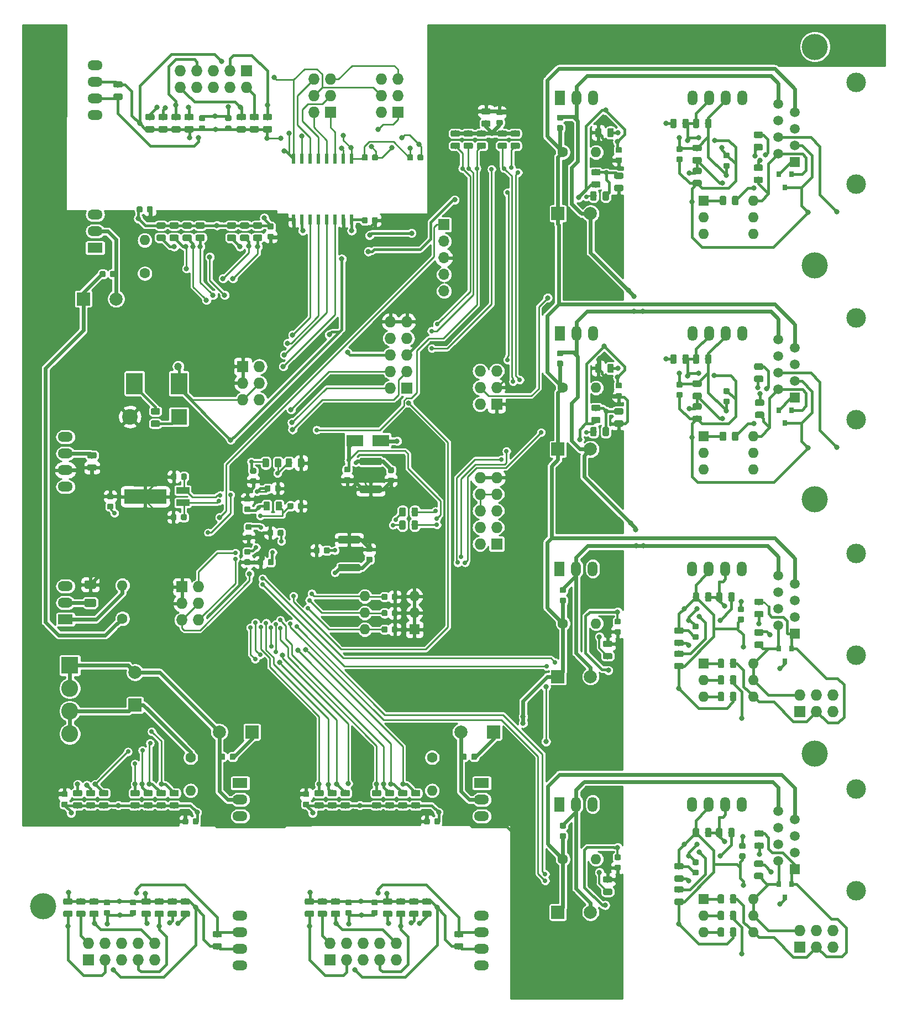
<source format=gbr>
G04 #@! TF.GenerationSoftware,KiCad,Pcbnew,(5.1.0)-1*
G04 #@! TF.CreationDate,2020-04-23T00:51:15+08:00*
G04 #@! TF.ProjectId,main_plat,6d61696e-5f70-46c6-9174-2e6b69636164,rev?*
G04 #@! TF.SameCoordinates,Original*
G04 #@! TF.FileFunction,Copper,L2,Bot*
G04 #@! TF.FilePolarity,Positive*
%FSLAX46Y46*%
G04 Gerber Fmt 4.6, Leading zero omitted, Abs format (unit mm)*
G04 Created by KiCad (PCBNEW (5.1.0)-1) date 2020-04-23 00:51:15*
%MOMM*%
%LPD*%
G04 APERTURE LIST*
%ADD10C,0.100000*%
%ADD11C,0.975000*%
%ADD12O,2.300000X1.500000*%
%ADD13R,2.300000X1.500000*%
%ADD14C,1.250000*%
%ADD15O,1.727200X1.727200*%
%ADD16R,1.727200X1.727200*%
%ADD17C,2.000000*%
%ADD18R,2.000000X2.000000*%
%ADD19O,1.600000X1.600000*%
%ADD20C,1.600000*%
%ADD21R,1.600000X1.600000*%
%ADD22R,0.800000X0.900000*%
%ADD23O,1.500000X2.300000*%
%ADD24R,1.500000X2.300000*%
%ADD25C,1.500000*%
%ADD26C,3.000000*%
%ADD27R,1.500000X1.500000*%
%ADD28C,2.400000*%
%ADD29R,2.400000X2.400000*%
%ADD30R,2.500000X3.300000*%
%ADD31C,2.600000*%
%ADD32R,2.600000X2.600000*%
%ADD33O,1.700000X1.700000*%
%ADD34R,1.700000X1.700000*%
%ADD35R,0.600000X1.500000*%
%ADD36C,1.125000*%
%ADD37C,0.875000*%
%ADD38R,6.500000X2.200000*%
%ADD39R,2.000000X1.000000*%
%ADD40R,2.500000X1.800000*%
%ADD41C,4.000000*%
%ADD42C,0.800000*%
%ADD43C,0.700000*%
%ADD44C,1.200000*%
%ADD45C,0.400000*%
%ADD46C,0.300000*%
%ADD47C,0.250000*%
%ADD48C,0.600000*%
%ADD49C,0.254000*%
G04 APERTURE END LIST*
D10*
G36*
X340540142Y-75651174D02*
G01*
X340563803Y-75654684D01*
X340587007Y-75660496D01*
X340609529Y-75668554D01*
X340631153Y-75678782D01*
X340651670Y-75691079D01*
X340670883Y-75705329D01*
X340688607Y-75721393D01*
X340704671Y-75739117D01*
X340718921Y-75758330D01*
X340731218Y-75778847D01*
X340741446Y-75800471D01*
X340749504Y-75822993D01*
X340755316Y-75846197D01*
X340758826Y-75869858D01*
X340760000Y-75893750D01*
X340760000Y-76381250D01*
X340758826Y-76405142D01*
X340755316Y-76428803D01*
X340749504Y-76452007D01*
X340741446Y-76474529D01*
X340731218Y-76496153D01*
X340718921Y-76516670D01*
X340704671Y-76535883D01*
X340688607Y-76553607D01*
X340670883Y-76569671D01*
X340651670Y-76583921D01*
X340631153Y-76596218D01*
X340609529Y-76606446D01*
X340587007Y-76614504D01*
X340563803Y-76620316D01*
X340540142Y-76623826D01*
X340516250Y-76625000D01*
X339603750Y-76625000D01*
X339579858Y-76623826D01*
X339556197Y-76620316D01*
X339532993Y-76614504D01*
X339510471Y-76606446D01*
X339488847Y-76596218D01*
X339468330Y-76583921D01*
X339449117Y-76569671D01*
X339431393Y-76553607D01*
X339415329Y-76535883D01*
X339401079Y-76516670D01*
X339388782Y-76496153D01*
X339378554Y-76474529D01*
X339370496Y-76452007D01*
X339364684Y-76428803D01*
X339361174Y-76405142D01*
X339360000Y-76381250D01*
X339360000Y-75893750D01*
X339361174Y-75869858D01*
X339364684Y-75846197D01*
X339370496Y-75822993D01*
X339378554Y-75800471D01*
X339388782Y-75778847D01*
X339401079Y-75758330D01*
X339415329Y-75739117D01*
X339431393Y-75721393D01*
X339449117Y-75705329D01*
X339468330Y-75691079D01*
X339488847Y-75678782D01*
X339510471Y-75668554D01*
X339532993Y-75660496D01*
X339556197Y-75654684D01*
X339579858Y-75651174D01*
X339603750Y-75650000D01*
X340516250Y-75650000D01*
X340540142Y-75651174D01*
X340540142Y-75651174D01*
G37*
D11*
X340060000Y-76137500D03*
D10*
G36*
X340540142Y-73776174D02*
G01*
X340563803Y-73779684D01*
X340587007Y-73785496D01*
X340609529Y-73793554D01*
X340631153Y-73803782D01*
X340651670Y-73816079D01*
X340670883Y-73830329D01*
X340688607Y-73846393D01*
X340704671Y-73864117D01*
X340718921Y-73883330D01*
X340731218Y-73903847D01*
X340741446Y-73925471D01*
X340749504Y-73947993D01*
X340755316Y-73971197D01*
X340758826Y-73994858D01*
X340760000Y-74018750D01*
X340760000Y-74506250D01*
X340758826Y-74530142D01*
X340755316Y-74553803D01*
X340749504Y-74577007D01*
X340741446Y-74599529D01*
X340731218Y-74621153D01*
X340718921Y-74641670D01*
X340704671Y-74660883D01*
X340688607Y-74678607D01*
X340670883Y-74694671D01*
X340651670Y-74708921D01*
X340631153Y-74721218D01*
X340609529Y-74731446D01*
X340587007Y-74739504D01*
X340563803Y-74745316D01*
X340540142Y-74748826D01*
X340516250Y-74750000D01*
X339603750Y-74750000D01*
X339579858Y-74748826D01*
X339556197Y-74745316D01*
X339532993Y-74739504D01*
X339510471Y-74731446D01*
X339488847Y-74721218D01*
X339468330Y-74708921D01*
X339449117Y-74694671D01*
X339431393Y-74678607D01*
X339415329Y-74660883D01*
X339401079Y-74641670D01*
X339388782Y-74621153D01*
X339378554Y-74599529D01*
X339370496Y-74577007D01*
X339364684Y-74553803D01*
X339361174Y-74530142D01*
X339360000Y-74506250D01*
X339360000Y-74018750D01*
X339361174Y-73994858D01*
X339364684Y-73971197D01*
X339370496Y-73947993D01*
X339378554Y-73925471D01*
X339388782Y-73903847D01*
X339401079Y-73883330D01*
X339415329Y-73864117D01*
X339431393Y-73846393D01*
X339449117Y-73830329D01*
X339468330Y-73816079D01*
X339488847Y-73803782D01*
X339510471Y-73793554D01*
X339532993Y-73785496D01*
X339556197Y-73779684D01*
X339579858Y-73776174D01*
X339603750Y-73775000D01*
X340516250Y-73775000D01*
X340540142Y-73776174D01*
X340540142Y-73776174D01*
G37*
D11*
X340060000Y-74262500D03*
D12*
X238480000Y-63620000D03*
X238480000Y-66160000D03*
X238480000Y-68700000D03*
X238480000Y-71240000D03*
X238480000Y-86480000D03*
X238480000Y-89020000D03*
D13*
X238480000Y-91560000D03*
D10*
G36*
X238393504Y-145302204D02*
G01*
X238417773Y-145305804D01*
X238441571Y-145311765D01*
X238464671Y-145320030D01*
X238486849Y-145330520D01*
X238507893Y-145343133D01*
X238527598Y-145357747D01*
X238545777Y-145374223D01*
X238562253Y-145392402D01*
X238576867Y-145412107D01*
X238589480Y-145433151D01*
X238599970Y-145455329D01*
X238608235Y-145478429D01*
X238614196Y-145502227D01*
X238617796Y-145526496D01*
X238619000Y-145551000D01*
X238619000Y-146301000D01*
X238617796Y-146325504D01*
X238614196Y-146349773D01*
X238608235Y-146373571D01*
X238599970Y-146396671D01*
X238589480Y-146418849D01*
X238576867Y-146439893D01*
X238562253Y-146459598D01*
X238545777Y-146477777D01*
X238527598Y-146494253D01*
X238507893Y-146508867D01*
X238486849Y-146521480D01*
X238464671Y-146531970D01*
X238441571Y-146540235D01*
X238417773Y-146546196D01*
X238393504Y-146549796D01*
X238369000Y-146551000D01*
X237119000Y-146551000D01*
X237094496Y-146549796D01*
X237070227Y-146546196D01*
X237046429Y-146540235D01*
X237023329Y-146531970D01*
X237001151Y-146521480D01*
X236980107Y-146508867D01*
X236960402Y-146494253D01*
X236942223Y-146477777D01*
X236925747Y-146459598D01*
X236911133Y-146439893D01*
X236898520Y-146418849D01*
X236888030Y-146396671D01*
X236879765Y-146373571D01*
X236873804Y-146349773D01*
X236870204Y-146325504D01*
X236869000Y-146301000D01*
X236869000Y-145551000D01*
X236870204Y-145526496D01*
X236873804Y-145502227D01*
X236879765Y-145478429D01*
X236888030Y-145455329D01*
X236898520Y-145433151D01*
X236911133Y-145412107D01*
X236925747Y-145392402D01*
X236942223Y-145374223D01*
X236960402Y-145357747D01*
X236980107Y-145343133D01*
X237001151Y-145330520D01*
X237023329Y-145320030D01*
X237046429Y-145311765D01*
X237070227Y-145305804D01*
X237094496Y-145302204D01*
X237119000Y-145301000D01*
X238369000Y-145301000D01*
X238393504Y-145302204D01*
X238393504Y-145302204D01*
G37*
D14*
X237744000Y-145926000D03*
D10*
G36*
X238393504Y-142502204D02*
G01*
X238417773Y-142505804D01*
X238441571Y-142511765D01*
X238464671Y-142520030D01*
X238486849Y-142530520D01*
X238507893Y-142543133D01*
X238527598Y-142557747D01*
X238545777Y-142574223D01*
X238562253Y-142592402D01*
X238576867Y-142612107D01*
X238589480Y-142633151D01*
X238599970Y-142655329D01*
X238608235Y-142678429D01*
X238614196Y-142702227D01*
X238617796Y-142726496D01*
X238619000Y-142751000D01*
X238619000Y-143501000D01*
X238617796Y-143525504D01*
X238614196Y-143549773D01*
X238608235Y-143573571D01*
X238599970Y-143596671D01*
X238589480Y-143618849D01*
X238576867Y-143639893D01*
X238562253Y-143659598D01*
X238545777Y-143677777D01*
X238527598Y-143694253D01*
X238507893Y-143708867D01*
X238486849Y-143721480D01*
X238464671Y-143731970D01*
X238441571Y-143740235D01*
X238417773Y-143746196D01*
X238393504Y-143749796D01*
X238369000Y-143751000D01*
X237119000Y-143751000D01*
X237094496Y-143749796D01*
X237070227Y-143746196D01*
X237046429Y-143740235D01*
X237023329Y-143731970D01*
X237001151Y-143721480D01*
X236980107Y-143708867D01*
X236960402Y-143694253D01*
X236942223Y-143677777D01*
X236925747Y-143659598D01*
X236911133Y-143639893D01*
X236898520Y-143618849D01*
X236888030Y-143596671D01*
X236879765Y-143573571D01*
X236873804Y-143549773D01*
X236870204Y-143525504D01*
X236869000Y-143501000D01*
X236869000Y-142751000D01*
X236870204Y-142726496D01*
X236873804Y-142702227D01*
X236879765Y-142678429D01*
X236888030Y-142655329D01*
X236898520Y-142633151D01*
X236911133Y-142612107D01*
X236925747Y-142592402D01*
X236942223Y-142574223D01*
X236960402Y-142557747D01*
X236980107Y-142543133D01*
X237001151Y-142530520D01*
X237023329Y-142520030D01*
X237046429Y-142511765D01*
X237070227Y-142505804D01*
X237094496Y-142502204D01*
X237119000Y-142501000D01*
X238369000Y-142501000D01*
X238393504Y-142502204D01*
X238393504Y-142502204D01*
G37*
D14*
X237744000Y-143126000D03*
D15*
X263652000Y-114808000D03*
X261112000Y-114808000D03*
X263652000Y-112268000D03*
X261112000Y-112268000D03*
X263652000Y-109728000D03*
D16*
X261112000Y-109728000D03*
D15*
X254330000Y-148550000D03*
X251790000Y-148550000D03*
X254330000Y-146010000D03*
X251790000Y-146010000D03*
X254330000Y-143470000D03*
D16*
X251790000Y-143470000D03*
D10*
G36*
X242460142Y-67931174D02*
G01*
X242483803Y-67934684D01*
X242507007Y-67940496D01*
X242529529Y-67948554D01*
X242551153Y-67958782D01*
X242571670Y-67971079D01*
X242590883Y-67985329D01*
X242608607Y-68001393D01*
X242624671Y-68019117D01*
X242638921Y-68038330D01*
X242651218Y-68058847D01*
X242661446Y-68080471D01*
X242669504Y-68102993D01*
X242675316Y-68126197D01*
X242678826Y-68149858D01*
X242680000Y-68173750D01*
X242680000Y-68661250D01*
X242678826Y-68685142D01*
X242675316Y-68708803D01*
X242669504Y-68732007D01*
X242661446Y-68754529D01*
X242651218Y-68776153D01*
X242638921Y-68796670D01*
X242624671Y-68815883D01*
X242608607Y-68833607D01*
X242590883Y-68849671D01*
X242571670Y-68863921D01*
X242551153Y-68876218D01*
X242529529Y-68886446D01*
X242507007Y-68894504D01*
X242483803Y-68900316D01*
X242460142Y-68903826D01*
X242436250Y-68905000D01*
X241523750Y-68905000D01*
X241499858Y-68903826D01*
X241476197Y-68900316D01*
X241452993Y-68894504D01*
X241430471Y-68886446D01*
X241408847Y-68876218D01*
X241388330Y-68863921D01*
X241369117Y-68849671D01*
X241351393Y-68833607D01*
X241335329Y-68815883D01*
X241321079Y-68796670D01*
X241308782Y-68776153D01*
X241298554Y-68754529D01*
X241290496Y-68732007D01*
X241284684Y-68708803D01*
X241281174Y-68685142D01*
X241280000Y-68661250D01*
X241280000Y-68173750D01*
X241281174Y-68149858D01*
X241284684Y-68126197D01*
X241290496Y-68102993D01*
X241298554Y-68080471D01*
X241308782Y-68058847D01*
X241321079Y-68038330D01*
X241335329Y-68019117D01*
X241351393Y-68001393D01*
X241369117Y-67985329D01*
X241388330Y-67971079D01*
X241408847Y-67958782D01*
X241430471Y-67948554D01*
X241452993Y-67940496D01*
X241476197Y-67934684D01*
X241499858Y-67931174D01*
X241523750Y-67930000D01*
X242436250Y-67930000D01*
X242460142Y-67931174D01*
X242460142Y-67931174D01*
G37*
D11*
X241980000Y-68417500D03*
D10*
G36*
X242460142Y-66056174D02*
G01*
X242483803Y-66059684D01*
X242507007Y-66065496D01*
X242529529Y-66073554D01*
X242551153Y-66083782D01*
X242571670Y-66096079D01*
X242590883Y-66110329D01*
X242608607Y-66126393D01*
X242624671Y-66144117D01*
X242638921Y-66163330D01*
X242651218Y-66183847D01*
X242661446Y-66205471D01*
X242669504Y-66227993D01*
X242675316Y-66251197D01*
X242678826Y-66274858D01*
X242680000Y-66298750D01*
X242680000Y-66786250D01*
X242678826Y-66810142D01*
X242675316Y-66833803D01*
X242669504Y-66857007D01*
X242661446Y-66879529D01*
X242651218Y-66901153D01*
X242638921Y-66921670D01*
X242624671Y-66940883D01*
X242608607Y-66958607D01*
X242590883Y-66974671D01*
X242571670Y-66988921D01*
X242551153Y-67001218D01*
X242529529Y-67011446D01*
X242507007Y-67019504D01*
X242483803Y-67025316D01*
X242460142Y-67028826D01*
X242436250Y-67030000D01*
X241523750Y-67030000D01*
X241499858Y-67028826D01*
X241476197Y-67025316D01*
X241452993Y-67019504D01*
X241430471Y-67011446D01*
X241408847Y-67001218D01*
X241388330Y-66988921D01*
X241369117Y-66974671D01*
X241351393Y-66958607D01*
X241335329Y-66940883D01*
X241321079Y-66921670D01*
X241308782Y-66901153D01*
X241298554Y-66879529D01*
X241290496Y-66857007D01*
X241284684Y-66833803D01*
X241281174Y-66810142D01*
X241280000Y-66786250D01*
X241280000Y-66298750D01*
X241281174Y-66274858D01*
X241284684Y-66251197D01*
X241290496Y-66227993D01*
X241298554Y-66205471D01*
X241308782Y-66183847D01*
X241321079Y-66163330D01*
X241335329Y-66144117D01*
X241351393Y-66126393D01*
X241369117Y-66110329D01*
X241388330Y-66096079D01*
X241408847Y-66083782D01*
X241430471Y-66073554D01*
X241452993Y-66065496D01*
X241476197Y-66059684D01*
X241499858Y-66056174D01*
X241523750Y-66055000D01*
X242436250Y-66055000D01*
X242460142Y-66056174D01*
X242460142Y-66056174D01*
G37*
D11*
X241980000Y-66542500D03*
D17*
X241680000Y-99380000D03*
D18*
X236680000Y-99380000D03*
D10*
G36*
X263360142Y-72931174D02*
G01*
X263383803Y-72934684D01*
X263407007Y-72940496D01*
X263429529Y-72948554D01*
X263451153Y-72958782D01*
X263471670Y-72971079D01*
X263490883Y-72985329D01*
X263508607Y-73001393D01*
X263524671Y-73019117D01*
X263538921Y-73038330D01*
X263551218Y-73058847D01*
X263561446Y-73080471D01*
X263569504Y-73102993D01*
X263575316Y-73126197D01*
X263578826Y-73149858D01*
X263580000Y-73173750D01*
X263580000Y-73661250D01*
X263578826Y-73685142D01*
X263575316Y-73708803D01*
X263569504Y-73732007D01*
X263561446Y-73754529D01*
X263551218Y-73776153D01*
X263538921Y-73796670D01*
X263524671Y-73815883D01*
X263508607Y-73833607D01*
X263490883Y-73849671D01*
X263471670Y-73863921D01*
X263451153Y-73876218D01*
X263429529Y-73886446D01*
X263407007Y-73894504D01*
X263383803Y-73900316D01*
X263360142Y-73903826D01*
X263336250Y-73905000D01*
X262423750Y-73905000D01*
X262399858Y-73903826D01*
X262376197Y-73900316D01*
X262352993Y-73894504D01*
X262330471Y-73886446D01*
X262308847Y-73876218D01*
X262288330Y-73863921D01*
X262269117Y-73849671D01*
X262251393Y-73833607D01*
X262235329Y-73815883D01*
X262221079Y-73796670D01*
X262208782Y-73776153D01*
X262198554Y-73754529D01*
X262190496Y-73732007D01*
X262184684Y-73708803D01*
X262181174Y-73685142D01*
X262180000Y-73661250D01*
X262180000Y-73173750D01*
X262181174Y-73149858D01*
X262184684Y-73126197D01*
X262190496Y-73102993D01*
X262198554Y-73080471D01*
X262208782Y-73058847D01*
X262221079Y-73038330D01*
X262235329Y-73019117D01*
X262251393Y-73001393D01*
X262269117Y-72985329D01*
X262288330Y-72971079D01*
X262308847Y-72958782D01*
X262330471Y-72948554D01*
X262352993Y-72940496D01*
X262376197Y-72934684D01*
X262399858Y-72931174D01*
X262423750Y-72930000D01*
X263336250Y-72930000D01*
X263360142Y-72931174D01*
X263360142Y-72931174D01*
G37*
D11*
X262880000Y-73417500D03*
D10*
G36*
X263360142Y-71056174D02*
G01*
X263383803Y-71059684D01*
X263407007Y-71065496D01*
X263429529Y-71073554D01*
X263451153Y-71083782D01*
X263471670Y-71096079D01*
X263490883Y-71110329D01*
X263508607Y-71126393D01*
X263524671Y-71144117D01*
X263538921Y-71163330D01*
X263551218Y-71183847D01*
X263561446Y-71205471D01*
X263569504Y-71227993D01*
X263575316Y-71251197D01*
X263578826Y-71274858D01*
X263580000Y-71298750D01*
X263580000Y-71786250D01*
X263578826Y-71810142D01*
X263575316Y-71833803D01*
X263569504Y-71857007D01*
X263561446Y-71879529D01*
X263551218Y-71901153D01*
X263538921Y-71921670D01*
X263524671Y-71940883D01*
X263508607Y-71958607D01*
X263490883Y-71974671D01*
X263471670Y-71988921D01*
X263451153Y-72001218D01*
X263429529Y-72011446D01*
X263407007Y-72019504D01*
X263383803Y-72025316D01*
X263360142Y-72028826D01*
X263336250Y-72030000D01*
X262423750Y-72030000D01*
X262399858Y-72028826D01*
X262376197Y-72025316D01*
X262352993Y-72019504D01*
X262330471Y-72011446D01*
X262308847Y-72001218D01*
X262288330Y-71988921D01*
X262269117Y-71974671D01*
X262251393Y-71958607D01*
X262235329Y-71940883D01*
X262221079Y-71921670D01*
X262208782Y-71901153D01*
X262198554Y-71879529D01*
X262190496Y-71857007D01*
X262184684Y-71833803D01*
X262181174Y-71810142D01*
X262180000Y-71786250D01*
X262180000Y-71298750D01*
X262181174Y-71274858D01*
X262184684Y-71251197D01*
X262190496Y-71227993D01*
X262198554Y-71205471D01*
X262208782Y-71183847D01*
X262221079Y-71163330D01*
X262235329Y-71144117D01*
X262251393Y-71126393D01*
X262269117Y-71110329D01*
X262288330Y-71096079D01*
X262308847Y-71083782D01*
X262330471Y-71073554D01*
X262352993Y-71065496D01*
X262376197Y-71059684D01*
X262399858Y-71056174D01*
X262423750Y-71055000D01*
X263336250Y-71055000D01*
X263360142Y-71056174D01*
X263360142Y-71056174D01*
G37*
D11*
X262880000Y-71542500D03*
D10*
G36*
X265360142Y-72931174D02*
G01*
X265383803Y-72934684D01*
X265407007Y-72940496D01*
X265429529Y-72948554D01*
X265451153Y-72958782D01*
X265471670Y-72971079D01*
X265490883Y-72985329D01*
X265508607Y-73001393D01*
X265524671Y-73019117D01*
X265538921Y-73038330D01*
X265551218Y-73058847D01*
X265561446Y-73080471D01*
X265569504Y-73102993D01*
X265575316Y-73126197D01*
X265578826Y-73149858D01*
X265580000Y-73173750D01*
X265580000Y-73661250D01*
X265578826Y-73685142D01*
X265575316Y-73708803D01*
X265569504Y-73732007D01*
X265561446Y-73754529D01*
X265551218Y-73776153D01*
X265538921Y-73796670D01*
X265524671Y-73815883D01*
X265508607Y-73833607D01*
X265490883Y-73849671D01*
X265471670Y-73863921D01*
X265451153Y-73876218D01*
X265429529Y-73886446D01*
X265407007Y-73894504D01*
X265383803Y-73900316D01*
X265360142Y-73903826D01*
X265336250Y-73905000D01*
X264423750Y-73905000D01*
X264399858Y-73903826D01*
X264376197Y-73900316D01*
X264352993Y-73894504D01*
X264330471Y-73886446D01*
X264308847Y-73876218D01*
X264288330Y-73863921D01*
X264269117Y-73849671D01*
X264251393Y-73833607D01*
X264235329Y-73815883D01*
X264221079Y-73796670D01*
X264208782Y-73776153D01*
X264198554Y-73754529D01*
X264190496Y-73732007D01*
X264184684Y-73708803D01*
X264181174Y-73685142D01*
X264180000Y-73661250D01*
X264180000Y-73173750D01*
X264181174Y-73149858D01*
X264184684Y-73126197D01*
X264190496Y-73102993D01*
X264198554Y-73080471D01*
X264208782Y-73058847D01*
X264221079Y-73038330D01*
X264235329Y-73019117D01*
X264251393Y-73001393D01*
X264269117Y-72985329D01*
X264288330Y-72971079D01*
X264308847Y-72958782D01*
X264330471Y-72948554D01*
X264352993Y-72940496D01*
X264376197Y-72934684D01*
X264399858Y-72931174D01*
X264423750Y-72930000D01*
X265336250Y-72930000D01*
X265360142Y-72931174D01*
X265360142Y-72931174D01*
G37*
D11*
X264880000Y-73417500D03*
D10*
G36*
X265360142Y-71056174D02*
G01*
X265383803Y-71059684D01*
X265407007Y-71065496D01*
X265429529Y-71073554D01*
X265451153Y-71083782D01*
X265471670Y-71096079D01*
X265490883Y-71110329D01*
X265508607Y-71126393D01*
X265524671Y-71144117D01*
X265538921Y-71163330D01*
X265551218Y-71183847D01*
X265561446Y-71205471D01*
X265569504Y-71227993D01*
X265575316Y-71251197D01*
X265578826Y-71274858D01*
X265580000Y-71298750D01*
X265580000Y-71786250D01*
X265578826Y-71810142D01*
X265575316Y-71833803D01*
X265569504Y-71857007D01*
X265561446Y-71879529D01*
X265551218Y-71901153D01*
X265538921Y-71921670D01*
X265524671Y-71940883D01*
X265508607Y-71958607D01*
X265490883Y-71974671D01*
X265471670Y-71988921D01*
X265451153Y-72001218D01*
X265429529Y-72011446D01*
X265407007Y-72019504D01*
X265383803Y-72025316D01*
X265360142Y-72028826D01*
X265336250Y-72030000D01*
X264423750Y-72030000D01*
X264399858Y-72028826D01*
X264376197Y-72025316D01*
X264352993Y-72019504D01*
X264330471Y-72011446D01*
X264308847Y-72001218D01*
X264288330Y-71988921D01*
X264269117Y-71974671D01*
X264251393Y-71958607D01*
X264235329Y-71940883D01*
X264221079Y-71921670D01*
X264208782Y-71901153D01*
X264198554Y-71879529D01*
X264190496Y-71857007D01*
X264184684Y-71833803D01*
X264181174Y-71810142D01*
X264180000Y-71786250D01*
X264180000Y-71298750D01*
X264181174Y-71274858D01*
X264184684Y-71251197D01*
X264190496Y-71227993D01*
X264198554Y-71205471D01*
X264208782Y-71183847D01*
X264221079Y-71163330D01*
X264235329Y-71144117D01*
X264251393Y-71126393D01*
X264269117Y-71110329D01*
X264288330Y-71096079D01*
X264308847Y-71083782D01*
X264330471Y-71073554D01*
X264352993Y-71065496D01*
X264376197Y-71059684D01*
X264399858Y-71056174D01*
X264423750Y-71055000D01*
X265336250Y-71055000D01*
X265360142Y-71056174D01*
X265360142Y-71056174D01*
G37*
D11*
X264880000Y-71542500D03*
D10*
G36*
X255060142Y-89531174D02*
G01*
X255083803Y-89534684D01*
X255107007Y-89540496D01*
X255129529Y-89548554D01*
X255151153Y-89558782D01*
X255171670Y-89571079D01*
X255190883Y-89585329D01*
X255208607Y-89601393D01*
X255224671Y-89619117D01*
X255238921Y-89638330D01*
X255251218Y-89658847D01*
X255261446Y-89680471D01*
X255269504Y-89702993D01*
X255275316Y-89726197D01*
X255278826Y-89749858D01*
X255280000Y-89773750D01*
X255280000Y-90261250D01*
X255278826Y-90285142D01*
X255275316Y-90308803D01*
X255269504Y-90332007D01*
X255261446Y-90354529D01*
X255251218Y-90376153D01*
X255238921Y-90396670D01*
X255224671Y-90415883D01*
X255208607Y-90433607D01*
X255190883Y-90449671D01*
X255171670Y-90463921D01*
X255151153Y-90476218D01*
X255129529Y-90486446D01*
X255107007Y-90494504D01*
X255083803Y-90500316D01*
X255060142Y-90503826D01*
X255036250Y-90505000D01*
X254123750Y-90505000D01*
X254099858Y-90503826D01*
X254076197Y-90500316D01*
X254052993Y-90494504D01*
X254030471Y-90486446D01*
X254008847Y-90476218D01*
X253988330Y-90463921D01*
X253969117Y-90449671D01*
X253951393Y-90433607D01*
X253935329Y-90415883D01*
X253921079Y-90396670D01*
X253908782Y-90376153D01*
X253898554Y-90354529D01*
X253890496Y-90332007D01*
X253884684Y-90308803D01*
X253881174Y-90285142D01*
X253880000Y-90261250D01*
X253880000Y-89773750D01*
X253881174Y-89749858D01*
X253884684Y-89726197D01*
X253890496Y-89702993D01*
X253898554Y-89680471D01*
X253908782Y-89658847D01*
X253921079Y-89638330D01*
X253935329Y-89619117D01*
X253951393Y-89601393D01*
X253969117Y-89585329D01*
X253988330Y-89571079D01*
X254008847Y-89558782D01*
X254030471Y-89548554D01*
X254052993Y-89540496D01*
X254076197Y-89534684D01*
X254099858Y-89531174D01*
X254123750Y-89530000D01*
X255036250Y-89530000D01*
X255060142Y-89531174D01*
X255060142Y-89531174D01*
G37*
D11*
X254580000Y-90017500D03*
D10*
G36*
X255060142Y-87656174D02*
G01*
X255083803Y-87659684D01*
X255107007Y-87665496D01*
X255129529Y-87673554D01*
X255151153Y-87683782D01*
X255171670Y-87696079D01*
X255190883Y-87710329D01*
X255208607Y-87726393D01*
X255224671Y-87744117D01*
X255238921Y-87763330D01*
X255251218Y-87783847D01*
X255261446Y-87805471D01*
X255269504Y-87827993D01*
X255275316Y-87851197D01*
X255278826Y-87874858D01*
X255280000Y-87898750D01*
X255280000Y-88386250D01*
X255278826Y-88410142D01*
X255275316Y-88433803D01*
X255269504Y-88457007D01*
X255261446Y-88479529D01*
X255251218Y-88501153D01*
X255238921Y-88521670D01*
X255224671Y-88540883D01*
X255208607Y-88558607D01*
X255190883Y-88574671D01*
X255171670Y-88588921D01*
X255151153Y-88601218D01*
X255129529Y-88611446D01*
X255107007Y-88619504D01*
X255083803Y-88625316D01*
X255060142Y-88628826D01*
X255036250Y-88630000D01*
X254123750Y-88630000D01*
X254099858Y-88628826D01*
X254076197Y-88625316D01*
X254052993Y-88619504D01*
X254030471Y-88611446D01*
X254008847Y-88601218D01*
X253988330Y-88588921D01*
X253969117Y-88574671D01*
X253951393Y-88558607D01*
X253935329Y-88540883D01*
X253921079Y-88521670D01*
X253908782Y-88501153D01*
X253898554Y-88479529D01*
X253890496Y-88457007D01*
X253884684Y-88433803D01*
X253881174Y-88410142D01*
X253880000Y-88386250D01*
X253880000Y-87898750D01*
X253881174Y-87874858D01*
X253884684Y-87851197D01*
X253890496Y-87827993D01*
X253898554Y-87805471D01*
X253908782Y-87783847D01*
X253921079Y-87763330D01*
X253935329Y-87744117D01*
X253951393Y-87726393D01*
X253969117Y-87710329D01*
X253988330Y-87696079D01*
X254008847Y-87683782D01*
X254030471Y-87673554D01*
X254052993Y-87665496D01*
X254076197Y-87659684D01*
X254099858Y-87656174D01*
X254123750Y-87655000D01*
X255036250Y-87655000D01*
X255060142Y-87656174D01*
X255060142Y-87656174D01*
G37*
D11*
X254580000Y-88142500D03*
D10*
G36*
X251060142Y-89531174D02*
G01*
X251083803Y-89534684D01*
X251107007Y-89540496D01*
X251129529Y-89548554D01*
X251151153Y-89558782D01*
X251171670Y-89571079D01*
X251190883Y-89585329D01*
X251208607Y-89601393D01*
X251224671Y-89619117D01*
X251238921Y-89638330D01*
X251251218Y-89658847D01*
X251261446Y-89680471D01*
X251269504Y-89702993D01*
X251275316Y-89726197D01*
X251278826Y-89749858D01*
X251280000Y-89773750D01*
X251280000Y-90261250D01*
X251278826Y-90285142D01*
X251275316Y-90308803D01*
X251269504Y-90332007D01*
X251261446Y-90354529D01*
X251251218Y-90376153D01*
X251238921Y-90396670D01*
X251224671Y-90415883D01*
X251208607Y-90433607D01*
X251190883Y-90449671D01*
X251171670Y-90463921D01*
X251151153Y-90476218D01*
X251129529Y-90486446D01*
X251107007Y-90494504D01*
X251083803Y-90500316D01*
X251060142Y-90503826D01*
X251036250Y-90505000D01*
X250123750Y-90505000D01*
X250099858Y-90503826D01*
X250076197Y-90500316D01*
X250052993Y-90494504D01*
X250030471Y-90486446D01*
X250008847Y-90476218D01*
X249988330Y-90463921D01*
X249969117Y-90449671D01*
X249951393Y-90433607D01*
X249935329Y-90415883D01*
X249921079Y-90396670D01*
X249908782Y-90376153D01*
X249898554Y-90354529D01*
X249890496Y-90332007D01*
X249884684Y-90308803D01*
X249881174Y-90285142D01*
X249880000Y-90261250D01*
X249880000Y-89773750D01*
X249881174Y-89749858D01*
X249884684Y-89726197D01*
X249890496Y-89702993D01*
X249898554Y-89680471D01*
X249908782Y-89658847D01*
X249921079Y-89638330D01*
X249935329Y-89619117D01*
X249951393Y-89601393D01*
X249969117Y-89585329D01*
X249988330Y-89571079D01*
X250008847Y-89558782D01*
X250030471Y-89548554D01*
X250052993Y-89540496D01*
X250076197Y-89534684D01*
X250099858Y-89531174D01*
X250123750Y-89530000D01*
X251036250Y-89530000D01*
X251060142Y-89531174D01*
X251060142Y-89531174D01*
G37*
D11*
X250580000Y-90017500D03*
D10*
G36*
X251060142Y-87656174D02*
G01*
X251083803Y-87659684D01*
X251107007Y-87665496D01*
X251129529Y-87673554D01*
X251151153Y-87683782D01*
X251171670Y-87696079D01*
X251190883Y-87710329D01*
X251208607Y-87726393D01*
X251224671Y-87744117D01*
X251238921Y-87763330D01*
X251251218Y-87783847D01*
X251261446Y-87805471D01*
X251269504Y-87827993D01*
X251275316Y-87851197D01*
X251278826Y-87874858D01*
X251280000Y-87898750D01*
X251280000Y-88386250D01*
X251278826Y-88410142D01*
X251275316Y-88433803D01*
X251269504Y-88457007D01*
X251261446Y-88479529D01*
X251251218Y-88501153D01*
X251238921Y-88521670D01*
X251224671Y-88540883D01*
X251208607Y-88558607D01*
X251190883Y-88574671D01*
X251171670Y-88588921D01*
X251151153Y-88601218D01*
X251129529Y-88611446D01*
X251107007Y-88619504D01*
X251083803Y-88625316D01*
X251060142Y-88628826D01*
X251036250Y-88630000D01*
X250123750Y-88630000D01*
X250099858Y-88628826D01*
X250076197Y-88625316D01*
X250052993Y-88619504D01*
X250030471Y-88611446D01*
X250008847Y-88601218D01*
X249988330Y-88588921D01*
X249969117Y-88574671D01*
X249951393Y-88558607D01*
X249935329Y-88540883D01*
X249921079Y-88521670D01*
X249908782Y-88501153D01*
X249898554Y-88479529D01*
X249890496Y-88457007D01*
X249884684Y-88433803D01*
X249881174Y-88410142D01*
X249880000Y-88386250D01*
X249880000Y-87898750D01*
X249881174Y-87874858D01*
X249884684Y-87851197D01*
X249890496Y-87827993D01*
X249898554Y-87805471D01*
X249908782Y-87783847D01*
X249921079Y-87763330D01*
X249935329Y-87744117D01*
X249951393Y-87726393D01*
X249969117Y-87710329D01*
X249988330Y-87696079D01*
X250008847Y-87683782D01*
X250030471Y-87673554D01*
X250052993Y-87665496D01*
X250076197Y-87659684D01*
X250099858Y-87656174D01*
X250123750Y-87655000D01*
X251036250Y-87655000D01*
X251060142Y-87656174D01*
X251060142Y-87656174D01*
G37*
D11*
X250580000Y-88142500D03*
D10*
G36*
X253360142Y-72931174D02*
G01*
X253383803Y-72934684D01*
X253407007Y-72940496D01*
X253429529Y-72948554D01*
X253451153Y-72958782D01*
X253471670Y-72971079D01*
X253490883Y-72985329D01*
X253508607Y-73001393D01*
X253524671Y-73019117D01*
X253538921Y-73038330D01*
X253551218Y-73058847D01*
X253561446Y-73080471D01*
X253569504Y-73102993D01*
X253575316Y-73126197D01*
X253578826Y-73149858D01*
X253580000Y-73173750D01*
X253580000Y-73661250D01*
X253578826Y-73685142D01*
X253575316Y-73708803D01*
X253569504Y-73732007D01*
X253561446Y-73754529D01*
X253551218Y-73776153D01*
X253538921Y-73796670D01*
X253524671Y-73815883D01*
X253508607Y-73833607D01*
X253490883Y-73849671D01*
X253471670Y-73863921D01*
X253451153Y-73876218D01*
X253429529Y-73886446D01*
X253407007Y-73894504D01*
X253383803Y-73900316D01*
X253360142Y-73903826D01*
X253336250Y-73905000D01*
X252423750Y-73905000D01*
X252399858Y-73903826D01*
X252376197Y-73900316D01*
X252352993Y-73894504D01*
X252330471Y-73886446D01*
X252308847Y-73876218D01*
X252288330Y-73863921D01*
X252269117Y-73849671D01*
X252251393Y-73833607D01*
X252235329Y-73815883D01*
X252221079Y-73796670D01*
X252208782Y-73776153D01*
X252198554Y-73754529D01*
X252190496Y-73732007D01*
X252184684Y-73708803D01*
X252181174Y-73685142D01*
X252180000Y-73661250D01*
X252180000Y-73173750D01*
X252181174Y-73149858D01*
X252184684Y-73126197D01*
X252190496Y-73102993D01*
X252198554Y-73080471D01*
X252208782Y-73058847D01*
X252221079Y-73038330D01*
X252235329Y-73019117D01*
X252251393Y-73001393D01*
X252269117Y-72985329D01*
X252288330Y-72971079D01*
X252308847Y-72958782D01*
X252330471Y-72948554D01*
X252352993Y-72940496D01*
X252376197Y-72934684D01*
X252399858Y-72931174D01*
X252423750Y-72930000D01*
X253336250Y-72930000D01*
X253360142Y-72931174D01*
X253360142Y-72931174D01*
G37*
D11*
X252880000Y-73417500D03*
D10*
G36*
X253360142Y-71056174D02*
G01*
X253383803Y-71059684D01*
X253407007Y-71065496D01*
X253429529Y-71073554D01*
X253451153Y-71083782D01*
X253471670Y-71096079D01*
X253490883Y-71110329D01*
X253508607Y-71126393D01*
X253524671Y-71144117D01*
X253538921Y-71163330D01*
X253551218Y-71183847D01*
X253561446Y-71205471D01*
X253569504Y-71227993D01*
X253575316Y-71251197D01*
X253578826Y-71274858D01*
X253580000Y-71298750D01*
X253580000Y-71786250D01*
X253578826Y-71810142D01*
X253575316Y-71833803D01*
X253569504Y-71857007D01*
X253561446Y-71879529D01*
X253551218Y-71901153D01*
X253538921Y-71921670D01*
X253524671Y-71940883D01*
X253508607Y-71958607D01*
X253490883Y-71974671D01*
X253471670Y-71988921D01*
X253451153Y-72001218D01*
X253429529Y-72011446D01*
X253407007Y-72019504D01*
X253383803Y-72025316D01*
X253360142Y-72028826D01*
X253336250Y-72030000D01*
X252423750Y-72030000D01*
X252399858Y-72028826D01*
X252376197Y-72025316D01*
X252352993Y-72019504D01*
X252330471Y-72011446D01*
X252308847Y-72001218D01*
X252288330Y-71988921D01*
X252269117Y-71974671D01*
X252251393Y-71958607D01*
X252235329Y-71940883D01*
X252221079Y-71921670D01*
X252208782Y-71901153D01*
X252198554Y-71879529D01*
X252190496Y-71857007D01*
X252184684Y-71833803D01*
X252181174Y-71810142D01*
X252180000Y-71786250D01*
X252180000Y-71298750D01*
X252181174Y-71274858D01*
X252184684Y-71251197D01*
X252190496Y-71227993D01*
X252198554Y-71205471D01*
X252208782Y-71183847D01*
X252221079Y-71163330D01*
X252235329Y-71144117D01*
X252251393Y-71126393D01*
X252269117Y-71110329D01*
X252288330Y-71096079D01*
X252308847Y-71083782D01*
X252330471Y-71073554D01*
X252352993Y-71065496D01*
X252376197Y-71059684D01*
X252399858Y-71056174D01*
X252423750Y-71055000D01*
X253336250Y-71055000D01*
X253360142Y-71056174D01*
X253360142Y-71056174D01*
G37*
D11*
X252880000Y-71542500D03*
D10*
G36*
X247360142Y-71056174D02*
G01*
X247383803Y-71059684D01*
X247407007Y-71065496D01*
X247429529Y-71073554D01*
X247451153Y-71083782D01*
X247471670Y-71096079D01*
X247490883Y-71110329D01*
X247508607Y-71126393D01*
X247524671Y-71144117D01*
X247538921Y-71163330D01*
X247551218Y-71183847D01*
X247561446Y-71205471D01*
X247569504Y-71227993D01*
X247575316Y-71251197D01*
X247578826Y-71274858D01*
X247580000Y-71298750D01*
X247580000Y-71786250D01*
X247578826Y-71810142D01*
X247575316Y-71833803D01*
X247569504Y-71857007D01*
X247561446Y-71879529D01*
X247551218Y-71901153D01*
X247538921Y-71921670D01*
X247524671Y-71940883D01*
X247508607Y-71958607D01*
X247490883Y-71974671D01*
X247471670Y-71988921D01*
X247451153Y-72001218D01*
X247429529Y-72011446D01*
X247407007Y-72019504D01*
X247383803Y-72025316D01*
X247360142Y-72028826D01*
X247336250Y-72030000D01*
X246423750Y-72030000D01*
X246399858Y-72028826D01*
X246376197Y-72025316D01*
X246352993Y-72019504D01*
X246330471Y-72011446D01*
X246308847Y-72001218D01*
X246288330Y-71988921D01*
X246269117Y-71974671D01*
X246251393Y-71958607D01*
X246235329Y-71940883D01*
X246221079Y-71921670D01*
X246208782Y-71901153D01*
X246198554Y-71879529D01*
X246190496Y-71857007D01*
X246184684Y-71833803D01*
X246181174Y-71810142D01*
X246180000Y-71786250D01*
X246180000Y-71298750D01*
X246181174Y-71274858D01*
X246184684Y-71251197D01*
X246190496Y-71227993D01*
X246198554Y-71205471D01*
X246208782Y-71183847D01*
X246221079Y-71163330D01*
X246235329Y-71144117D01*
X246251393Y-71126393D01*
X246269117Y-71110329D01*
X246288330Y-71096079D01*
X246308847Y-71083782D01*
X246330471Y-71073554D01*
X246352993Y-71065496D01*
X246376197Y-71059684D01*
X246399858Y-71056174D01*
X246423750Y-71055000D01*
X247336250Y-71055000D01*
X247360142Y-71056174D01*
X247360142Y-71056174D01*
G37*
D11*
X246880000Y-71542500D03*
D10*
G36*
X247360142Y-72931174D02*
G01*
X247383803Y-72934684D01*
X247407007Y-72940496D01*
X247429529Y-72948554D01*
X247451153Y-72958782D01*
X247471670Y-72971079D01*
X247490883Y-72985329D01*
X247508607Y-73001393D01*
X247524671Y-73019117D01*
X247538921Y-73038330D01*
X247551218Y-73058847D01*
X247561446Y-73080471D01*
X247569504Y-73102993D01*
X247575316Y-73126197D01*
X247578826Y-73149858D01*
X247580000Y-73173750D01*
X247580000Y-73661250D01*
X247578826Y-73685142D01*
X247575316Y-73708803D01*
X247569504Y-73732007D01*
X247561446Y-73754529D01*
X247551218Y-73776153D01*
X247538921Y-73796670D01*
X247524671Y-73815883D01*
X247508607Y-73833607D01*
X247490883Y-73849671D01*
X247471670Y-73863921D01*
X247451153Y-73876218D01*
X247429529Y-73886446D01*
X247407007Y-73894504D01*
X247383803Y-73900316D01*
X247360142Y-73903826D01*
X247336250Y-73905000D01*
X246423750Y-73905000D01*
X246399858Y-73903826D01*
X246376197Y-73900316D01*
X246352993Y-73894504D01*
X246330471Y-73886446D01*
X246308847Y-73876218D01*
X246288330Y-73863921D01*
X246269117Y-73849671D01*
X246251393Y-73833607D01*
X246235329Y-73815883D01*
X246221079Y-73796670D01*
X246208782Y-73776153D01*
X246198554Y-73754529D01*
X246190496Y-73732007D01*
X246184684Y-73708803D01*
X246181174Y-73685142D01*
X246180000Y-73661250D01*
X246180000Y-73173750D01*
X246181174Y-73149858D01*
X246184684Y-73126197D01*
X246190496Y-73102993D01*
X246198554Y-73080471D01*
X246208782Y-73058847D01*
X246221079Y-73038330D01*
X246235329Y-73019117D01*
X246251393Y-73001393D01*
X246269117Y-72985329D01*
X246288330Y-72971079D01*
X246308847Y-72958782D01*
X246330471Y-72948554D01*
X246352993Y-72940496D01*
X246376197Y-72934684D01*
X246399858Y-72931174D01*
X246423750Y-72930000D01*
X247336250Y-72930000D01*
X247360142Y-72931174D01*
X247360142Y-72931174D01*
G37*
D11*
X246880000Y-73417500D03*
D10*
G36*
X263860142Y-89531174D02*
G01*
X263883803Y-89534684D01*
X263907007Y-89540496D01*
X263929529Y-89548554D01*
X263951153Y-89558782D01*
X263971670Y-89571079D01*
X263990883Y-89585329D01*
X264008607Y-89601393D01*
X264024671Y-89619117D01*
X264038921Y-89638330D01*
X264051218Y-89658847D01*
X264061446Y-89680471D01*
X264069504Y-89702993D01*
X264075316Y-89726197D01*
X264078826Y-89749858D01*
X264080000Y-89773750D01*
X264080000Y-90261250D01*
X264078826Y-90285142D01*
X264075316Y-90308803D01*
X264069504Y-90332007D01*
X264061446Y-90354529D01*
X264051218Y-90376153D01*
X264038921Y-90396670D01*
X264024671Y-90415883D01*
X264008607Y-90433607D01*
X263990883Y-90449671D01*
X263971670Y-90463921D01*
X263951153Y-90476218D01*
X263929529Y-90486446D01*
X263907007Y-90494504D01*
X263883803Y-90500316D01*
X263860142Y-90503826D01*
X263836250Y-90505000D01*
X262923750Y-90505000D01*
X262899858Y-90503826D01*
X262876197Y-90500316D01*
X262852993Y-90494504D01*
X262830471Y-90486446D01*
X262808847Y-90476218D01*
X262788330Y-90463921D01*
X262769117Y-90449671D01*
X262751393Y-90433607D01*
X262735329Y-90415883D01*
X262721079Y-90396670D01*
X262708782Y-90376153D01*
X262698554Y-90354529D01*
X262690496Y-90332007D01*
X262684684Y-90308803D01*
X262681174Y-90285142D01*
X262680000Y-90261250D01*
X262680000Y-89773750D01*
X262681174Y-89749858D01*
X262684684Y-89726197D01*
X262690496Y-89702993D01*
X262698554Y-89680471D01*
X262708782Y-89658847D01*
X262721079Y-89638330D01*
X262735329Y-89619117D01*
X262751393Y-89601393D01*
X262769117Y-89585329D01*
X262788330Y-89571079D01*
X262808847Y-89558782D01*
X262830471Y-89548554D01*
X262852993Y-89540496D01*
X262876197Y-89534684D01*
X262899858Y-89531174D01*
X262923750Y-89530000D01*
X263836250Y-89530000D01*
X263860142Y-89531174D01*
X263860142Y-89531174D01*
G37*
D11*
X263380000Y-90017500D03*
D10*
G36*
X263860142Y-87656174D02*
G01*
X263883803Y-87659684D01*
X263907007Y-87665496D01*
X263929529Y-87673554D01*
X263951153Y-87683782D01*
X263971670Y-87696079D01*
X263990883Y-87710329D01*
X264008607Y-87726393D01*
X264024671Y-87744117D01*
X264038921Y-87763330D01*
X264051218Y-87783847D01*
X264061446Y-87805471D01*
X264069504Y-87827993D01*
X264075316Y-87851197D01*
X264078826Y-87874858D01*
X264080000Y-87898750D01*
X264080000Y-88386250D01*
X264078826Y-88410142D01*
X264075316Y-88433803D01*
X264069504Y-88457007D01*
X264061446Y-88479529D01*
X264051218Y-88501153D01*
X264038921Y-88521670D01*
X264024671Y-88540883D01*
X264008607Y-88558607D01*
X263990883Y-88574671D01*
X263971670Y-88588921D01*
X263951153Y-88601218D01*
X263929529Y-88611446D01*
X263907007Y-88619504D01*
X263883803Y-88625316D01*
X263860142Y-88628826D01*
X263836250Y-88630000D01*
X262923750Y-88630000D01*
X262899858Y-88628826D01*
X262876197Y-88625316D01*
X262852993Y-88619504D01*
X262830471Y-88611446D01*
X262808847Y-88601218D01*
X262788330Y-88588921D01*
X262769117Y-88574671D01*
X262751393Y-88558607D01*
X262735329Y-88540883D01*
X262721079Y-88521670D01*
X262708782Y-88501153D01*
X262698554Y-88479529D01*
X262690496Y-88457007D01*
X262684684Y-88433803D01*
X262681174Y-88410142D01*
X262680000Y-88386250D01*
X262680000Y-87898750D01*
X262681174Y-87874858D01*
X262684684Y-87851197D01*
X262690496Y-87827993D01*
X262698554Y-87805471D01*
X262708782Y-87783847D01*
X262721079Y-87763330D01*
X262735329Y-87744117D01*
X262751393Y-87726393D01*
X262769117Y-87710329D01*
X262788330Y-87696079D01*
X262808847Y-87683782D01*
X262830471Y-87673554D01*
X262852993Y-87665496D01*
X262876197Y-87659684D01*
X262899858Y-87656174D01*
X262923750Y-87655000D01*
X263836250Y-87655000D01*
X263860142Y-87656174D01*
X263860142Y-87656174D01*
G37*
D11*
X263380000Y-88142500D03*
D10*
G36*
X249360142Y-71056174D02*
G01*
X249383803Y-71059684D01*
X249407007Y-71065496D01*
X249429529Y-71073554D01*
X249451153Y-71083782D01*
X249471670Y-71096079D01*
X249490883Y-71110329D01*
X249508607Y-71126393D01*
X249524671Y-71144117D01*
X249538921Y-71163330D01*
X249551218Y-71183847D01*
X249561446Y-71205471D01*
X249569504Y-71227993D01*
X249575316Y-71251197D01*
X249578826Y-71274858D01*
X249580000Y-71298750D01*
X249580000Y-71786250D01*
X249578826Y-71810142D01*
X249575316Y-71833803D01*
X249569504Y-71857007D01*
X249561446Y-71879529D01*
X249551218Y-71901153D01*
X249538921Y-71921670D01*
X249524671Y-71940883D01*
X249508607Y-71958607D01*
X249490883Y-71974671D01*
X249471670Y-71988921D01*
X249451153Y-72001218D01*
X249429529Y-72011446D01*
X249407007Y-72019504D01*
X249383803Y-72025316D01*
X249360142Y-72028826D01*
X249336250Y-72030000D01*
X248423750Y-72030000D01*
X248399858Y-72028826D01*
X248376197Y-72025316D01*
X248352993Y-72019504D01*
X248330471Y-72011446D01*
X248308847Y-72001218D01*
X248288330Y-71988921D01*
X248269117Y-71974671D01*
X248251393Y-71958607D01*
X248235329Y-71940883D01*
X248221079Y-71921670D01*
X248208782Y-71901153D01*
X248198554Y-71879529D01*
X248190496Y-71857007D01*
X248184684Y-71833803D01*
X248181174Y-71810142D01*
X248180000Y-71786250D01*
X248180000Y-71298750D01*
X248181174Y-71274858D01*
X248184684Y-71251197D01*
X248190496Y-71227993D01*
X248198554Y-71205471D01*
X248208782Y-71183847D01*
X248221079Y-71163330D01*
X248235329Y-71144117D01*
X248251393Y-71126393D01*
X248269117Y-71110329D01*
X248288330Y-71096079D01*
X248308847Y-71083782D01*
X248330471Y-71073554D01*
X248352993Y-71065496D01*
X248376197Y-71059684D01*
X248399858Y-71056174D01*
X248423750Y-71055000D01*
X249336250Y-71055000D01*
X249360142Y-71056174D01*
X249360142Y-71056174D01*
G37*
D11*
X248880000Y-71542500D03*
D10*
G36*
X249360142Y-72931174D02*
G01*
X249383803Y-72934684D01*
X249407007Y-72940496D01*
X249429529Y-72948554D01*
X249451153Y-72958782D01*
X249471670Y-72971079D01*
X249490883Y-72985329D01*
X249508607Y-73001393D01*
X249524671Y-73019117D01*
X249538921Y-73038330D01*
X249551218Y-73058847D01*
X249561446Y-73080471D01*
X249569504Y-73102993D01*
X249575316Y-73126197D01*
X249578826Y-73149858D01*
X249580000Y-73173750D01*
X249580000Y-73661250D01*
X249578826Y-73685142D01*
X249575316Y-73708803D01*
X249569504Y-73732007D01*
X249561446Y-73754529D01*
X249551218Y-73776153D01*
X249538921Y-73796670D01*
X249524671Y-73815883D01*
X249508607Y-73833607D01*
X249490883Y-73849671D01*
X249471670Y-73863921D01*
X249451153Y-73876218D01*
X249429529Y-73886446D01*
X249407007Y-73894504D01*
X249383803Y-73900316D01*
X249360142Y-73903826D01*
X249336250Y-73905000D01*
X248423750Y-73905000D01*
X248399858Y-73903826D01*
X248376197Y-73900316D01*
X248352993Y-73894504D01*
X248330471Y-73886446D01*
X248308847Y-73876218D01*
X248288330Y-73863921D01*
X248269117Y-73849671D01*
X248251393Y-73833607D01*
X248235329Y-73815883D01*
X248221079Y-73796670D01*
X248208782Y-73776153D01*
X248198554Y-73754529D01*
X248190496Y-73732007D01*
X248184684Y-73708803D01*
X248181174Y-73685142D01*
X248180000Y-73661250D01*
X248180000Y-73173750D01*
X248181174Y-73149858D01*
X248184684Y-73126197D01*
X248190496Y-73102993D01*
X248198554Y-73080471D01*
X248208782Y-73058847D01*
X248221079Y-73038330D01*
X248235329Y-73019117D01*
X248251393Y-73001393D01*
X248269117Y-72985329D01*
X248288330Y-72971079D01*
X248308847Y-72958782D01*
X248330471Y-72948554D01*
X248352993Y-72940496D01*
X248376197Y-72934684D01*
X248399858Y-72931174D01*
X248423750Y-72930000D01*
X249336250Y-72930000D01*
X249360142Y-72931174D01*
X249360142Y-72931174D01*
G37*
D11*
X248880000Y-73417500D03*
D10*
G36*
X251360142Y-72931174D02*
G01*
X251383803Y-72934684D01*
X251407007Y-72940496D01*
X251429529Y-72948554D01*
X251451153Y-72958782D01*
X251471670Y-72971079D01*
X251490883Y-72985329D01*
X251508607Y-73001393D01*
X251524671Y-73019117D01*
X251538921Y-73038330D01*
X251551218Y-73058847D01*
X251561446Y-73080471D01*
X251569504Y-73102993D01*
X251575316Y-73126197D01*
X251578826Y-73149858D01*
X251580000Y-73173750D01*
X251580000Y-73661250D01*
X251578826Y-73685142D01*
X251575316Y-73708803D01*
X251569504Y-73732007D01*
X251561446Y-73754529D01*
X251551218Y-73776153D01*
X251538921Y-73796670D01*
X251524671Y-73815883D01*
X251508607Y-73833607D01*
X251490883Y-73849671D01*
X251471670Y-73863921D01*
X251451153Y-73876218D01*
X251429529Y-73886446D01*
X251407007Y-73894504D01*
X251383803Y-73900316D01*
X251360142Y-73903826D01*
X251336250Y-73905000D01*
X250423750Y-73905000D01*
X250399858Y-73903826D01*
X250376197Y-73900316D01*
X250352993Y-73894504D01*
X250330471Y-73886446D01*
X250308847Y-73876218D01*
X250288330Y-73863921D01*
X250269117Y-73849671D01*
X250251393Y-73833607D01*
X250235329Y-73815883D01*
X250221079Y-73796670D01*
X250208782Y-73776153D01*
X250198554Y-73754529D01*
X250190496Y-73732007D01*
X250184684Y-73708803D01*
X250181174Y-73685142D01*
X250180000Y-73661250D01*
X250180000Y-73173750D01*
X250181174Y-73149858D01*
X250184684Y-73126197D01*
X250190496Y-73102993D01*
X250198554Y-73080471D01*
X250208782Y-73058847D01*
X250221079Y-73038330D01*
X250235329Y-73019117D01*
X250251393Y-73001393D01*
X250269117Y-72985329D01*
X250288330Y-72971079D01*
X250308847Y-72958782D01*
X250330471Y-72948554D01*
X250352993Y-72940496D01*
X250376197Y-72934684D01*
X250399858Y-72931174D01*
X250423750Y-72930000D01*
X251336250Y-72930000D01*
X251360142Y-72931174D01*
X251360142Y-72931174D01*
G37*
D11*
X250880000Y-73417500D03*
D10*
G36*
X251360142Y-71056174D02*
G01*
X251383803Y-71059684D01*
X251407007Y-71065496D01*
X251429529Y-71073554D01*
X251451153Y-71083782D01*
X251471670Y-71096079D01*
X251490883Y-71110329D01*
X251508607Y-71126393D01*
X251524671Y-71144117D01*
X251538921Y-71163330D01*
X251551218Y-71183847D01*
X251561446Y-71205471D01*
X251569504Y-71227993D01*
X251575316Y-71251197D01*
X251578826Y-71274858D01*
X251580000Y-71298750D01*
X251580000Y-71786250D01*
X251578826Y-71810142D01*
X251575316Y-71833803D01*
X251569504Y-71857007D01*
X251561446Y-71879529D01*
X251551218Y-71901153D01*
X251538921Y-71921670D01*
X251524671Y-71940883D01*
X251508607Y-71958607D01*
X251490883Y-71974671D01*
X251471670Y-71988921D01*
X251451153Y-72001218D01*
X251429529Y-72011446D01*
X251407007Y-72019504D01*
X251383803Y-72025316D01*
X251360142Y-72028826D01*
X251336250Y-72030000D01*
X250423750Y-72030000D01*
X250399858Y-72028826D01*
X250376197Y-72025316D01*
X250352993Y-72019504D01*
X250330471Y-72011446D01*
X250308847Y-72001218D01*
X250288330Y-71988921D01*
X250269117Y-71974671D01*
X250251393Y-71958607D01*
X250235329Y-71940883D01*
X250221079Y-71921670D01*
X250208782Y-71901153D01*
X250198554Y-71879529D01*
X250190496Y-71857007D01*
X250184684Y-71833803D01*
X250181174Y-71810142D01*
X250180000Y-71786250D01*
X250180000Y-71298750D01*
X250181174Y-71274858D01*
X250184684Y-71251197D01*
X250190496Y-71227993D01*
X250198554Y-71205471D01*
X250208782Y-71183847D01*
X250221079Y-71163330D01*
X250235329Y-71144117D01*
X250251393Y-71126393D01*
X250269117Y-71110329D01*
X250288330Y-71096079D01*
X250308847Y-71083782D01*
X250330471Y-71073554D01*
X250352993Y-71065496D01*
X250376197Y-71059684D01*
X250399858Y-71056174D01*
X250423750Y-71055000D01*
X251336250Y-71055000D01*
X251360142Y-71056174D01*
X251360142Y-71056174D01*
G37*
D11*
X250880000Y-71542500D03*
D10*
G36*
X253060142Y-89531174D02*
G01*
X253083803Y-89534684D01*
X253107007Y-89540496D01*
X253129529Y-89548554D01*
X253151153Y-89558782D01*
X253171670Y-89571079D01*
X253190883Y-89585329D01*
X253208607Y-89601393D01*
X253224671Y-89619117D01*
X253238921Y-89638330D01*
X253251218Y-89658847D01*
X253261446Y-89680471D01*
X253269504Y-89702993D01*
X253275316Y-89726197D01*
X253278826Y-89749858D01*
X253280000Y-89773750D01*
X253280000Y-90261250D01*
X253278826Y-90285142D01*
X253275316Y-90308803D01*
X253269504Y-90332007D01*
X253261446Y-90354529D01*
X253251218Y-90376153D01*
X253238921Y-90396670D01*
X253224671Y-90415883D01*
X253208607Y-90433607D01*
X253190883Y-90449671D01*
X253171670Y-90463921D01*
X253151153Y-90476218D01*
X253129529Y-90486446D01*
X253107007Y-90494504D01*
X253083803Y-90500316D01*
X253060142Y-90503826D01*
X253036250Y-90505000D01*
X252123750Y-90505000D01*
X252099858Y-90503826D01*
X252076197Y-90500316D01*
X252052993Y-90494504D01*
X252030471Y-90486446D01*
X252008847Y-90476218D01*
X251988330Y-90463921D01*
X251969117Y-90449671D01*
X251951393Y-90433607D01*
X251935329Y-90415883D01*
X251921079Y-90396670D01*
X251908782Y-90376153D01*
X251898554Y-90354529D01*
X251890496Y-90332007D01*
X251884684Y-90308803D01*
X251881174Y-90285142D01*
X251880000Y-90261250D01*
X251880000Y-89773750D01*
X251881174Y-89749858D01*
X251884684Y-89726197D01*
X251890496Y-89702993D01*
X251898554Y-89680471D01*
X251908782Y-89658847D01*
X251921079Y-89638330D01*
X251935329Y-89619117D01*
X251951393Y-89601393D01*
X251969117Y-89585329D01*
X251988330Y-89571079D01*
X252008847Y-89558782D01*
X252030471Y-89548554D01*
X252052993Y-89540496D01*
X252076197Y-89534684D01*
X252099858Y-89531174D01*
X252123750Y-89530000D01*
X253036250Y-89530000D01*
X253060142Y-89531174D01*
X253060142Y-89531174D01*
G37*
D11*
X252580000Y-90017500D03*
D10*
G36*
X253060142Y-87656174D02*
G01*
X253083803Y-87659684D01*
X253107007Y-87665496D01*
X253129529Y-87673554D01*
X253151153Y-87683782D01*
X253171670Y-87696079D01*
X253190883Y-87710329D01*
X253208607Y-87726393D01*
X253224671Y-87744117D01*
X253238921Y-87763330D01*
X253251218Y-87783847D01*
X253261446Y-87805471D01*
X253269504Y-87827993D01*
X253275316Y-87851197D01*
X253278826Y-87874858D01*
X253280000Y-87898750D01*
X253280000Y-88386250D01*
X253278826Y-88410142D01*
X253275316Y-88433803D01*
X253269504Y-88457007D01*
X253261446Y-88479529D01*
X253251218Y-88501153D01*
X253238921Y-88521670D01*
X253224671Y-88540883D01*
X253208607Y-88558607D01*
X253190883Y-88574671D01*
X253171670Y-88588921D01*
X253151153Y-88601218D01*
X253129529Y-88611446D01*
X253107007Y-88619504D01*
X253083803Y-88625316D01*
X253060142Y-88628826D01*
X253036250Y-88630000D01*
X252123750Y-88630000D01*
X252099858Y-88628826D01*
X252076197Y-88625316D01*
X252052993Y-88619504D01*
X252030471Y-88611446D01*
X252008847Y-88601218D01*
X251988330Y-88588921D01*
X251969117Y-88574671D01*
X251951393Y-88558607D01*
X251935329Y-88540883D01*
X251921079Y-88521670D01*
X251908782Y-88501153D01*
X251898554Y-88479529D01*
X251890496Y-88457007D01*
X251884684Y-88433803D01*
X251881174Y-88410142D01*
X251880000Y-88386250D01*
X251880000Y-87898750D01*
X251881174Y-87874858D01*
X251884684Y-87851197D01*
X251890496Y-87827993D01*
X251898554Y-87805471D01*
X251908782Y-87783847D01*
X251921079Y-87763330D01*
X251935329Y-87744117D01*
X251951393Y-87726393D01*
X251969117Y-87710329D01*
X251988330Y-87696079D01*
X252008847Y-87683782D01*
X252030471Y-87673554D01*
X252052993Y-87665496D01*
X252076197Y-87659684D01*
X252099858Y-87656174D01*
X252123750Y-87655000D01*
X253036250Y-87655000D01*
X253060142Y-87656174D01*
X253060142Y-87656174D01*
G37*
D11*
X252580000Y-88142500D03*
D10*
G36*
X261860142Y-89531174D02*
G01*
X261883803Y-89534684D01*
X261907007Y-89540496D01*
X261929529Y-89548554D01*
X261951153Y-89558782D01*
X261971670Y-89571079D01*
X261990883Y-89585329D01*
X262008607Y-89601393D01*
X262024671Y-89619117D01*
X262038921Y-89638330D01*
X262051218Y-89658847D01*
X262061446Y-89680471D01*
X262069504Y-89702993D01*
X262075316Y-89726197D01*
X262078826Y-89749858D01*
X262080000Y-89773750D01*
X262080000Y-90261250D01*
X262078826Y-90285142D01*
X262075316Y-90308803D01*
X262069504Y-90332007D01*
X262061446Y-90354529D01*
X262051218Y-90376153D01*
X262038921Y-90396670D01*
X262024671Y-90415883D01*
X262008607Y-90433607D01*
X261990883Y-90449671D01*
X261971670Y-90463921D01*
X261951153Y-90476218D01*
X261929529Y-90486446D01*
X261907007Y-90494504D01*
X261883803Y-90500316D01*
X261860142Y-90503826D01*
X261836250Y-90505000D01*
X260923750Y-90505000D01*
X260899858Y-90503826D01*
X260876197Y-90500316D01*
X260852993Y-90494504D01*
X260830471Y-90486446D01*
X260808847Y-90476218D01*
X260788330Y-90463921D01*
X260769117Y-90449671D01*
X260751393Y-90433607D01*
X260735329Y-90415883D01*
X260721079Y-90396670D01*
X260708782Y-90376153D01*
X260698554Y-90354529D01*
X260690496Y-90332007D01*
X260684684Y-90308803D01*
X260681174Y-90285142D01*
X260680000Y-90261250D01*
X260680000Y-89773750D01*
X260681174Y-89749858D01*
X260684684Y-89726197D01*
X260690496Y-89702993D01*
X260698554Y-89680471D01*
X260708782Y-89658847D01*
X260721079Y-89638330D01*
X260735329Y-89619117D01*
X260751393Y-89601393D01*
X260769117Y-89585329D01*
X260788330Y-89571079D01*
X260808847Y-89558782D01*
X260830471Y-89548554D01*
X260852993Y-89540496D01*
X260876197Y-89534684D01*
X260899858Y-89531174D01*
X260923750Y-89530000D01*
X261836250Y-89530000D01*
X261860142Y-89531174D01*
X261860142Y-89531174D01*
G37*
D11*
X261380000Y-90017500D03*
D10*
G36*
X261860142Y-87656174D02*
G01*
X261883803Y-87659684D01*
X261907007Y-87665496D01*
X261929529Y-87673554D01*
X261951153Y-87683782D01*
X261971670Y-87696079D01*
X261990883Y-87710329D01*
X262008607Y-87726393D01*
X262024671Y-87744117D01*
X262038921Y-87763330D01*
X262051218Y-87783847D01*
X262061446Y-87805471D01*
X262069504Y-87827993D01*
X262075316Y-87851197D01*
X262078826Y-87874858D01*
X262080000Y-87898750D01*
X262080000Y-88386250D01*
X262078826Y-88410142D01*
X262075316Y-88433803D01*
X262069504Y-88457007D01*
X262061446Y-88479529D01*
X262051218Y-88501153D01*
X262038921Y-88521670D01*
X262024671Y-88540883D01*
X262008607Y-88558607D01*
X261990883Y-88574671D01*
X261971670Y-88588921D01*
X261951153Y-88601218D01*
X261929529Y-88611446D01*
X261907007Y-88619504D01*
X261883803Y-88625316D01*
X261860142Y-88628826D01*
X261836250Y-88630000D01*
X260923750Y-88630000D01*
X260899858Y-88628826D01*
X260876197Y-88625316D01*
X260852993Y-88619504D01*
X260830471Y-88611446D01*
X260808847Y-88601218D01*
X260788330Y-88588921D01*
X260769117Y-88574671D01*
X260751393Y-88558607D01*
X260735329Y-88540883D01*
X260721079Y-88521670D01*
X260708782Y-88501153D01*
X260698554Y-88479529D01*
X260690496Y-88457007D01*
X260684684Y-88433803D01*
X260681174Y-88410142D01*
X260680000Y-88386250D01*
X260680000Y-87898750D01*
X260681174Y-87874858D01*
X260684684Y-87851197D01*
X260690496Y-87827993D01*
X260698554Y-87805471D01*
X260708782Y-87783847D01*
X260721079Y-87763330D01*
X260735329Y-87744117D01*
X260751393Y-87726393D01*
X260769117Y-87710329D01*
X260788330Y-87696079D01*
X260808847Y-87683782D01*
X260830471Y-87673554D01*
X260852993Y-87665496D01*
X260876197Y-87659684D01*
X260899858Y-87656174D01*
X260923750Y-87655000D01*
X261836250Y-87655000D01*
X261860142Y-87656174D01*
X261860142Y-87656174D01*
G37*
D11*
X261380000Y-88142500D03*
D19*
X246080000Y-90400000D03*
D20*
X246080000Y-95480000D03*
D15*
X251520000Y-67020000D03*
X251520000Y-64480000D03*
X254060000Y-67020000D03*
X254060000Y-64480000D03*
X256600000Y-67020000D03*
X256600000Y-64480000D03*
X259140000Y-67020000D03*
X259140000Y-64480000D03*
X261680000Y-67020000D03*
D16*
X261680000Y-64480000D03*
D10*
G36*
X261360142Y-71056174D02*
G01*
X261383803Y-71059684D01*
X261407007Y-71065496D01*
X261429529Y-71073554D01*
X261451153Y-71083782D01*
X261471670Y-71096079D01*
X261490883Y-71110329D01*
X261508607Y-71126393D01*
X261524671Y-71144117D01*
X261538921Y-71163330D01*
X261551218Y-71183847D01*
X261561446Y-71205471D01*
X261569504Y-71227993D01*
X261575316Y-71251197D01*
X261578826Y-71274858D01*
X261580000Y-71298750D01*
X261580000Y-71786250D01*
X261578826Y-71810142D01*
X261575316Y-71833803D01*
X261569504Y-71857007D01*
X261561446Y-71879529D01*
X261551218Y-71901153D01*
X261538921Y-71921670D01*
X261524671Y-71940883D01*
X261508607Y-71958607D01*
X261490883Y-71974671D01*
X261471670Y-71988921D01*
X261451153Y-72001218D01*
X261429529Y-72011446D01*
X261407007Y-72019504D01*
X261383803Y-72025316D01*
X261360142Y-72028826D01*
X261336250Y-72030000D01*
X260423750Y-72030000D01*
X260399858Y-72028826D01*
X260376197Y-72025316D01*
X260352993Y-72019504D01*
X260330471Y-72011446D01*
X260308847Y-72001218D01*
X260288330Y-71988921D01*
X260269117Y-71974671D01*
X260251393Y-71958607D01*
X260235329Y-71940883D01*
X260221079Y-71921670D01*
X260208782Y-71901153D01*
X260198554Y-71879529D01*
X260190496Y-71857007D01*
X260184684Y-71833803D01*
X260181174Y-71810142D01*
X260180000Y-71786250D01*
X260180000Y-71298750D01*
X260181174Y-71274858D01*
X260184684Y-71251197D01*
X260190496Y-71227993D01*
X260198554Y-71205471D01*
X260208782Y-71183847D01*
X260221079Y-71163330D01*
X260235329Y-71144117D01*
X260251393Y-71126393D01*
X260269117Y-71110329D01*
X260288330Y-71096079D01*
X260308847Y-71083782D01*
X260330471Y-71073554D01*
X260352993Y-71065496D01*
X260376197Y-71059684D01*
X260399858Y-71056174D01*
X260423750Y-71055000D01*
X261336250Y-71055000D01*
X261360142Y-71056174D01*
X261360142Y-71056174D01*
G37*
D11*
X260880000Y-71542500D03*
D10*
G36*
X261360142Y-72931174D02*
G01*
X261383803Y-72934684D01*
X261407007Y-72940496D01*
X261429529Y-72948554D01*
X261451153Y-72958782D01*
X261471670Y-72971079D01*
X261490883Y-72985329D01*
X261508607Y-73001393D01*
X261524671Y-73019117D01*
X261538921Y-73038330D01*
X261551218Y-73058847D01*
X261561446Y-73080471D01*
X261569504Y-73102993D01*
X261575316Y-73126197D01*
X261578826Y-73149858D01*
X261580000Y-73173750D01*
X261580000Y-73661250D01*
X261578826Y-73685142D01*
X261575316Y-73708803D01*
X261569504Y-73732007D01*
X261561446Y-73754529D01*
X261551218Y-73776153D01*
X261538921Y-73796670D01*
X261524671Y-73815883D01*
X261508607Y-73833607D01*
X261490883Y-73849671D01*
X261471670Y-73863921D01*
X261451153Y-73876218D01*
X261429529Y-73886446D01*
X261407007Y-73894504D01*
X261383803Y-73900316D01*
X261360142Y-73903826D01*
X261336250Y-73905000D01*
X260423750Y-73905000D01*
X260399858Y-73903826D01*
X260376197Y-73900316D01*
X260352993Y-73894504D01*
X260330471Y-73886446D01*
X260308847Y-73876218D01*
X260288330Y-73863921D01*
X260269117Y-73849671D01*
X260251393Y-73833607D01*
X260235329Y-73815883D01*
X260221079Y-73796670D01*
X260208782Y-73776153D01*
X260198554Y-73754529D01*
X260190496Y-73732007D01*
X260184684Y-73708803D01*
X260181174Y-73685142D01*
X260180000Y-73661250D01*
X260180000Y-73173750D01*
X260181174Y-73149858D01*
X260184684Y-73126197D01*
X260190496Y-73102993D01*
X260198554Y-73080471D01*
X260208782Y-73058847D01*
X260221079Y-73038330D01*
X260235329Y-73019117D01*
X260251393Y-73001393D01*
X260269117Y-72985329D01*
X260288330Y-72971079D01*
X260308847Y-72958782D01*
X260330471Y-72948554D01*
X260352993Y-72940496D01*
X260376197Y-72934684D01*
X260399858Y-72931174D01*
X260423750Y-72930000D01*
X261336250Y-72930000D01*
X261360142Y-72931174D01*
X261360142Y-72931174D01*
G37*
D11*
X260880000Y-73417500D03*
D10*
G36*
X259860142Y-89531174D02*
G01*
X259883803Y-89534684D01*
X259907007Y-89540496D01*
X259929529Y-89548554D01*
X259951153Y-89558782D01*
X259971670Y-89571079D01*
X259990883Y-89585329D01*
X260008607Y-89601393D01*
X260024671Y-89619117D01*
X260038921Y-89638330D01*
X260051218Y-89658847D01*
X260061446Y-89680471D01*
X260069504Y-89702993D01*
X260075316Y-89726197D01*
X260078826Y-89749858D01*
X260080000Y-89773750D01*
X260080000Y-90261250D01*
X260078826Y-90285142D01*
X260075316Y-90308803D01*
X260069504Y-90332007D01*
X260061446Y-90354529D01*
X260051218Y-90376153D01*
X260038921Y-90396670D01*
X260024671Y-90415883D01*
X260008607Y-90433607D01*
X259990883Y-90449671D01*
X259971670Y-90463921D01*
X259951153Y-90476218D01*
X259929529Y-90486446D01*
X259907007Y-90494504D01*
X259883803Y-90500316D01*
X259860142Y-90503826D01*
X259836250Y-90505000D01*
X258923750Y-90505000D01*
X258899858Y-90503826D01*
X258876197Y-90500316D01*
X258852993Y-90494504D01*
X258830471Y-90486446D01*
X258808847Y-90476218D01*
X258788330Y-90463921D01*
X258769117Y-90449671D01*
X258751393Y-90433607D01*
X258735329Y-90415883D01*
X258721079Y-90396670D01*
X258708782Y-90376153D01*
X258698554Y-90354529D01*
X258690496Y-90332007D01*
X258684684Y-90308803D01*
X258681174Y-90285142D01*
X258680000Y-90261250D01*
X258680000Y-89773750D01*
X258681174Y-89749858D01*
X258684684Y-89726197D01*
X258690496Y-89702993D01*
X258698554Y-89680471D01*
X258708782Y-89658847D01*
X258721079Y-89638330D01*
X258735329Y-89619117D01*
X258751393Y-89601393D01*
X258769117Y-89585329D01*
X258788330Y-89571079D01*
X258808847Y-89558782D01*
X258830471Y-89548554D01*
X258852993Y-89540496D01*
X258876197Y-89534684D01*
X258899858Y-89531174D01*
X258923750Y-89530000D01*
X259836250Y-89530000D01*
X259860142Y-89531174D01*
X259860142Y-89531174D01*
G37*
D11*
X259380000Y-90017500D03*
D10*
G36*
X259860142Y-87656174D02*
G01*
X259883803Y-87659684D01*
X259907007Y-87665496D01*
X259929529Y-87673554D01*
X259951153Y-87683782D01*
X259971670Y-87696079D01*
X259990883Y-87710329D01*
X260008607Y-87726393D01*
X260024671Y-87744117D01*
X260038921Y-87763330D01*
X260051218Y-87783847D01*
X260061446Y-87805471D01*
X260069504Y-87827993D01*
X260075316Y-87851197D01*
X260078826Y-87874858D01*
X260080000Y-87898750D01*
X260080000Y-88386250D01*
X260078826Y-88410142D01*
X260075316Y-88433803D01*
X260069504Y-88457007D01*
X260061446Y-88479529D01*
X260051218Y-88501153D01*
X260038921Y-88521670D01*
X260024671Y-88540883D01*
X260008607Y-88558607D01*
X259990883Y-88574671D01*
X259971670Y-88588921D01*
X259951153Y-88601218D01*
X259929529Y-88611446D01*
X259907007Y-88619504D01*
X259883803Y-88625316D01*
X259860142Y-88628826D01*
X259836250Y-88630000D01*
X258923750Y-88630000D01*
X258899858Y-88628826D01*
X258876197Y-88625316D01*
X258852993Y-88619504D01*
X258830471Y-88611446D01*
X258808847Y-88601218D01*
X258788330Y-88588921D01*
X258769117Y-88574671D01*
X258751393Y-88558607D01*
X258735329Y-88540883D01*
X258721079Y-88521670D01*
X258708782Y-88501153D01*
X258698554Y-88479529D01*
X258690496Y-88457007D01*
X258684684Y-88433803D01*
X258681174Y-88410142D01*
X258680000Y-88386250D01*
X258680000Y-87898750D01*
X258681174Y-87874858D01*
X258684684Y-87851197D01*
X258690496Y-87827993D01*
X258698554Y-87805471D01*
X258708782Y-87783847D01*
X258721079Y-87763330D01*
X258735329Y-87744117D01*
X258751393Y-87726393D01*
X258769117Y-87710329D01*
X258788330Y-87696079D01*
X258808847Y-87683782D01*
X258830471Y-87673554D01*
X258852993Y-87665496D01*
X258876197Y-87659684D01*
X258899858Y-87656174D01*
X258923750Y-87655000D01*
X259836250Y-87655000D01*
X259860142Y-87656174D01*
X259860142Y-87656174D01*
G37*
D11*
X259380000Y-88142500D03*
D10*
G36*
X249060142Y-89531174D02*
G01*
X249083803Y-89534684D01*
X249107007Y-89540496D01*
X249129529Y-89548554D01*
X249151153Y-89558782D01*
X249171670Y-89571079D01*
X249190883Y-89585329D01*
X249208607Y-89601393D01*
X249224671Y-89619117D01*
X249238921Y-89638330D01*
X249251218Y-89658847D01*
X249261446Y-89680471D01*
X249269504Y-89702993D01*
X249275316Y-89726197D01*
X249278826Y-89749858D01*
X249280000Y-89773750D01*
X249280000Y-90261250D01*
X249278826Y-90285142D01*
X249275316Y-90308803D01*
X249269504Y-90332007D01*
X249261446Y-90354529D01*
X249251218Y-90376153D01*
X249238921Y-90396670D01*
X249224671Y-90415883D01*
X249208607Y-90433607D01*
X249190883Y-90449671D01*
X249171670Y-90463921D01*
X249151153Y-90476218D01*
X249129529Y-90486446D01*
X249107007Y-90494504D01*
X249083803Y-90500316D01*
X249060142Y-90503826D01*
X249036250Y-90505000D01*
X248123750Y-90505000D01*
X248099858Y-90503826D01*
X248076197Y-90500316D01*
X248052993Y-90494504D01*
X248030471Y-90486446D01*
X248008847Y-90476218D01*
X247988330Y-90463921D01*
X247969117Y-90449671D01*
X247951393Y-90433607D01*
X247935329Y-90415883D01*
X247921079Y-90396670D01*
X247908782Y-90376153D01*
X247898554Y-90354529D01*
X247890496Y-90332007D01*
X247884684Y-90308803D01*
X247881174Y-90285142D01*
X247880000Y-90261250D01*
X247880000Y-89773750D01*
X247881174Y-89749858D01*
X247884684Y-89726197D01*
X247890496Y-89702993D01*
X247898554Y-89680471D01*
X247908782Y-89658847D01*
X247921079Y-89638330D01*
X247935329Y-89619117D01*
X247951393Y-89601393D01*
X247969117Y-89585329D01*
X247988330Y-89571079D01*
X248008847Y-89558782D01*
X248030471Y-89548554D01*
X248052993Y-89540496D01*
X248076197Y-89534684D01*
X248099858Y-89531174D01*
X248123750Y-89530000D01*
X249036250Y-89530000D01*
X249060142Y-89531174D01*
X249060142Y-89531174D01*
G37*
D11*
X248580000Y-90017500D03*
D10*
G36*
X249060142Y-87656174D02*
G01*
X249083803Y-87659684D01*
X249107007Y-87665496D01*
X249129529Y-87673554D01*
X249151153Y-87683782D01*
X249171670Y-87696079D01*
X249190883Y-87710329D01*
X249208607Y-87726393D01*
X249224671Y-87744117D01*
X249238921Y-87763330D01*
X249251218Y-87783847D01*
X249261446Y-87805471D01*
X249269504Y-87827993D01*
X249275316Y-87851197D01*
X249278826Y-87874858D01*
X249280000Y-87898750D01*
X249280000Y-88386250D01*
X249278826Y-88410142D01*
X249275316Y-88433803D01*
X249269504Y-88457007D01*
X249261446Y-88479529D01*
X249251218Y-88501153D01*
X249238921Y-88521670D01*
X249224671Y-88540883D01*
X249208607Y-88558607D01*
X249190883Y-88574671D01*
X249171670Y-88588921D01*
X249151153Y-88601218D01*
X249129529Y-88611446D01*
X249107007Y-88619504D01*
X249083803Y-88625316D01*
X249060142Y-88628826D01*
X249036250Y-88630000D01*
X248123750Y-88630000D01*
X248099858Y-88628826D01*
X248076197Y-88625316D01*
X248052993Y-88619504D01*
X248030471Y-88611446D01*
X248008847Y-88601218D01*
X247988330Y-88588921D01*
X247969117Y-88574671D01*
X247951393Y-88558607D01*
X247935329Y-88540883D01*
X247921079Y-88521670D01*
X247908782Y-88501153D01*
X247898554Y-88479529D01*
X247890496Y-88457007D01*
X247884684Y-88433803D01*
X247881174Y-88410142D01*
X247880000Y-88386250D01*
X247880000Y-87898750D01*
X247881174Y-87874858D01*
X247884684Y-87851197D01*
X247890496Y-87827993D01*
X247898554Y-87805471D01*
X247908782Y-87783847D01*
X247921079Y-87763330D01*
X247935329Y-87744117D01*
X247951393Y-87726393D01*
X247969117Y-87710329D01*
X247988330Y-87696079D01*
X248008847Y-87683782D01*
X248030471Y-87673554D01*
X248052993Y-87665496D01*
X248076197Y-87659684D01*
X248099858Y-87656174D01*
X248123750Y-87655000D01*
X249036250Y-87655000D01*
X249060142Y-87656174D01*
X249060142Y-87656174D01*
G37*
D11*
X248580000Y-88142500D03*
D10*
G36*
X250780142Y-193051174D02*
G01*
X250803803Y-193054684D01*
X250827007Y-193060496D01*
X250849529Y-193068554D01*
X250871153Y-193078782D01*
X250891670Y-193091079D01*
X250910883Y-193105329D01*
X250928607Y-193121393D01*
X250944671Y-193139117D01*
X250958921Y-193158330D01*
X250971218Y-193178847D01*
X250981446Y-193200471D01*
X250989504Y-193222993D01*
X250995316Y-193246197D01*
X250998826Y-193269858D01*
X251000000Y-193293750D01*
X251000000Y-193781250D01*
X250998826Y-193805142D01*
X250995316Y-193828803D01*
X250989504Y-193852007D01*
X250981446Y-193874529D01*
X250971218Y-193896153D01*
X250958921Y-193916670D01*
X250944671Y-193935883D01*
X250928607Y-193953607D01*
X250910883Y-193969671D01*
X250891670Y-193983921D01*
X250871153Y-193996218D01*
X250849529Y-194006446D01*
X250827007Y-194014504D01*
X250803803Y-194020316D01*
X250780142Y-194023826D01*
X250756250Y-194025000D01*
X249843750Y-194025000D01*
X249819858Y-194023826D01*
X249796197Y-194020316D01*
X249772993Y-194014504D01*
X249750471Y-194006446D01*
X249728847Y-193996218D01*
X249708330Y-193983921D01*
X249689117Y-193969671D01*
X249671393Y-193953607D01*
X249655329Y-193935883D01*
X249641079Y-193916670D01*
X249628782Y-193896153D01*
X249618554Y-193874529D01*
X249610496Y-193852007D01*
X249604684Y-193828803D01*
X249601174Y-193805142D01*
X249600000Y-193781250D01*
X249600000Y-193293750D01*
X249601174Y-193269858D01*
X249604684Y-193246197D01*
X249610496Y-193222993D01*
X249618554Y-193200471D01*
X249628782Y-193178847D01*
X249641079Y-193158330D01*
X249655329Y-193139117D01*
X249671393Y-193121393D01*
X249689117Y-193105329D01*
X249708330Y-193091079D01*
X249728847Y-193078782D01*
X249750471Y-193068554D01*
X249772993Y-193060496D01*
X249796197Y-193054684D01*
X249819858Y-193051174D01*
X249843750Y-193050000D01*
X250756250Y-193050000D01*
X250780142Y-193051174D01*
X250780142Y-193051174D01*
G37*
D11*
X250300000Y-193537500D03*
D10*
G36*
X250780142Y-191176174D02*
G01*
X250803803Y-191179684D01*
X250827007Y-191185496D01*
X250849529Y-191193554D01*
X250871153Y-191203782D01*
X250891670Y-191216079D01*
X250910883Y-191230329D01*
X250928607Y-191246393D01*
X250944671Y-191264117D01*
X250958921Y-191283330D01*
X250971218Y-191303847D01*
X250981446Y-191325471D01*
X250989504Y-191347993D01*
X250995316Y-191371197D01*
X250998826Y-191394858D01*
X251000000Y-191418750D01*
X251000000Y-191906250D01*
X250998826Y-191930142D01*
X250995316Y-191953803D01*
X250989504Y-191977007D01*
X250981446Y-191999529D01*
X250971218Y-192021153D01*
X250958921Y-192041670D01*
X250944671Y-192060883D01*
X250928607Y-192078607D01*
X250910883Y-192094671D01*
X250891670Y-192108921D01*
X250871153Y-192121218D01*
X250849529Y-192131446D01*
X250827007Y-192139504D01*
X250803803Y-192145316D01*
X250780142Y-192148826D01*
X250756250Y-192150000D01*
X249843750Y-192150000D01*
X249819858Y-192148826D01*
X249796197Y-192145316D01*
X249772993Y-192139504D01*
X249750471Y-192131446D01*
X249728847Y-192121218D01*
X249708330Y-192108921D01*
X249689117Y-192094671D01*
X249671393Y-192078607D01*
X249655329Y-192060883D01*
X249641079Y-192041670D01*
X249628782Y-192021153D01*
X249618554Y-191999529D01*
X249610496Y-191977007D01*
X249604684Y-191953803D01*
X249601174Y-191930142D01*
X249600000Y-191906250D01*
X249600000Y-191418750D01*
X249601174Y-191394858D01*
X249604684Y-191371197D01*
X249610496Y-191347993D01*
X249618554Y-191325471D01*
X249628782Y-191303847D01*
X249641079Y-191283330D01*
X249655329Y-191264117D01*
X249671393Y-191246393D01*
X249689117Y-191230329D01*
X249708330Y-191216079D01*
X249728847Y-191203782D01*
X249750471Y-191193554D01*
X249772993Y-191185496D01*
X249796197Y-191179684D01*
X249819858Y-191176174D01*
X249843750Y-191175000D01*
X250756250Y-191175000D01*
X250780142Y-191176174D01*
X250780142Y-191176174D01*
G37*
D11*
X250300000Y-191662500D03*
D10*
G36*
X247080142Y-174576174D02*
G01*
X247103803Y-174579684D01*
X247127007Y-174585496D01*
X247149529Y-174593554D01*
X247171153Y-174603782D01*
X247191670Y-174616079D01*
X247210883Y-174630329D01*
X247228607Y-174646393D01*
X247244671Y-174664117D01*
X247258921Y-174683330D01*
X247271218Y-174703847D01*
X247281446Y-174725471D01*
X247289504Y-174747993D01*
X247295316Y-174771197D01*
X247298826Y-174794858D01*
X247300000Y-174818750D01*
X247300000Y-175306250D01*
X247298826Y-175330142D01*
X247295316Y-175353803D01*
X247289504Y-175377007D01*
X247281446Y-175399529D01*
X247271218Y-175421153D01*
X247258921Y-175441670D01*
X247244671Y-175460883D01*
X247228607Y-175478607D01*
X247210883Y-175494671D01*
X247191670Y-175508921D01*
X247171153Y-175521218D01*
X247149529Y-175531446D01*
X247127007Y-175539504D01*
X247103803Y-175545316D01*
X247080142Y-175548826D01*
X247056250Y-175550000D01*
X246143750Y-175550000D01*
X246119858Y-175548826D01*
X246096197Y-175545316D01*
X246072993Y-175539504D01*
X246050471Y-175531446D01*
X246028847Y-175521218D01*
X246008330Y-175508921D01*
X245989117Y-175494671D01*
X245971393Y-175478607D01*
X245955329Y-175460883D01*
X245941079Y-175441670D01*
X245928782Y-175421153D01*
X245918554Y-175399529D01*
X245910496Y-175377007D01*
X245904684Y-175353803D01*
X245901174Y-175330142D01*
X245900000Y-175306250D01*
X245900000Y-174818750D01*
X245901174Y-174794858D01*
X245904684Y-174771197D01*
X245910496Y-174747993D01*
X245918554Y-174725471D01*
X245928782Y-174703847D01*
X245941079Y-174683330D01*
X245955329Y-174664117D01*
X245971393Y-174646393D01*
X245989117Y-174630329D01*
X246008330Y-174616079D01*
X246028847Y-174603782D01*
X246050471Y-174593554D01*
X246072993Y-174585496D01*
X246096197Y-174579684D01*
X246119858Y-174576174D01*
X246143750Y-174575000D01*
X247056250Y-174575000D01*
X247080142Y-174576174D01*
X247080142Y-174576174D01*
G37*
D11*
X246600000Y-175062500D03*
D10*
G36*
X247080142Y-176451174D02*
G01*
X247103803Y-176454684D01*
X247127007Y-176460496D01*
X247149529Y-176468554D01*
X247171153Y-176478782D01*
X247191670Y-176491079D01*
X247210883Y-176505329D01*
X247228607Y-176521393D01*
X247244671Y-176539117D01*
X247258921Y-176558330D01*
X247271218Y-176578847D01*
X247281446Y-176600471D01*
X247289504Y-176622993D01*
X247295316Y-176646197D01*
X247298826Y-176669858D01*
X247300000Y-176693750D01*
X247300000Y-177181250D01*
X247298826Y-177205142D01*
X247295316Y-177228803D01*
X247289504Y-177252007D01*
X247281446Y-177274529D01*
X247271218Y-177296153D01*
X247258921Y-177316670D01*
X247244671Y-177335883D01*
X247228607Y-177353607D01*
X247210883Y-177369671D01*
X247191670Y-177383921D01*
X247171153Y-177396218D01*
X247149529Y-177406446D01*
X247127007Y-177414504D01*
X247103803Y-177420316D01*
X247080142Y-177423826D01*
X247056250Y-177425000D01*
X246143750Y-177425000D01*
X246119858Y-177423826D01*
X246096197Y-177420316D01*
X246072993Y-177414504D01*
X246050471Y-177406446D01*
X246028847Y-177396218D01*
X246008330Y-177383921D01*
X245989117Y-177369671D01*
X245971393Y-177353607D01*
X245955329Y-177335883D01*
X245941079Y-177316670D01*
X245928782Y-177296153D01*
X245918554Y-177274529D01*
X245910496Y-177252007D01*
X245904684Y-177228803D01*
X245901174Y-177205142D01*
X245900000Y-177181250D01*
X245900000Y-176693750D01*
X245901174Y-176669858D01*
X245904684Y-176646197D01*
X245910496Y-176622993D01*
X245918554Y-176600471D01*
X245928782Y-176578847D01*
X245941079Y-176558330D01*
X245955329Y-176539117D01*
X245971393Y-176521393D01*
X245989117Y-176505329D01*
X246008330Y-176491079D01*
X246028847Y-176478782D01*
X246050471Y-176468554D01*
X246072993Y-176460496D01*
X246096197Y-176454684D01*
X246119858Y-176451174D01*
X246143750Y-176450000D01*
X247056250Y-176450000D01*
X247080142Y-176451174D01*
X247080142Y-176451174D01*
G37*
D11*
X246600000Y-176937500D03*
D10*
G36*
X252780142Y-193051174D02*
G01*
X252803803Y-193054684D01*
X252827007Y-193060496D01*
X252849529Y-193068554D01*
X252871153Y-193078782D01*
X252891670Y-193091079D01*
X252910883Y-193105329D01*
X252928607Y-193121393D01*
X252944671Y-193139117D01*
X252958921Y-193158330D01*
X252971218Y-193178847D01*
X252981446Y-193200471D01*
X252989504Y-193222993D01*
X252995316Y-193246197D01*
X252998826Y-193269858D01*
X253000000Y-193293750D01*
X253000000Y-193781250D01*
X252998826Y-193805142D01*
X252995316Y-193828803D01*
X252989504Y-193852007D01*
X252981446Y-193874529D01*
X252971218Y-193896153D01*
X252958921Y-193916670D01*
X252944671Y-193935883D01*
X252928607Y-193953607D01*
X252910883Y-193969671D01*
X252891670Y-193983921D01*
X252871153Y-193996218D01*
X252849529Y-194006446D01*
X252827007Y-194014504D01*
X252803803Y-194020316D01*
X252780142Y-194023826D01*
X252756250Y-194025000D01*
X251843750Y-194025000D01*
X251819858Y-194023826D01*
X251796197Y-194020316D01*
X251772993Y-194014504D01*
X251750471Y-194006446D01*
X251728847Y-193996218D01*
X251708330Y-193983921D01*
X251689117Y-193969671D01*
X251671393Y-193953607D01*
X251655329Y-193935883D01*
X251641079Y-193916670D01*
X251628782Y-193896153D01*
X251618554Y-193874529D01*
X251610496Y-193852007D01*
X251604684Y-193828803D01*
X251601174Y-193805142D01*
X251600000Y-193781250D01*
X251600000Y-193293750D01*
X251601174Y-193269858D01*
X251604684Y-193246197D01*
X251610496Y-193222993D01*
X251618554Y-193200471D01*
X251628782Y-193178847D01*
X251641079Y-193158330D01*
X251655329Y-193139117D01*
X251671393Y-193121393D01*
X251689117Y-193105329D01*
X251708330Y-193091079D01*
X251728847Y-193078782D01*
X251750471Y-193068554D01*
X251772993Y-193060496D01*
X251796197Y-193054684D01*
X251819858Y-193051174D01*
X251843750Y-193050000D01*
X252756250Y-193050000D01*
X252780142Y-193051174D01*
X252780142Y-193051174D01*
G37*
D11*
X252300000Y-193537500D03*
D10*
G36*
X252780142Y-191176174D02*
G01*
X252803803Y-191179684D01*
X252827007Y-191185496D01*
X252849529Y-191193554D01*
X252871153Y-191203782D01*
X252891670Y-191216079D01*
X252910883Y-191230329D01*
X252928607Y-191246393D01*
X252944671Y-191264117D01*
X252958921Y-191283330D01*
X252971218Y-191303847D01*
X252981446Y-191325471D01*
X252989504Y-191347993D01*
X252995316Y-191371197D01*
X252998826Y-191394858D01*
X253000000Y-191418750D01*
X253000000Y-191906250D01*
X252998826Y-191930142D01*
X252995316Y-191953803D01*
X252989504Y-191977007D01*
X252981446Y-191999529D01*
X252971218Y-192021153D01*
X252958921Y-192041670D01*
X252944671Y-192060883D01*
X252928607Y-192078607D01*
X252910883Y-192094671D01*
X252891670Y-192108921D01*
X252871153Y-192121218D01*
X252849529Y-192131446D01*
X252827007Y-192139504D01*
X252803803Y-192145316D01*
X252780142Y-192148826D01*
X252756250Y-192150000D01*
X251843750Y-192150000D01*
X251819858Y-192148826D01*
X251796197Y-192145316D01*
X251772993Y-192139504D01*
X251750471Y-192131446D01*
X251728847Y-192121218D01*
X251708330Y-192108921D01*
X251689117Y-192094671D01*
X251671393Y-192078607D01*
X251655329Y-192060883D01*
X251641079Y-192041670D01*
X251628782Y-192021153D01*
X251618554Y-191999529D01*
X251610496Y-191977007D01*
X251604684Y-191953803D01*
X251601174Y-191930142D01*
X251600000Y-191906250D01*
X251600000Y-191418750D01*
X251601174Y-191394858D01*
X251604684Y-191371197D01*
X251610496Y-191347993D01*
X251618554Y-191325471D01*
X251628782Y-191303847D01*
X251641079Y-191283330D01*
X251655329Y-191264117D01*
X251671393Y-191246393D01*
X251689117Y-191230329D01*
X251708330Y-191216079D01*
X251728847Y-191203782D01*
X251750471Y-191193554D01*
X251772993Y-191185496D01*
X251796197Y-191179684D01*
X251819858Y-191176174D01*
X251843750Y-191175000D01*
X252756250Y-191175000D01*
X252780142Y-191176174D01*
X252780142Y-191176174D01*
G37*
D11*
X252300000Y-191662500D03*
D10*
G36*
X238780142Y-193051174D02*
G01*
X238803803Y-193054684D01*
X238827007Y-193060496D01*
X238849529Y-193068554D01*
X238871153Y-193078782D01*
X238891670Y-193091079D01*
X238910883Y-193105329D01*
X238928607Y-193121393D01*
X238944671Y-193139117D01*
X238958921Y-193158330D01*
X238971218Y-193178847D01*
X238981446Y-193200471D01*
X238989504Y-193222993D01*
X238995316Y-193246197D01*
X238998826Y-193269858D01*
X239000000Y-193293750D01*
X239000000Y-193781250D01*
X238998826Y-193805142D01*
X238995316Y-193828803D01*
X238989504Y-193852007D01*
X238981446Y-193874529D01*
X238971218Y-193896153D01*
X238958921Y-193916670D01*
X238944671Y-193935883D01*
X238928607Y-193953607D01*
X238910883Y-193969671D01*
X238891670Y-193983921D01*
X238871153Y-193996218D01*
X238849529Y-194006446D01*
X238827007Y-194014504D01*
X238803803Y-194020316D01*
X238780142Y-194023826D01*
X238756250Y-194025000D01*
X237843750Y-194025000D01*
X237819858Y-194023826D01*
X237796197Y-194020316D01*
X237772993Y-194014504D01*
X237750471Y-194006446D01*
X237728847Y-193996218D01*
X237708330Y-193983921D01*
X237689117Y-193969671D01*
X237671393Y-193953607D01*
X237655329Y-193935883D01*
X237641079Y-193916670D01*
X237628782Y-193896153D01*
X237618554Y-193874529D01*
X237610496Y-193852007D01*
X237604684Y-193828803D01*
X237601174Y-193805142D01*
X237600000Y-193781250D01*
X237600000Y-193293750D01*
X237601174Y-193269858D01*
X237604684Y-193246197D01*
X237610496Y-193222993D01*
X237618554Y-193200471D01*
X237628782Y-193178847D01*
X237641079Y-193158330D01*
X237655329Y-193139117D01*
X237671393Y-193121393D01*
X237689117Y-193105329D01*
X237708330Y-193091079D01*
X237728847Y-193078782D01*
X237750471Y-193068554D01*
X237772993Y-193060496D01*
X237796197Y-193054684D01*
X237819858Y-193051174D01*
X237843750Y-193050000D01*
X238756250Y-193050000D01*
X238780142Y-193051174D01*
X238780142Y-193051174D01*
G37*
D11*
X238300000Y-193537500D03*
D10*
G36*
X238780142Y-191176174D02*
G01*
X238803803Y-191179684D01*
X238827007Y-191185496D01*
X238849529Y-191193554D01*
X238871153Y-191203782D01*
X238891670Y-191216079D01*
X238910883Y-191230329D01*
X238928607Y-191246393D01*
X238944671Y-191264117D01*
X238958921Y-191283330D01*
X238971218Y-191303847D01*
X238981446Y-191325471D01*
X238989504Y-191347993D01*
X238995316Y-191371197D01*
X238998826Y-191394858D01*
X239000000Y-191418750D01*
X239000000Y-191906250D01*
X238998826Y-191930142D01*
X238995316Y-191953803D01*
X238989504Y-191977007D01*
X238981446Y-191999529D01*
X238971218Y-192021153D01*
X238958921Y-192041670D01*
X238944671Y-192060883D01*
X238928607Y-192078607D01*
X238910883Y-192094671D01*
X238891670Y-192108921D01*
X238871153Y-192121218D01*
X238849529Y-192131446D01*
X238827007Y-192139504D01*
X238803803Y-192145316D01*
X238780142Y-192148826D01*
X238756250Y-192150000D01*
X237843750Y-192150000D01*
X237819858Y-192148826D01*
X237796197Y-192145316D01*
X237772993Y-192139504D01*
X237750471Y-192131446D01*
X237728847Y-192121218D01*
X237708330Y-192108921D01*
X237689117Y-192094671D01*
X237671393Y-192078607D01*
X237655329Y-192060883D01*
X237641079Y-192041670D01*
X237628782Y-192021153D01*
X237618554Y-191999529D01*
X237610496Y-191977007D01*
X237604684Y-191953803D01*
X237601174Y-191930142D01*
X237600000Y-191906250D01*
X237600000Y-191418750D01*
X237601174Y-191394858D01*
X237604684Y-191371197D01*
X237610496Y-191347993D01*
X237618554Y-191325471D01*
X237628782Y-191303847D01*
X237641079Y-191283330D01*
X237655329Y-191264117D01*
X237671393Y-191246393D01*
X237689117Y-191230329D01*
X237708330Y-191216079D01*
X237728847Y-191203782D01*
X237750471Y-191193554D01*
X237772993Y-191185496D01*
X237796197Y-191179684D01*
X237819858Y-191176174D01*
X237843750Y-191175000D01*
X238756250Y-191175000D01*
X238780142Y-191176174D01*
X238780142Y-191176174D01*
G37*
D11*
X238300000Y-191662500D03*
D10*
G36*
X234780142Y-191176174D02*
G01*
X234803803Y-191179684D01*
X234827007Y-191185496D01*
X234849529Y-191193554D01*
X234871153Y-191203782D01*
X234891670Y-191216079D01*
X234910883Y-191230329D01*
X234928607Y-191246393D01*
X234944671Y-191264117D01*
X234958921Y-191283330D01*
X234971218Y-191303847D01*
X234981446Y-191325471D01*
X234989504Y-191347993D01*
X234995316Y-191371197D01*
X234998826Y-191394858D01*
X235000000Y-191418750D01*
X235000000Y-191906250D01*
X234998826Y-191930142D01*
X234995316Y-191953803D01*
X234989504Y-191977007D01*
X234981446Y-191999529D01*
X234971218Y-192021153D01*
X234958921Y-192041670D01*
X234944671Y-192060883D01*
X234928607Y-192078607D01*
X234910883Y-192094671D01*
X234891670Y-192108921D01*
X234871153Y-192121218D01*
X234849529Y-192131446D01*
X234827007Y-192139504D01*
X234803803Y-192145316D01*
X234780142Y-192148826D01*
X234756250Y-192150000D01*
X233843750Y-192150000D01*
X233819858Y-192148826D01*
X233796197Y-192145316D01*
X233772993Y-192139504D01*
X233750471Y-192131446D01*
X233728847Y-192121218D01*
X233708330Y-192108921D01*
X233689117Y-192094671D01*
X233671393Y-192078607D01*
X233655329Y-192060883D01*
X233641079Y-192041670D01*
X233628782Y-192021153D01*
X233618554Y-191999529D01*
X233610496Y-191977007D01*
X233604684Y-191953803D01*
X233601174Y-191930142D01*
X233600000Y-191906250D01*
X233600000Y-191418750D01*
X233601174Y-191394858D01*
X233604684Y-191371197D01*
X233610496Y-191347993D01*
X233618554Y-191325471D01*
X233628782Y-191303847D01*
X233641079Y-191283330D01*
X233655329Y-191264117D01*
X233671393Y-191246393D01*
X233689117Y-191230329D01*
X233708330Y-191216079D01*
X233728847Y-191203782D01*
X233750471Y-191193554D01*
X233772993Y-191185496D01*
X233796197Y-191179684D01*
X233819858Y-191176174D01*
X233843750Y-191175000D01*
X234756250Y-191175000D01*
X234780142Y-191176174D01*
X234780142Y-191176174D01*
G37*
D11*
X234300000Y-191662500D03*
D10*
G36*
X234780142Y-193051174D02*
G01*
X234803803Y-193054684D01*
X234827007Y-193060496D01*
X234849529Y-193068554D01*
X234871153Y-193078782D01*
X234891670Y-193091079D01*
X234910883Y-193105329D01*
X234928607Y-193121393D01*
X234944671Y-193139117D01*
X234958921Y-193158330D01*
X234971218Y-193178847D01*
X234981446Y-193200471D01*
X234989504Y-193222993D01*
X234995316Y-193246197D01*
X234998826Y-193269858D01*
X235000000Y-193293750D01*
X235000000Y-193781250D01*
X234998826Y-193805142D01*
X234995316Y-193828803D01*
X234989504Y-193852007D01*
X234981446Y-193874529D01*
X234971218Y-193896153D01*
X234958921Y-193916670D01*
X234944671Y-193935883D01*
X234928607Y-193953607D01*
X234910883Y-193969671D01*
X234891670Y-193983921D01*
X234871153Y-193996218D01*
X234849529Y-194006446D01*
X234827007Y-194014504D01*
X234803803Y-194020316D01*
X234780142Y-194023826D01*
X234756250Y-194025000D01*
X233843750Y-194025000D01*
X233819858Y-194023826D01*
X233796197Y-194020316D01*
X233772993Y-194014504D01*
X233750471Y-194006446D01*
X233728847Y-193996218D01*
X233708330Y-193983921D01*
X233689117Y-193969671D01*
X233671393Y-193953607D01*
X233655329Y-193935883D01*
X233641079Y-193916670D01*
X233628782Y-193896153D01*
X233618554Y-193874529D01*
X233610496Y-193852007D01*
X233604684Y-193828803D01*
X233601174Y-193805142D01*
X233600000Y-193781250D01*
X233600000Y-193293750D01*
X233601174Y-193269858D01*
X233604684Y-193246197D01*
X233610496Y-193222993D01*
X233618554Y-193200471D01*
X233628782Y-193178847D01*
X233641079Y-193158330D01*
X233655329Y-193139117D01*
X233671393Y-193121393D01*
X233689117Y-193105329D01*
X233708330Y-193091079D01*
X233728847Y-193078782D01*
X233750471Y-193068554D01*
X233772993Y-193060496D01*
X233796197Y-193054684D01*
X233819858Y-193051174D01*
X233843750Y-193050000D01*
X234756250Y-193050000D01*
X234780142Y-193051174D01*
X234780142Y-193051174D01*
G37*
D11*
X234300000Y-193537500D03*
D10*
G36*
X245080142Y-174576174D02*
G01*
X245103803Y-174579684D01*
X245127007Y-174585496D01*
X245149529Y-174593554D01*
X245171153Y-174603782D01*
X245191670Y-174616079D01*
X245210883Y-174630329D01*
X245228607Y-174646393D01*
X245244671Y-174664117D01*
X245258921Y-174683330D01*
X245271218Y-174703847D01*
X245281446Y-174725471D01*
X245289504Y-174747993D01*
X245295316Y-174771197D01*
X245298826Y-174794858D01*
X245300000Y-174818750D01*
X245300000Y-175306250D01*
X245298826Y-175330142D01*
X245295316Y-175353803D01*
X245289504Y-175377007D01*
X245281446Y-175399529D01*
X245271218Y-175421153D01*
X245258921Y-175441670D01*
X245244671Y-175460883D01*
X245228607Y-175478607D01*
X245210883Y-175494671D01*
X245191670Y-175508921D01*
X245171153Y-175521218D01*
X245149529Y-175531446D01*
X245127007Y-175539504D01*
X245103803Y-175545316D01*
X245080142Y-175548826D01*
X245056250Y-175550000D01*
X244143750Y-175550000D01*
X244119858Y-175548826D01*
X244096197Y-175545316D01*
X244072993Y-175539504D01*
X244050471Y-175531446D01*
X244028847Y-175521218D01*
X244008330Y-175508921D01*
X243989117Y-175494671D01*
X243971393Y-175478607D01*
X243955329Y-175460883D01*
X243941079Y-175441670D01*
X243928782Y-175421153D01*
X243918554Y-175399529D01*
X243910496Y-175377007D01*
X243904684Y-175353803D01*
X243901174Y-175330142D01*
X243900000Y-175306250D01*
X243900000Y-174818750D01*
X243901174Y-174794858D01*
X243904684Y-174771197D01*
X243910496Y-174747993D01*
X243918554Y-174725471D01*
X243928782Y-174703847D01*
X243941079Y-174683330D01*
X243955329Y-174664117D01*
X243971393Y-174646393D01*
X243989117Y-174630329D01*
X244008330Y-174616079D01*
X244028847Y-174603782D01*
X244050471Y-174593554D01*
X244072993Y-174585496D01*
X244096197Y-174579684D01*
X244119858Y-174576174D01*
X244143750Y-174575000D01*
X245056250Y-174575000D01*
X245080142Y-174576174D01*
X245080142Y-174576174D01*
G37*
D11*
X244600000Y-175062500D03*
D10*
G36*
X245080142Y-176451174D02*
G01*
X245103803Y-176454684D01*
X245127007Y-176460496D01*
X245149529Y-176468554D01*
X245171153Y-176478782D01*
X245191670Y-176491079D01*
X245210883Y-176505329D01*
X245228607Y-176521393D01*
X245244671Y-176539117D01*
X245258921Y-176558330D01*
X245271218Y-176578847D01*
X245281446Y-176600471D01*
X245289504Y-176622993D01*
X245295316Y-176646197D01*
X245298826Y-176669858D01*
X245300000Y-176693750D01*
X245300000Y-177181250D01*
X245298826Y-177205142D01*
X245295316Y-177228803D01*
X245289504Y-177252007D01*
X245281446Y-177274529D01*
X245271218Y-177296153D01*
X245258921Y-177316670D01*
X245244671Y-177335883D01*
X245228607Y-177353607D01*
X245210883Y-177369671D01*
X245191670Y-177383921D01*
X245171153Y-177396218D01*
X245149529Y-177406446D01*
X245127007Y-177414504D01*
X245103803Y-177420316D01*
X245080142Y-177423826D01*
X245056250Y-177425000D01*
X244143750Y-177425000D01*
X244119858Y-177423826D01*
X244096197Y-177420316D01*
X244072993Y-177414504D01*
X244050471Y-177406446D01*
X244028847Y-177396218D01*
X244008330Y-177383921D01*
X243989117Y-177369671D01*
X243971393Y-177353607D01*
X243955329Y-177335883D01*
X243941079Y-177316670D01*
X243928782Y-177296153D01*
X243918554Y-177274529D01*
X243910496Y-177252007D01*
X243904684Y-177228803D01*
X243901174Y-177205142D01*
X243900000Y-177181250D01*
X243900000Y-176693750D01*
X243901174Y-176669858D01*
X243904684Y-176646197D01*
X243910496Y-176622993D01*
X243918554Y-176600471D01*
X243928782Y-176578847D01*
X243941079Y-176558330D01*
X243955329Y-176539117D01*
X243971393Y-176521393D01*
X243989117Y-176505329D01*
X244008330Y-176491079D01*
X244028847Y-176478782D01*
X244050471Y-176468554D01*
X244072993Y-176460496D01*
X244096197Y-176454684D01*
X244119858Y-176451174D01*
X244143750Y-176450000D01*
X245056250Y-176450000D01*
X245080142Y-176451174D01*
X245080142Y-176451174D01*
G37*
D11*
X244600000Y-176937500D03*
D10*
G36*
X236780142Y-191176174D02*
G01*
X236803803Y-191179684D01*
X236827007Y-191185496D01*
X236849529Y-191193554D01*
X236871153Y-191203782D01*
X236891670Y-191216079D01*
X236910883Y-191230329D01*
X236928607Y-191246393D01*
X236944671Y-191264117D01*
X236958921Y-191283330D01*
X236971218Y-191303847D01*
X236981446Y-191325471D01*
X236989504Y-191347993D01*
X236995316Y-191371197D01*
X236998826Y-191394858D01*
X237000000Y-191418750D01*
X237000000Y-191906250D01*
X236998826Y-191930142D01*
X236995316Y-191953803D01*
X236989504Y-191977007D01*
X236981446Y-191999529D01*
X236971218Y-192021153D01*
X236958921Y-192041670D01*
X236944671Y-192060883D01*
X236928607Y-192078607D01*
X236910883Y-192094671D01*
X236891670Y-192108921D01*
X236871153Y-192121218D01*
X236849529Y-192131446D01*
X236827007Y-192139504D01*
X236803803Y-192145316D01*
X236780142Y-192148826D01*
X236756250Y-192150000D01*
X235843750Y-192150000D01*
X235819858Y-192148826D01*
X235796197Y-192145316D01*
X235772993Y-192139504D01*
X235750471Y-192131446D01*
X235728847Y-192121218D01*
X235708330Y-192108921D01*
X235689117Y-192094671D01*
X235671393Y-192078607D01*
X235655329Y-192060883D01*
X235641079Y-192041670D01*
X235628782Y-192021153D01*
X235618554Y-191999529D01*
X235610496Y-191977007D01*
X235604684Y-191953803D01*
X235601174Y-191930142D01*
X235600000Y-191906250D01*
X235600000Y-191418750D01*
X235601174Y-191394858D01*
X235604684Y-191371197D01*
X235610496Y-191347993D01*
X235618554Y-191325471D01*
X235628782Y-191303847D01*
X235641079Y-191283330D01*
X235655329Y-191264117D01*
X235671393Y-191246393D01*
X235689117Y-191230329D01*
X235708330Y-191216079D01*
X235728847Y-191203782D01*
X235750471Y-191193554D01*
X235772993Y-191185496D01*
X235796197Y-191179684D01*
X235819858Y-191176174D01*
X235843750Y-191175000D01*
X236756250Y-191175000D01*
X236780142Y-191176174D01*
X236780142Y-191176174D01*
G37*
D11*
X236300000Y-191662500D03*
D10*
G36*
X236780142Y-193051174D02*
G01*
X236803803Y-193054684D01*
X236827007Y-193060496D01*
X236849529Y-193068554D01*
X236871153Y-193078782D01*
X236891670Y-193091079D01*
X236910883Y-193105329D01*
X236928607Y-193121393D01*
X236944671Y-193139117D01*
X236958921Y-193158330D01*
X236971218Y-193178847D01*
X236981446Y-193200471D01*
X236989504Y-193222993D01*
X236995316Y-193246197D01*
X236998826Y-193269858D01*
X237000000Y-193293750D01*
X237000000Y-193781250D01*
X236998826Y-193805142D01*
X236995316Y-193828803D01*
X236989504Y-193852007D01*
X236981446Y-193874529D01*
X236971218Y-193896153D01*
X236958921Y-193916670D01*
X236944671Y-193935883D01*
X236928607Y-193953607D01*
X236910883Y-193969671D01*
X236891670Y-193983921D01*
X236871153Y-193996218D01*
X236849529Y-194006446D01*
X236827007Y-194014504D01*
X236803803Y-194020316D01*
X236780142Y-194023826D01*
X236756250Y-194025000D01*
X235843750Y-194025000D01*
X235819858Y-194023826D01*
X235796197Y-194020316D01*
X235772993Y-194014504D01*
X235750471Y-194006446D01*
X235728847Y-193996218D01*
X235708330Y-193983921D01*
X235689117Y-193969671D01*
X235671393Y-193953607D01*
X235655329Y-193935883D01*
X235641079Y-193916670D01*
X235628782Y-193896153D01*
X235618554Y-193874529D01*
X235610496Y-193852007D01*
X235604684Y-193828803D01*
X235601174Y-193805142D01*
X235600000Y-193781250D01*
X235600000Y-193293750D01*
X235601174Y-193269858D01*
X235604684Y-193246197D01*
X235610496Y-193222993D01*
X235618554Y-193200471D01*
X235628782Y-193178847D01*
X235641079Y-193158330D01*
X235655329Y-193139117D01*
X235671393Y-193121393D01*
X235689117Y-193105329D01*
X235708330Y-193091079D01*
X235728847Y-193078782D01*
X235750471Y-193068554D01*
X235772993Y-193060496D01*
X235796197Y-193054684D01*
X235819858Y-193051174D01*
X235843750Y-193050000D01*
X236756250Y-193050000D01*
X236780142Y-193051174D01*
X236780142Y-193051174D01*
G37*
D11*
X236300000Y-193537500D03*
D10*
G36*
X249080142Y-174576174D02*
G01*
X249103803Y-174579684D01*
X249127007Y-174585496D01*
X249149529Y-174593554D01*
X249171153Y-174603782D01*
X249191670Y-174616079D01*
X249210883Y-174630329D01*
X249228607Y-174646393D01*
X249244671Y-174664117D01*
X249258921Y-174683330D01*
X249271218Y-174703847D01*
X249281446Y-174725471D01*
X249289504Y-174747993D01*
X249295316Y-174771197D01*
X249298826Y-174794858D01*
X249300000Y-174818750D01*
X249300000Y-175306250D01*
X249298826Y-175330142D01*
X249295316Y-175353803D01*
X249289504Y-175377007D01*
X249281446Y-175399529D01*
X249271218Y-175421153D01*
X249258921Y-175441670D01*
X249244671Y-175460883D01*
X249228607Y-175478607D01*
X249210883Y-175494671D01*
X249191670Y-175508921D01*
X249171153Y-175521218D01*
X249149529Y-175531446D01*
X249127007Y-175539504D01*
X249103803Y-175545316D01*
X249080142Y-175548826D01*
X249056250Y-175550000D01*
X248143750Y-175550000D01*
X248119858Y-175548826D01*
X248096197Y-175545316D01*
X248072993Y-175539504D01*
X248050471Y-175531446D01*
X248028847Y-175521218D01*
X248008330Y-175508921D01*
X247989117Y-175494671D01*
X247971393Y-175478607D01*
X247955329Y-175460883D01*
X247941079Y-175441670D01*
X247928782Y-175421153D01*
X247918554Y-175399529D01*
X247910496Y-175377007D01*
X247904684Y-175353803D01*
X247901174Y-175330142D01*
X247900000Y-175306250D01*
X247900000Y-174818750D01*
X247901174Y-174794858D01*
X247904684Y-174771197D01*
X247910496Y-174747993D01*
X247918554Y-174725471D01*
X247928782Y-174703847D01*
X247941079Y-174683330D01*
X247955329Y-174664117D01*
X247971393Y-174646393D01*
X247989117Y-174630329D01*
X248008330Y-174616079D01*
X248028847Y-174603782D01*
X248050471Y-174593554D01*
X248072993Y-174585496D01*
X248096197Y-174579684D01*
X248119858Y-174576174D01*
X248143750Y-174575000D01*
X249056250Y-174575000D01*
X249080142Y-174576174D01*
X249080142Y-174576174D01*
G37*
D11*
X248600000Y-175062500D03*
D10*
G36*
X249080142Y-176451174D02*
G01*
X249103803Y-176454684D01*
X249127007Y-176460496D01*
X249149529Y-176468554D01*
X249171153Y-176478782D01*
X249191670Y-176491079D01*
X249210883Y-176505329D01*
X249228607Y-176521393D01*
X249244671Y-176539117D01*
X249258921Y-176558330D01*
X249271218Y-176578847D01*
X249281446Y-176600471D01*
X249289504Y-176622993D01*
X249295316Y-176646197D01*
X249298826Y-176669858D01*
X249300000Y-176693750D01*
X249300000Y-177181250D01*
X249298826Y-177205142D01*
X249295316Y-177228803D01*
X249289504Y-177252007D01*
X249281446Y-177274529D01*
X249271218Y-177296153D01*
X249258921Y-177316670D01*
X249244671Y-177335883D01*
X249228607Y-177353607D01*
X249210883Y-177369671D01*
X249191670Y-177383921D01*
X249171153Y-177396218D01*
X249149529Y-177406446D01*
X249127007Y-177414504D01*
X249103803Y-177420316D01*
X249080142Y-177423826D01*
X249056250Y-177425000D01*
X248143750Y-177425000D01*
X248119858Y-177423826D01*
X248096197Y-177420316D01*
X248072993Y-177414504D01*
X248050471Y-177406446D01*
X248028847Y-177396218D01*
X248008330Y-177383921D01*
X247989117Y-177369671D01*
X247971393Y-177353607D01*
X247955329Y-177335883D01*
X247941079Y-177316670D01*
X247928782Y-177296153D01*
X247918554Y-177274529D01*
X247910496Y-177252007D01*
X247904684Y-177228803D01*
X247901174Y-177205142D01*
X247900000Y-177181250D01*
X247900000Y-176693750D01*
X247901174Y-176669858D01*
X247904684Y-176646197D01*
X247910496Y-176622993D01*
X247918554Y-176600471D01*
X247928782Y-176578847D01*
X247941079Y-176558330D01*
X247955329Y-176539117D01*
X247971393Y-176521393D01*
X247989117Y-176505329D01*
X248008330Y-176491079D01*
X248028847Y-176478782D01*
X248050471Y-176468554D01*
X248072993Y-176460496D01*
X248096197Y-176454684D01*
X248119858Y-176451174D01*
X248143750Y-176450000D01*
X249056250Y-176450000D01*
X249080142Y-176451174D01*
X249080142Y-176451174D01*
G37*
D11*
X248600000Y-176937500D03*
D10*
G36*
X251080142Y-174576174D02*
G01*
X251103803Y-174579684D01*
X251127007Y-174585496D01*
X251149529Y-174593554D01*
X251171153Y-174603782D01*
X251191670Y-174616079D01*
X251210883Y-174630329D01*
X251228607Y-174646393D01*
X251244671Y-174664117D01*
X251258921Y-174683330D01*
X251271218Y-174703847D01*
X251281446Y-174725471D01*
X251289504Y-174747993D01*
X251295316Y-174771197D01*
X251298826Y-174794858D01*
X251300000Y-174818750D01*
X251300000Y-175306250D01*
X251298826Y-175330142D01*
X251295316Y-175353803D01*
X251289504Y-175377007D01*
X251281446Y-175399529D01*
X251271218Y-175421153D01*
X251258921Y-175441670D01*
X251244671Y-175460883D01*
X251228607Y-175478607D01*
X251210883Y-175494671D01*
X251191670Y-175508921D01*
X251171153Y-175521218D01*
X251149529Y-175531446D01*
X251127007Y-175539504D01*
X251103803Y-175545316D01*
X251080142Y-175548826D01*
X251056250Y-175550000D01*
X250143750Y-175550000D01*
X250119858Y-175548826D01*
X250096197Y-175545316D01*
X250072993Y-175539504D01*
X250050471Y-175531446D01*
X250028847Y-175521218D01*
X250008330Y-175508921D01*
X249989117Y-175494671D01*
X249971393Y-175478607D01*
X249955329Y-175460883D01*
X249941079Y-175441670D01*
X249928782Y-175421153D01*
X249918554Y-175399529D01*
X249910496Y-175377007D01*
X249904684Y-175353803D01*
X249901174Y-175330142D01*
X249900000Y-175306250D01*
X249900000Y-174818750D01*
X249901174Y-174794858D01*
X249904684Y-174771197D01*
X249910496Y-174747993D01*
X249918554Y-174725471D01*
X249928782Y-174703847D01*
X249941079Y-174683330D01*
X249955329Y-174664117D01*
X249971393Y-174646393D01*
X249989117Y-174630329D01*
X250008330Y-174616079D01*
X250028847Y-174603782D01*
X250050471Y-174593554D01*
X250072993Y-174585496D01*
X250096197Y-174579684D01*
X250119858Y-174576174D01*
X250143750Y-174575000D01*
X251056250Y-174575000D01*
X251080142Y-174576174D01*
X251080142Y-174576174D01*
G37*
D11*
X250600000Y-175062500D03*
D10*
G36*
X251080142Y-176451174D02*
G01*
X251103803Y-176454684D01*
X251127007Y-176460496D01*
X251149529Y-176468554D01*
X251171153Y-176478782D01*
X251191670Y-176491079D01*
X251210883Y-176505329D01*
X251228607Y-176521393D01*
X251244671Y-176539117D01*
X251258921Y-176558330D01*
X251271218Y-176578847D01*
X251281446Y-176600471D01*
X251289504Y-176622993D01*
X251295316Y-176646197D01*
X251298826Y-176669858D01*
X251300000Y-176693750D01*
X251300000Y-177181250D01*
X251298826Y-177205142D01*
X251295316Y-177228803D01*
X251289504Y-177252007D01*
X251281446Y-177274529D01*
X251271218Y-177296153D01*
X251258921Y-177316670D01*
X251244671Y-177335883D01*
X251228607Y-177353607D01*
X251210883Y-177369671D01*
X251191670Y-177383921D01*
X251171153Y-177396218D01*
X251149529Y-177406446D01*
X251127007Y-177414504D01*
X251103803Y-177420316D01*
X251080142Y-177423826D01*
X251056250Y-177425000D01*
X250143750Y-177425000D01*
X250119858Y-177423826D01*
X250096197Y-177420316D01*
X250072993Y-177414504D01*
X250050471Y-177406446D01*
X250028847Y-177396218D01*
X250008330Y-177383921D01*
X249989117Y-177369671D01*
X249971393Y-177353607D01*
X249955329Y-177335883D01*
X249941079Y-177316670D01*
X249928782Y-177296153D01*
X249918554Y-177274529D01*
X249910496Y-177252007D01*
X249904684Y-177228803D01*
X249901174Y-177205142D01*
X249900000Y-177181250D01*
X249900000Y-176693750D01*
X249901174Y-176669858D01*
X249904684Y-176646197D01*
X249910496Y-176622993D01*
X249918554Y-176600471D01*
X249928782Y-176578847D01*
X249941079Y-176558330D01*
X249955329Y-176539117D01*
X249971393Y-176521393D01*
X249989117Y-176505329D01*
X250008330Y-176491079D01*
X250028847Y-176478782D01*
X250050471Y-176468554D01*
X250072993Y-176460496D01*
X250096197Y-176454684D01*
X250119858Y-176451174D01*
X250143750Y-176450000D01*
X251056250Y-176450000D01*
X251080142Y-176451174D01*
X251080142Y-176451174D01*
G37*
D11*
X250600000Y-176937500D03*
D10*
G36*
X240280142Y-174576174D02*
G01*
X240303803Y-174579684D01*
X240327007Y-174585496D01*
X240349529Y-174593554D01*
X240371153Y-174603782D01*
X240391670Y-174616079D01*
X240410883Y-174630329D01*
X240428607Y-174646393D01*
X240444671Y-174664117D01*
X240458921Y-174683330D01*
X240471218Y-174703847D01*
X240481446Y-174725471D01*
X240489504Y-174747993D01*
X240495316Y-174771197D01*
X240498826Y-174794858D01*
X240500000Y-174818750D01*
X240500000Y-175306250D01*
X240498826Y-175330142D01*
X240495316Y-175353803D01*
X240489504Y-175377007D01*
X240481446Y-175399529D01*
X240471218Y-175421153D01*
X240458921Y-175441670D01*
X240444671Y-175460883D01*
X240428607Y-175478607D01*
X240410883Y-175494671D01*
X240391670Y-175508921D01*
X240371153Y-175521218D01*
X240349529Y-175531446D01*
X240327007Y-175539504D01*
X240303803Y-175545316D01*
X240280142Y-175548826D01*
X240256250Y-175550000D01*
X239343750Y-175550000D01*
X239319858Y-175548826D01*
X239296197Y-175545316D01*
X239272993Y-175539504D01*
X239250471Y-175531446D01*
X239228847Y-175521218D01*
X239208330Y-175508921D01*
X239189117Y-175494671D01*
X239171393Y-175478607D01*
X239155329Y-175460883D01*
X239141079Y-175441670D01*
X239128782Y-175421153D01*
X239118554Y-175399529D01*
X239110496Y-175377007D01*
X239104684Y-175353803D01*
X239101174Y-175330142D01*
X239100000Y-175306250D01*
X239100000Y-174818750D01*
X239101174Y-174794858D01*
X239104684Y-174771197D01*
X239110496Y-174747993D01*
X239118554Y-174725471D01*
X239128782Y-174703847D01*
X239141079Y-174683330D01*
X239155329Y-174664117D01*
X239171393Y-174646393D01*
X239189117Y-174630329D01*
X239208330Y-174616079D01*
X239228847Y-174603782D01*
X239250471Y-174593554D01*
X239272993Y-174585496D01*
X239296197Y-174579684D01*
X239319858Y-174576174D01*
X239343750Y-174575000D01*
X240256250Y-174575000D01*
X240280142Y-174576174D01*
X240280142Y-174576174D01*
G37*
D11*
X239800000Y-175062500D03*
D10*
G36*
X240280142Y-176451174D02*
G01*
X240303803Y-176454684D01*
X240327007Y-176460496D01*
X240349529Y-176468554D01*
X240371153Y-176478782D01*
X240391670Y-176491079D01*
X240410883Y-176505329D01*
X240428607Y-176521393D01*
X240444671Y-176539117D01*
X240458921Y-176558330D01*
X240471218Y-176578847D01*
X240481446Y-176600471D01*
X240489504Y-176622993D01*
X240495316Y-176646197D01*
X240498826Y-176669858D01*
X240500000Y-176693750D01*
X240500000Y-177181250D01*
X240498826Y-177205142D01*
X240495316Y-177228803D01*
X240489504Y-177252007D01*
X240481446Y-177274529D01*
X240471218Y-177296153D01*
X240458921Y-177316670D01*
X240444671Y-177335883D01*
X240428607Y-177353607D01*
X240410883Y-177369671D01*
X240391670Y-177383921D01*
X240371153Y-177396218D01*
X240349529Y-177406446D01*
X240327007Y-177414504D01*
X240303803Y-177420316D01*
X240280142Y-177423826D01*
X240256250Y-177425000D01*
X239343750Y-177425000D01*
X239319858Y-177423826D01*
X239296197Y-177420316D01*
X239272993Y-177414504D01*
X239250471Y-177406446D01*
X239228847Y-177396218D01*
X239208330Y-177383921D01*
X239189117Y-177369671D01*
X239171393Y-177353607D01*
X239155329Y-177335883D01*
X239141079Y-177316670D01*
X239128782Y-177296153D01*
X239118554Y-177274529D01*
X239110496Y-177252007D01*
X239104684Y-177228803D01*
X239101174Y-177205142D01*
X239100000Y-177181250D01*
X239100000Y-176693750D01*
X239101174Y-176669858D01*
X239104684Y-176646197D01*
X239110496Y-176622993D01*
X239118554Y-176600471D01*
X239128782Y-176578847D01*
X239141079Y-176558330D01*
X239155329Y-176539117D01*
X239171393Y-176521393D01*
X239189117Y-176505329D01*
X239208330Y-176491079D01*
X239228847Y-176478782D01*
X239250471Y-176468554D01*
X239272993Y-176460496D01*
X239296197Y-176454684D01*
X239319858Y-176451174D01*
X239343750Y-176450000D01*
X240256250Y-176450000D01*
X240280142Y-176451174D01*
X240280142Y-176451174D01*
G37*
D11*
X239800000Y-176937500D03*
D10*
G36*
X236280142Y-174576174D02*
G01*
X236303803Y-174579684D01*
X236327007Y-174585496D01*
X236349529Y-174593554D01*
X236371153Y-174603782D01*
X236391670Y-174616079D01*
X236410883Y-174630329D01*
X236428607Y-174646393D01*
X236444671Y-174664117D01*
X236458921Y-174683330D01*
X236471218Y-174703847D01*
X236481446Y-174725471D01*
X236489504Y-174747993D01*
X236495316Y-174771197D01*
X236498826Y-174794858D01*
X236500000Y-174818750D01*
X236500000Y-175306250D01*
X236498826Y-175330142D01*
X236495316Y-175353803D01*
X236489504Y-175377007D01*
X236481446Y-175399529D01*
X236471218Y-175421153D01*
X236458921Y-175441670D01*
X236444671Y-175460883D01*
X236428607Y-175478607D01*
X236410883Y-175494671D01*
X236391670Y-175508921D01*
X236371153Y-175521218D01*
X236349529Y-175531446D01*
X236327007Y-175539504D01*
X236303803Y-175545316D01*
X236280142Y-175548826D01*
X236256250Y-175550000D01*
X235343750Y-175550000D01*
X235319858Y-175548826D01*
X235296197Y-175545316D01*
X235272993Y-175539504D01*
X235250471Y-175531446D01*
X235228847Y-175521218D01*
X235208330Y-175508921D01*
X235189117Y-175494671D01*
X235171393Y-175478607D01*
X235155329Y-175460883D01*
X235141079Y-175441670D01*
X235128782Y-175421153D01*
X235118554Y-175399529D01*
X235110496Y-175377007D01*
X235104684Y-175353803D01*
X235101174Y-175330142D01*
X235100000Y-175306250D01*
X235100000Y-174818750D01*
X235101174Y-174794858D01*
X235104684Y-174771197D01*
X235110496Y-174747993D01*
X235118554Y-174725471D01*
X235128782Y-174703847D01*
X235141079Y-174683330D01*
X235155329Y-174664117D01*
X235171393Y-174646393D01*
X235189117Y-174630329D01*
X235208330Y-174616079D01*
X235228847Y-174603782D01*
X235250471Y-174593554D01*
X235272993Y-174585496D01*
X235296197Y-174579684D01*
X235319858Y-174576174D01*
X235343750Y-174575000D01*
X236256250Y-174575000D01*
X236280142Y-174576174D01*
X236280142Y-174576174D01*
G37*
D11*
X235800000Y-175062500D03*
D10*
G36*
X236280142Y-176451174D02*
G01*
X236303803Y-176454684D01*
X236327007Y-176460496D01*
X236349529Y-176468554D01*
X236371153Y-176478782D01*
X236391670Y-176491079D01*
X236410883Y-176505329D01*
X236428607Y-176521393D01*
X236444671Y-176539117D01*
X236458921Y-176558330D01*
X236471218Y-176578847D01*
X236481446Y-176600471D01*
X236489504Y-176622993D01*
X236495316Y-176646197D01*
X236498826Y-176669858D01*
X236500000Y-176693750D01*
X236500000Y-177181250D01*
X236498826Y-177205142D01*
X236495316Y-177228803D01*
X236489504Y-177252007D01*
X236481446Y-177274529D01*
X236471218Y-177296153D01*
X236458921Y-177316670D01*
X236444671Y-177335883D01*
X236428607Y-177353607D01*
X236410883Y-177369671D01*
X236391670Y-177383921D01*
X236371153Y-177396218D01*
X236349529Y-177406446D01*
X236327007Y-177414504D01*
X236303803Y-177420316D01*
X236280142Y-177423826D01*
X236256250Y-177425000D01*
X235343750Y-177425000D01*
X235319858Y-177423826D01*
X235296197Y-177420316D01*
X235272993Y-177414504D01*
X235250471Y-177406446D01*
X235228847Y-177396218D01*
X235208330Y-177383921D01*
X235189117Y-177369671D01*
X235171393Y-177353607D01*
X235155329Y-177335883D01*
X235141079Y-177316670D01*
X235128782Y-177296153D01*
X235118554Y-177274529D01*
X235110496Y-177252007D01*
X235104684Y-177228803D01*
X235101174Y-177205142D01*
X235100000Y-177181250D01*
X235100000Y-176693750D01*
X235101174Y-176669858D01*
X235104684Y-176646197D01*
X235110496Y-176622993D01*
X235118554Y-176600471D01*
X235128782Y-176578847D01*
X235141079Y-176558330D01*
X235155329Y-176539117D01*
X235171393Y-176521393D01*
X235189117Y-176505329D01*
X235208330Y-176491079D01*
X235228847Y-176478782D01*
X235250471Y-176468554D01*
X235272993Y-176460496D01*
X235296197Y-176454684D01*
X235319858Y-176451174D01*
X235343750Y-176450000D01*
X236256250Y-176450000D01*
X236280142Y-176451174D01*
X236280142Y-176451174D01*
G37*
D11*
X235800000Y-176937500D03*
D10*
G36*
X238280142Y-174576174D02*
G01*
X238303803Y-174579684D01*
X238327007Y-174585496D01*
X238349529Y-174593554D01*
X238371153Y-174603782D01*
X238391670Y-174616079D01*
X238410883Y-174630329D01*
X238428607Y-174646393D01*
X238444671Y-174664117D01*
X238458921Y-174683330D01*
X238471218Y-174703847D01*
X238481446Y-174725471D01*
X238489504Y-174747993D01*
X238495316Y-174771197D01*
X238498826Y-174794858D01*
X238500000Y-174818750D01*
X238500000Y-175306250D01*
X238498826Y-175330142D01*
X238495316Y-175353803D01*
X238489504Y-175377007D01*
X238481446Y-175399529D01*
X238471218Y-175421153D01*
X238458921Y-175441670D01*
X238444671Y-175460883D01*
X238428607Y-175478607D01*
X238410883Y-175494671D01*
X238391670Y-175508921D01*
X238371153Y-175521218D01*
X238349529Y-175531446D01*
X238327007Y-175539504D01*
X238303803Y-175545316D01*
X238280142Y-175548826D01*
X238256250Y-175550000D01*
X237343750Y-175550000D01*
X237319858Y-175548826D01*
X237296197Y-175545316D01*
X237272993Y-175539504D01*
X237250471Y-175531446D01*
X237228847Y-175521218D01*
X237208330Y-175508921D01*
X237189117Y-175494671D01*
X237171393Y-175478607D01*
X237155329Y-175460883D01*
X237141079Y-175441670D01*
X237128782Y-175421153D01*
X237118554Y-175399529D01*
X237110496Y-175377007D01*
X237104684Y-175353803D01*
X237101174Y-175330142D01*
X237100000Y-175306250D01*
X237100000Y-174818750D01*
X237101174Y-174794858D01*
X237104684Y-174771197D01*
X237110496Y-174747993D01*
X237118554Y-174725471D01*
X237128782Y-174703847D01*
X237141079Y-174683330D01*
X237155329Y-174664117D01*
X237171393Y-174646393D01*
X237189117Y-174630329D01*
X237208330Y-174616079D01*
X237228847Y-174603782D01*
X237250471Y-174593554D01*
X237272993Y-174585496D01*
X237296197Y-174579684D01*
X237319858Y-174576174D01*
X237343750Y-174575000D01*
X238256250Y-174575000D01*
X238280142Y-174576174D01*
X238280142Y-174576174D01*
G37*
D11*
X237800000Y-175062500D03*
D10*
G36*
X238280142Y-176451174D02*
G01*
X238303803Y-176454684D01*
X238327007Y-176460496D01*
X238349529Y-176468554D01*
X238371153Y-176478782D01*
X238391670Y-176491079D01*
X238410883Y-176505329D01*
X238428607Y-176521393D01*
X238444671Y-176539117D01*
X238458921Y-176558330D01*
X238471218Y-176578847D01*
X238481446Y-176600471D01*
X238489504Y-176622993D01*
X238495316Y-176646197D01*
X238498826Y-176669858D01*
X238500000Y-176693750D01*
X238500000Y-177181250D01*
X238498826Y-177205142D01*
X238495316Y-177228803D01*
X238489504Y-177252007D01*
X238481446Y-177274529D01*
X238471218Y-177296153D01*
X238458921Y-177316670D01*
X238444671Y-177335883D01*
X238428607Y-177353607D01*
X238410883Y-177369671D01*
X238391670Y-177383921D01*
X238371153Y-177396218D01*
X238349529Y-177406446D01*
X238327007Y-177414504D01*
X238303803Y-177420316D01*
X238280142Y-177423826D01*
X238256250Y-177425000D01*
X237343750Y-177425000D01*
X237319858Y-177423826D01*
X237296197Y-177420316D01*
X237272993Y-177414504D01*
X237250471Y-177406446D01*
X237228847Y-177396218D01*
X237208330Y-177383921D01*
X237189117Y-177369671D01*
X237171393Y-177353607D01*
X237155329Y-177335883D01*
X237141079Y-177316670D01*
X237128782Y-177296153D01*
X237118554Y-177274529D01*
X237110496Y-177252007D01*
X237104684Y-177228803D01*
X237101174Y-177205142D01*
X237100000Y-177181250D01*
X237100000Y-176693750D01*
X237101174Y-176669858D01*
X237104684Y-176646197D01*
X237110496Y-176622993D01*
X237118554Y-176600471D01*
X237128782Y-176578847D01*
X237141079Y-176558330D01*
X237155329Y-176539117D01*
X237171393Y-176521393D01*
X237189117Y-176505329D01*
X237208330Y-176491079D01*
X237228847Y-176478782D01*
X237250471Y-176468554D01*
X237272993Y-176460496D01*
X237296197Y-176454684D01*
X237319858Y-176451174D01*
X237343750Y-176450000D01*
X238256250Y-176450000D01*
X238280142Y-176451174D01*
X238280142Y-176451174D01*
G37*
D11*
X237800000Y-176937500D03*
D19*
X253100000Y-174680000D03*
D20*
X253100000Y-169600000D03*
D12*
X260700000Y-201460000D03*
X260700000Y-198920000D03*
X260700000Y-196380000D03*
X260700000Y-193840000D03*
X260700000Y-178600000D03*
X260700000Y-176060000D03*
D13*
X260700000Y-173520000D03*
D15*
X247660000Y-198060000D03*
X247660000Y-200600000D03*
X245120000Y-198060000D03*
X245120000Y-200600000D03*
X242580000Y-198060000D03*
X242580000Y-200600000D03*
X240040000Y-198060000D03*
X240040000Y-200600000D03*
X237500000Y-198060000D03*
D16*
X237500000Y-200600000D03*
D10*
G36*
X248780142Y-191176174D02*
G01*
X248803803Y-191179684D01*
X248827007Y-191185496D01*
X248849529Y-191193554D01*
X248871153Y-191203782D01*
X248891670Y-191216079D01*
X248910883Y-191230329D01*
X248928607Y-191246393D01*
X248944671Y-191264117D01*
X248958921Y-191283330D01*
X248971218Y-191303847D01*
X248981446Y-191325471D01*
X248989504Y-191347993D01*
X248995316Y-191371197D01*
X248998826Y-191394858D01*
X249000000Y-191418750D01*
X249000000Y-191906250D01*
X248998826Y-191930142D01*
X248995316Y-191953803D01*
X248989504Y-191977007D01*
X248981446Y-191999529D01*
X248971218Y-192021153D01*
X248958921Y-192041670D01*
X248944671Y-192060883D01*
X248928607Y-192078607D01*
X248910883Y-192094671D01*
X248891670Y-192108921D01*
X248871153Y-192121218D01*
X248849529Y-192131446D01*
X248827007Y-192139504D01*
X248803803Y-192145316D01*
X248780142Y-192148826D01*
X248756250Y-192150000D01*
X247843750Y-192150000D01*
X247819858Y-192148826D01*
X247796197Y-192145316D01*
X247772993Y-192139504D01*
X247750471Y-192131446D01*
X247728847Y-192121218D01*
X247708330Y-192108921D01*
X247689117Y-192094671D01*
X247671393Y-192078607D01*
X247655329Y-192060883D01*
X247641079Y-192041670D01*
X247628782Y-192021153D01*
X247618554Y-191999529D01*
X247610496Y-191977007D01*
X247604684Y-191953803D01*
X247601174Y-191930142D01*
X247600000Y-191906250D01*
X247600000Y-191418750D01*
X247601174Y-191394858D01*
X247604684Y-191371197D01*
X247610496Y-191347993D01*
X247618554Y-191325471D01*
X247628782Y-191303847D01*
X247641079Y-191283330D01*
X247655329Y-191264117D01*
X247671393Y-191246393D01*
X247689117Y-191230329D01*
X247708330Y-191216079D01*
X247728847Y-191203782D01*
X247750471Y-191193554D01*
X247772993Y-191185496D01*
X247796197Y-191179684D01*
X247819858Y-191176174D01*
X247843750Y-191175000D01*
X248756250Y-191175000D01*
X248780142Y-191176174D01*
X248780142Y-191176174D01*
G37*
D11*
X248300000Y-191662500D03*
D10*
G36*
X248780142Y-193051174D02*
G01*
X248803803Y-193054684D01*
X248827007Y-193060496D01*
X248849529Y-193068554D01*
X248871153Y-193078782D01*
X248891670Y-193091079D01*
X248910883Y-193105329D01*
X248928607Y-193121393D01*
X248944671Y-193139117D01*
X248958921Y-193158330D01*
X248971218Y-193178847D01*
X248981446Y-193200471D01*
X248989504Y-193222993D01*
X248995316Y-193246197D01*
X248998826Y-193269858D01*
X249000000Y-193293750D01*
X249000000Y-193781250D01*
X248998826Y-193805142D01*
X248995316Y-193828803D01*
X248989504Y-193852007D01*
X248981446Y-193874529D01*
X248971218Y-193896153D01*
X248958921Y-193916670D01*
X248944671Y-193935883D01*
X248928607Y-193953607D01*
X248910883Y-193969671D01*
X248891670Y-193983921D01*
X248871153Y-193996218D01*
X248849529Y-194006446D01*
X248827007Y-194014504D01*
X248803803Y-194020316D01*
X248780142Y-194023826D01*
X248756250Y-194025000D01*
X247843750Y-194025000D01*
X247819858Y-194023826D01*
X247796197Y-194020316D01*
X247772993Y-194014504D01*
X247750471Y-194006446D01*
X247728847Y-193996218D01*
X247708330Y-193983921D01*
X247689117Y-193969671D01*
X247671393Y-193953607D01*
X247655329Y-193935883D01*
X247641079Y-193916670D01*
X247628782Y-193896153D01*
X247618554Y-193874529D01*
X247610496Y-193852007D01*
X247604684Y-193828803D01*
X247601174Y-193805142D01*
X247600000Y-193781250D01*
X247600000Y-193293750D01*
X247601174Y-193269858D01*
X247604684Y-193246197D01*
X247610496Y-193222993D01*
X247618554Y-193200471D01*
X247628782Y-193178847D01*
X247641079Y-193158330D01*
X247655329Y-193139117D01*
X247671393Y-193121393D01*
X247689117Y-193105329D01*
X247708330Y-193091079D01*
X247728847Y-193078782D01*
X247750471Y-193068554D01*
X247772993Y-193060496D01*
X247796197Y-193054684D01*
X247819858Y-193051174D01*
X247843750Y-193050000D01*
X248756250Y-193050000D01*
X248780142Y-193051174D01*
X248780142Y-193051174D01*
G37*
D11*
X248300000Y-193537500D03*
D10*
G36*
X246780142Y-191176174D02*
G01*
X246803803Y-191179684D01*
X246827007Y-191185496D01*
X246849529Y-191193554D01*
X246871153Y-191203782D01*
X246891670Y-191216079D01*
X246910883Y-191230329D01*
X246928607Y-191246393D01*
X246944671Y-191264117D01*
X246958921Y-191283330D01*
X246971218Y-191303847D01*
X246981446Y-191325471D01*
X246989504Y-191347993D01*
X246995316Y-191371197D01*
X246998826Y-191394858D01*
X247000000Y-191418750D01*
X247000000Y-191906250D01*
X246998826Y-191930142D01*
X246995316Y-191953803D01*
X246989504Y-191977007D01*
X246981446Y-191999529D01*
X246971218Y-192021153D01*
X246958921Y-192041670D01*
X246944671Y-192060883D01*
X246928607Y-192078607D01*
X246910883Y-192094671D01*
X246891670Y-192108921D01*
X246871153Y-192121218D01*
X246849529Y-192131446D01*
X246827007Y-192139504D01*
X246803803Y-192145316D01*
X246780142Y-192148826D01*
X246756250Y-192150000D01*
X245843750Y-192150000D01*
X245819858Y-192148826D01*
X245796197Y-192145316D01*
X245772993Y-192139504D01*
X245750471Y-192131446D01*
X245728847Y-192121218D01*
X245708330Y-192108921D01*
X245689117Y-192094671D01*
X245671393Y-192078607D01*
X245655329Y-192060883D01*
X245641079Y-192041670D01*
X245628782Y-192021153D01*
X245618554Y-191999529D01*
X245610496Y-191977007D01*
X245604684Y-191953803D01*
X245601174Y-191930142D01*
X245600000Y-191906250D01*
X245600000Y-191418750D01*
X245601174Y-191394858D01*
X245604684Y-191371197D01*
X245610496Y-191347993D01*
X245618554Y-191325471D01*
X245628782Y-191303847D01*
X245641079Y-191283330D01*
X245655329Y-191264117D01*
X245671393Y-191246393D01*
X245689117Y-191230329D01*
X245708330Y-191216079D01*
X245728847Y-191203782D01*
X245750471Y-191193554D01*
X245772993Y-191185496D01*
X245796197Y-191179684D01*
X245819858Y-191176174D01*
X245843750Y-191175000D01*
X246756250Y-191175000D01*
X246780142Y-191176174D01*
X246780142Y-191176174D01*
G37*
D11*
X246300000Y-191662500D03*
D10*
G36*
X246780142Y-193051174D02*
G01*
X246803803Y-193054684D01*
X246827007Y-193060496D01*
X246849529Y-193068554D01*
X246871153Y-193078782D01*
X246891670Y-193091079D01*
X246910883Y-193105329D01*
X246928607Y-193121393D01*
X246944671Y-193139117D01*
X246958921Y-193158330D01*
X246971218Y-193178847D01*
X246981446Y-193200471D01*
X246989504Y-193222993D01*
X246995316Y-193246197D01*
X246998826Y-193269858D01*
X247000000Y-193293750D01*
X247000000Y-193781250D01*
X246998826Y-193805142D01*
X246995316Y-193828803D01*
X246989504Y-193852007D01*
X246981446Y-193874529D01*
X246971218Y-193896153D01*
X246958921Y-193916670D01*
X246944671Y-193935883D01*
X246928607Y-193953607D01*
X246910883Y-193969671D01*
X246891670Y-193983921D01*
X246871153Y-193996218D01*
X246849529Y-194006446D01*
X246827007Y-194014504D01*
X246803803Y-194020316D01*
X246780142Y-194023826D01*
X246756250Y-194025000D01*
X245843750Y-194025000D01*
X245819858Y-194023826D01*
X245796197Y-194020316D01*
X245772993Y-194014504D01*
X245750471Y-194006446D01*
X245728847Y-193996218D01*
X245708330Y-193983921D01*
X245689117Y-193969671D01*
X245671393Y-193953607D01*
X245655329Y-193935883D01*
X245641079Y-193916670D01*
X245628782Y-193896153D01*
X245618554Y-193874529D01*
X245610496Y-193852007D01*
X245604684Y-193828803D01*
X245601174Y-193805142D01*
X245600000Y-193781250D01*
X245600000Y-193293750D01*
X245601174Y-193269858D01*
X245604684Y-193246197D01*
X245610496Y-193222993D01*
X245618554Y-193200471D01*
X245628782Y-193178847D01*
X245641079Y-193158330D01*
X245655329Y-193139117D01*
X245671393Y-193121393D01*
X245689117Y-193105329D01*
X245708330Y-193091079D01*
X245728847Y-193078782D01*
X245750471Y-193068554D01*
X245772993Y-193060496D01*
X245796197Y-193054684D01*
X245819858Y-193051174D01*
X245843750Y-193050000D01*
X246756250Y-193050000D01*
X246780142Y-193051174D01*
X246780142Y-193051174D01*
G37*
D11*
X246300000Y-193537500D03*
D10*
G36*
X257680142Y-196176174D02*
G01*
X257703803Y-196179684D01*
X257727007Y-196185496D01*
X257749529Y-196193554D01*
X257771153Y-196203782D01*
X257791670Y-196216079D01*
X257810883Y-196230329D01*
X257828607Y-196246393D01*
X257844671Y-196264117D01*
X257858921Y-196283330D01*
X257871218Y-196303847D01*
X257881446Y-196325471D01*
X257889504Y-196347993D01*
X257895316Y-196371197D01*
X257898826Y-196394858D01*
X257900000Y-196418750D01*
X257900000Y-196906250D01*
X257898826Y-196930142D01*
X257895316Y-196953803D01*
X257889504Y-196977007D01*
X257881446Y-196999529D01*
X257871218Y-197021153D01*
X257858921Y-197041670D01*
X257844671Y-197060883D01*
X257828607Y-197078607D01*
X257810883Y-197094671D01*
X257791670Y-197108921D01*
X257771153Y-197121218D01*
X257749529Y-197131446D01*
X257727007Y-197139504D01*
X257703803Y-197145316D01*
X257680142Y-197148826D01*
X257656250Y-197150000D01*
X256743750Y-197150000D01*
X256719858Y-197148826D01*
X256696197Y-197145316D01*
X256672993Y-197139504D01*
X256650471Y-197131446D01*
X256628847Y-197121218D01*
X256608330Y-197108921D01*
X256589117Y-197094671D01*
X256571393Y-197078607D01*
X256555329Y-197060883D01*
X256541079Y-197041670D01*
X256528782Y-197021153D01*
X256518554Y-196999529D01*
X256510496Y-196977007D01*
X256504684Y-196953803D01*
X256501174Y-196930142D01*
X256500000Y-196906250D01*
X256500000Y-196418750D01*
X256501174Y-196394858D01*
X256504684Y-196371197D01*
X256510496Y-196347993D01*
X256518554Y-196325471D01*
X256528782Y-196303847D01*
X256541079Y-196283330D01*
X256555329Y-196264117D01*
X256571393Y-196246393D01*
X256589117Y-196230329D01*
X256608330Y-196216079D01*
X256628847Y-196203782D01*
X256650471Y-196193554D01*
X256672993Y-196185496D01*
X256696197Y-196179684D01*
X256719858Y-196176174D01*
X256743750Y-196175000D01*
X257656250Y-196175000D01*
X257680142Y-196176174D01*
X257680142Y-196176174D01*
G37*
D11*
X257200000Y-196662500D03*
D10*
G36*
X257680142Y-198051174D02*
G01*
X257703803Y-198054684D01*
X257727007Y-198060496D01*
X257749529Y-198068554D01*
X257771153Y-198078782D01*
X257791670Y-198091079D01*
X257810883Y-198105329D01*
X257828607Y-198121393D01*
X257844671Y-198139117D01*
X257858921Y-198158330D01*
X257871218Y-198178847D01*
X257881446Y-198200471D01*
X257889504Y-198222993D01*
X257895316Y-198246197D01*
X257898826Y-198269858D01*
X257900000Y-198293750D01*
X257900000Y-198781250D01*
X257898826Y-198805142D01*
X257895316Y-198828803D01*
X257889504Y-198852007D01*
X257881446Y-198874529D01*
X257871218Y-198896153D01*
X257858921Y-198916670D01*
X257844671Y-198935883D01*
X257828607Y-198953607D01*
X257810883Y-198969671D01*
X257791670Y-198983921D01*
X257771153Y-198996218D01*
X257749529Y-199006446D01*
X257727007Y-199014504D01*
X257703803Y-199020316D01*
X257680142Y-199023826D01*
X257656250Y-199025000D01*
X256743750Y-199025000D01*
X256719858Y-199023826D01*
X256696197Y-199020316D01*
X256672993Y-199014504D01*
X256650471Y-199006446D01*
X256628847Y-198996218D01*
X256608330Y-198983921D01*
X256589117Y-198969671D01*
X256571393Y-198953607D01*
X256555329Y-198935883D01*
X256541079Y-198916670D01*
X256528782Y-198896153D01*
X256518554Y-198874529D01*
X256510496Y-198852007D01*
X256504684Y-198828803D01*
X256501174Y-198805142D01*
X256500000Y-198781250D01*
X256500000Y-198293750D01*
X256501174Y-198269858D01*
X256504684Y-198246197D01*
X256510496Y-198222993D01*
X256518554Y-198200471D01*
X256528782Y-198178847D01*
X256541079Y-198158330D01*
X256555329Y-198139117D01*
X256571393Y-198121393D01*
X256589117Y-198105329D01*
X256608330Y-198091079D01*
X256628847Y-198078782D01*
X256650471Y-198068554D01*
X256672993Y-198060496D01*
X256696197Y-198054684D01*
X256719858Y-198051174D01*
X256743750Y-198050000D01*
X257656250Y-198050000D01*
X257680142Y-198051174D01*
X257680142Y-198051174D01*
G37*
D11*
X257200000Y-198537500D03*
D17*
X257500000Y-165700000D03*
D18*
X262500000Y-165700000D03*
D19*
X339349000Y-84320000D03*
X331729000Y-89400000D03*
X339349000Y-86860000D03*
X331729000Y-86860000D03*
X339349000Y-89400000D03*
D21*
X331729000Y-84320000D03*
D10*
G36*
X319180142Y-81908674D02*
G01*
X319203803Y-81912184D01*
X319227007Y-81917996D01*
X319249529Y-81926054D01*
X319271153Y-81936282D01*
X319291670Y-81948579D01*
X319310883Y-81962829D01*
X319328607Y-81978893D01*
X319344671Y-81996617D01*
X319358921Y-82015830D01*
X319371218Y-82036347D01*
X319381446Y-82057971D01*
X319389504Y-82080493D01*
X319395316Y-82103697D01*
X319398826Y-82127358D01*
X319400000Y-82151250D01*
X319400000Y-82638750D01*
X319398826Y-82662642D01*
X319395316Y-82686303D01*
X319389504Y-82709507D01*
X319381446Y-82732029D01*
X319371218Y-82753653D01*
X319358921Y-82774170D01*
X319344671Y-82793383D01*
X319328607Y-82811107D01*
X319310883Y-82827171D01*
X319291670Y-82841421D01*
X319271153Y-82853718D01*
X319249529Y-82863946D01*
X319227007Y-82872004D01*
X319203803Y-82877816D01*
X319180142Y-82881326D01*
X319156250Y-82882500D01*
X318243750Y-82882500D01*
X318219858Y-82881326D01*
X318196197Y-82877816D01*
X318172993Y-82872004D01*
X318150471Y-82863946D01*
X318128847Y-82853718D01*
X318108330Y-82841421D01*
X318089117Y-82827171D01*
X318071393Y-82811107D01*
X318055329Y-82793383D01*
X318041079Y-82774170D01*
X318028782Y-82753653D01*
X318018554Y-82732029D01*
X318010496Y-82709507D01*
X318004684Y-82686303D01*
X318001174Y-82662642D01*
X318000000Y-82638750D01*
X318000000Y-82151250D01*
X318001174Y-82127358D01*
X318004684Y-82103697D01*
X318010496Y-82080493D01*
X318018554Y-82057971D01*
X318028782Y-82036347D01*
X318041079Y-82015830D01*
X318055329Y-81996617D01*
X318071393Y-81978893D01*
X318089117Y-81962829D01*
X318108330Y-81948579D01*
X318128847Y-81936282D01*
X318150471Y-81926054D01*
X318172993Y-81917996D01*
X318196197Y-81912184D01*
X318219858Y-81908674D01*
X318243750Y-81907500D01*
X319156250Y-81907500D01*
X319180142Y-81908674D01*
X319180142Y-81908674D01*
G37*
D11*
X318700000Y-82395000D03*
D10*
G36*
X319180142Y-80033674D02*
G01*
X319203803Y-80037184D01*
X319227007Y-80042996D01*
X319249529Y-80051054D01*
X319271153Y-80061282D01*
X319291670Y-80073579D01*
X319310883Y-80087829D01*
X319328607Y-80103893D01*
X319344671Y-80121617D01*
X319358921Y-80140830D01*
X319371218Y-80161347D01*
X319381446Y-80182971D01*
X319389504Y-80205493D01*
X319395316Y-80228697D01*
X319398826Y-80252358D01*
X319400000Y-80276250D01*
X319400000Y-80763750D01*
X319398826Y-80787642D01*
X319395316Y-80811303D01*
X319389504Y-80834507D01*
X319381446Y-80857029D01*
X319371218Y-80878653D01*
X319358921Y-80899170D01*
X319344671Y-80918383D01*
X319328607Y-80936107D01*
X319310883Y-80952171D01*
X319291670Y-80966421D01*
X319271153Y-80978718D01*
X319249529Y-80988946D01*
X319227007Y-80997004D01*
X319203803Y-81002816D01*
X319180142Y-81006326D01*
X319156250Y-81007500D01*
X318243750Y-81007500D01*
X318219858Y-81006326D01*
X318196197Y-81002816D01*
X318172993Y-80997004D01*
X318150471Y-80988946D01*
X318128847Y-80978718D01*
X318108330Y-80966421D01*
X318089117Y-80952171D01*
X318071393Y-80936107D01*
X318055329Y-80918383D01*
X318041079Y-80899170D01*
X318028782Y-80878653D01*
X318018554Y-80857029D01*
X318010496Y-80834507D01*
X318004684Y-80811303D01*
X318001174Y-80787642D01*
X318000000Y-80763750D01*
X318000000Y-80276250D01*
X318001174Y-80252358D01*
X318004684Y-80228697D01*
X318010496Y-80205493D01*
X318018554Y-80182971D01*
X318028782Y-80161347D01*
X318041079Y-80140830D01*
X318055329Y-80121617D01*
X318071393Y-80103893D01*
X318089117Y-80087829D01*
X318108330Y-80073579D01*
X318128847Y-80061282D01*
X318150471Y-80051054D01*
X318172993Y-80042996D01*
X318196197Y-80037184D01*
X318219858Y-80033674D01*
X318243750Y-80032500D01*
X319156250Y-80032500D01*
X319180142Y-80033674D01*
X319180142Y-80033674D01*
G37*
D11*
X318700000Y-80520000D03*
D10*
G36*
X336805142Y-83621174D02*
G01*
X336828803Y-83624684D01*
X336852007Y-83630496D01*
X336874529Y-83638554D01*
X336896153Y-83648782D01*
X336916670Y-83661079D01*
X336935883Y-83675329D01*
X336953607Y-83691393D01*
X336969671Y-83709117D01*
X336983921Y-83728330D01*
X336996218Y-83748847D01*
X337006446Y-83770471D01*
X337014504Y-83792993D01*
X337020316Y-83816197D01*
X337023826Y-83839858D01*
X337025000Y-83863750D01*
X337025000Y-84776250D01*
X337023826Y-84800142D01*
X337020316Y-84823803D01*
X337014504Y-84847007D01*
X337006446Y-84869529D01*
X336996218Y-84891153D01*
X336983921Y-84911670D01*
X336969671Y-84930883D01*
X336953607Y-84948607D01*
X336935883Y-84964671D01*
X336916670Y-84978921D01*
X336896153Y-84991218D01*
X336874529Y-85001446D01*
X336852007Y-85009504D01*
X336828803Y-85015316D01*
X336805142Y-85018826D01*
X336781250Y-85020000D01*
X336293750Y-85020000D01*
X336269858Y-85018826D01*
X336246197Y-85015316D01*
X336222993Y-85009504D01*
X336200471Y-85001446D01*
X336178847Y-84991218D01*
X336158330Y-84978921D01*
X336139117Y-84964671D01*
X336121393Y-84948607D01*
X336105329Y-84930883D01*
X336091079Y-84911670D01*
X336078782Y-84891153D01*
X336068554Y-84869529D01*
X336060496Y-84847007D01*
X336054684Y-84823803D01*
X336051174Y-84800142D01*
X336050000Y-84776250D01*
X336050000Y-83863750D01*
X336051174Y-83839858D01*
X336054684Y-83816197D01*
X336060496Y-83792993D01*
X336068554Y-83770471D01*
X336078782Y-83748847D01*
X336091079Y-83728330D01*
X336105329Y-83709117D01*
X336121393Y-83691393D01*
X336139117Y-83675329D01*
X336158330Y-83661079D01*
X336178847Y-83648782D01*
X336200471Y-83638554D01*
X336222993Y-83630496D01*
X336246197Y-83624684D01*
X336269858Y-83621174D01*
X336293750Y-83620000D01*
X336781250Y-83620000D01*
X336805142Y-83621174D01*
X336805142Y-83621174D01*
G37*
D11*
X336537500Y-84320000D03*
D10*
G36*
X334930142Y-83621174D02*
G01*
X334953803Y-83624684D01*
X334977007Y-83630496D01*
X334999529Y-83638554D01*
X335021153Y-83648782D01*
X335041670Y-83661079D01*
X335060883Y-83675329D01*
X335078607Y-83691393D01*
X335094671Y-83709117D01*
X335108921Y-83728330D01*
X335121218Y-83748847D01*
X335131446Y-83770471D01*
X335139504Y-83792993D01*
X335145316Y-83816197D01*
X335148826Y-83839858D01*
X335150000Y-83863750D01*
X335150000Y-84776250D01*
X335148826Y-84800142D01*
X335145316Y-84823803D01*
X335139504Y-84847007D01*
X335131446Y-84869529D01*
X335121218Y-84891153D01*
X335108921Y-84911670D01*
X335094671Y-84930883D01*
X335078607Y-84948607D01*
X335060883Y-84964671D01*
X335041670Y-84978921D01*
X335021153Y-84991218D01*
X334999529Y-85001446D01*
X334977007Y-85009504D01*
X334953803Y-85015316D01*
X334930142Y-85018826D01*
X334906250Y-85020000D01*
X334418750Y-85020000D01*
X334394858Y-85018826D01*
X334371197Y-85015316D01*
X334347993Y-85009504D01*
X334325471Y-85001446D01*
X334303847Y-84991218D01*
X334283330Y-84978921D01*
X334264117Y-84964671D01*
X334246393Y-84948607D01*
X334230329Y-84930883D01*
X334216079Y-84911670D01*
X334203782Y-84891153D01*
X334193554Y-84869529D01*
X334185496Y-84847007D01*
X334179684Y-84823803D01*
X334176174Y-84800142D01*
X334175000Y-84776250D01*
X334175000Y-83863750D01*
X334176174Y-83839858D01*
X334179684Y-83816197D01*
X334185496Y-83792993D01*
X334193554Y-83770471D01*
X334203782Y-83748847D01*
X334216079Y-83728330D01*
X334230329Y-83709117D01*
X334246393Y-83691393D01*
X334264117Y-83675329D01*
X334283330Y-83661079D01*
X334303847Y-83648782D01*
X334325471Y-83638554D01*
X334347993Y-83630496D01*
X334371197Y-83624684D01*
X334394858Y-83621174D01*
X334418750Y-83620000D01*
X334906250Y-83620000D01*
X334930142Y-83621174D01*
X334930142Y-83621174D01*
G37*
D11*
X334662500Y-84320000D03*
D10*
G36*
X315680142Y-79496174D02*
G01*
X315703803Y-79499684D01*
X315727007Y-79505496D01*
X315749529Y-79513554D01*
X315771153Y-79523782D01*
X315791670Y-79536079D01*
X315810883Y-79550329D01*
X315828607Y-79566393D01*
X315844671Y-79584117D01*
X315858921Y-79603330D01*
X315871218Y-79623847D01*
X315881446Y-79645471D01*
X315889504Y-79667993D01*
X315895316Y-79691197D01*
X315898826Y-79714858D01*
X315900000Y-79738750D01*
X315900000Y-80226250D01*
X315898826Y-80250142D01*
X315895316Y-80273803D01*
X315889504Y-80297007D01*
X315881446Y-80319529D01*
X315871218Y-80341153D01*
X315858921Y-80361670D01*
X315844671Y-80380883D01*
X315828607Y-80398607D01*
X315810883Y-80414671D01*
X315791670Y-80428921D01*
X315771153Y-80441218D01*
X315749529Y-80451446D01*
X315727007Y-80459504D01*
X315703803Y-80465316D01*
X315680142Y-80468826D01*
X315656250Y-80470000D01*
X314743750Y-80470000D01*
X314719858Y-80468826D01*
X314696197Y-80465316D01*
X314672993Y-80459504D01*
X314650471Y-80451446D01*
X314628847Y-80441218D01*
X314608330Y-80428921D01*
X314589117Y-80414671D01*
X314571393Y-80398607D01*
X314555329Y-80380883D01*
X314541079Y-80361670D01*
X314528782Y-80341153D01*
X314518554Y-80319529D01*
X314510496Y-80297007D01*
X314504684Y-80273803D01*
X314501174Y-80250142D01*
X314500000Y-80226250D01*
X314500000Y-79738750D01*
X314501174Y-79714858D01*
X314504684Y-79691197D01*
X314510496Y-79667993D01*
X314518554Y-79645471D01*
X314528782Y-79623847D01*
X314541079Y-79603330D01*
X314555329Y-79584117D01*
X314571393Y-79566393D01*
X314589117Y-79550329D01*
X314608330Y-79536079D01*
X314628847Y-79523782D01*
X314650471Y-79513554D01*
X314672993Y-79505496D01*
X314696197Y-79499684D01*
X314719858Y-79496174D01*
X314743750Y-79495000D01*
X315656250Y-79495000D01*
X315680142Y-79496174D01*
X315680142Y-79496174D01*
G37*
D11*
X315200000Y-79982500D03*
D10*
G36*
X315680142Y-81371174D02*
G01*
X315703803Y-81374684D01*
X315727007Y-81380496D01*
X315749529Y-81388554D01*
X315771153Y-81398782D01*
X315791670Y-81411079D01*
X315810883Y-81425329D01*
X315828607Y-81441393D01*
X315844671Y-81459117D01*
X315858921Y-81478330D01*
X315871218Y-81498847D01*
X315881446Y-81520471D01*
X315889504Y-81542993D01*
X315895316Y-81566197D01*
X315898826Y-81589858D01*
X315900000Y-81613750D01*
X315900000Y-82101250D01*
X315898826Y-82125142D01*
X315895316Y-82148803D01*
X315889504Y-82172007D01*
X315881446Y-82194529D01*
X315871218Y-82216153D01*
X315858921Y-82236670D01*
X315844671Y-82255883D01*
X315828607Y-82273607D01*
X315810883Y-82289671D01*
X315791670Y-82303921D01*
X315771153Y-82316218D01*
X315749529Y-82326446D01*
X315727007Y-82334504D01*
X315703803Y-82340316D01*
X315680142Y-82343826D01*
X315656250Y-82345000D01*
X314743750Y-82345000D01*
X314719858Y-82343826D01*
X314696197Y-82340316D01*
X314672993Y-82334504D01*
X314650471Y-82326446D01*
X314628847Y-82316218D01*
X314608330Y-82303921D01*
X314589117Y-82289671D01*
X314571393Y-82273607D01*
X314555329Y-82255883D01*
X314541079Y-82236670D01*
X314528782Y-82216153D01*
X314518554Y-82194529D01*
X314510496Y-82172007D01*
X314504684Y-82148803D01*
X314501174Y-82125142D01*
X314500000Y-82101250D01*
X314500000Y-81613750D01*
X314501174Y-81589858D01*
X314504684Y-81566197D01*
X314510496Y-81542993D01*
X314518554Y-81520471D01*
X314528782Y-81498847D01*
X314541079Y-81478330D01*
X314555329Y-81459117D01*
X314571393Y-81441393D01*
X314589117Y-81425329D01*
X314608330Y-81411079D01*
X314628847Y-81398782D01*
X314650471Y-81388554D01*
X314672993Y-81380496D01*
X314696197Y-81374684D01*
X314719858Y-81371174D01*
X314743750Y-81370000D01*
X315656250Y-81370000D01*
X315680142Y-81371174D01*
X315680142Y-81371174D01*
G37*
D11*
X315200000Y-81857500D03*
D10*
G36*
X315092642Y-82921174D02*
G01*
X315116303Y-82924684D01*
X315139507Y-82930496D01*
X315162029Y-82938554D01*
X315183653Y-82948782D01*
X315204170Y-82961079D01*
X315223383Y-82975329D01*
X315241107Y-82991393D01*
X315257171Y-83009117D01*
X315271421Y-83028330D01*
X315283718Y-83048847D01*
X315293946Y-83070471D01*
X315302004Y-83092993D01*
X315307816Y-83116197D01*
X315311326Y-83139858D01*
X315312500Y-83163750D01*
X315312500Y-84076250D01*
X315311326Y-84100142D01*
X315307816Y-84123803D01*
X315302004Y-84147007D01*
X315293946Y-84169529D01*
X315283718Y-84191153D01*
X315271421Y-84211670D01*
X315257171Y-84230883D01*
X315241107Y-84248607D01*
X315223383Y-84264671D01*
X315204170Y-84278921D01*
X315183653Y-84291218D01*
X315162029Y-84301446D01*
X315139507Y-84309504D01*
X315116303Y-84315316D01*
X315092642Y-84318826D01*
X315068750Y-84320000D01*
X314581250Y-84320000D01*
X314557358Y-84318826D01*
X314533697Y-84315316D01*
X314510493Y-84309504D01*
X314487971Y-84301446D01*
X314466347Y-84291218D01*
X314445830Y-84278921D01*
X314426617Y-84264671D01*
X314408893Y-84248607D01*
X314392829Y-84230883D01*
X314378579Y-84211670D01*
X314366282Y-84191153D01*
X314356054Y-84169529D01*
X314347996Y-84147007D01*
X314342184Y-84123803D01*
X314338674Y-84100142D01*
X314337500Y-84076250D01*
X314337500Y-83163750D01*
X314338674Y-83139858D01*
X314342184Y-83116197D01*
X314347996Y-83092993D01*
X314356054Y-83070471D01*
X314366282Y-83048847D01*
X314378579Y-83028330D01*
X314392829Y-83009117D01*
X314408893Y-82991393D01*
X314426617Y-82975329D01*
X314445830Y-82961079D01*
X314466347Y-82948782D01*
X314487971Y-82938554D01*
X314510493Y-82930496D01*
X314533697Y-82924684D01*
X314557358Y-82921174D01*
X314581250Y-82920000D01*
X315068750Y-82920000D01*
X315092642Y-82921174D01*
X315092642Y-82921174D01*
G37*
D11*
X314825000Y-83620000D03*
D10*
G36*
X316967642Y-82921174D02*
G01*
X316991303Y-82924684D01*
X317014507Y-82930496D01*
X317037029Y-82938554D01*
X317058653Y-82948782D01*
X317079170Y-82961079D01*
X317098383Y-82975329D01*
X317116107Y-82991393D01*
X317132171Y-83009117D01*
X317146421Y-83028330D01*
X317158718Y-83048847D01*
X317168946Y-83070471D01*
X317177004Y-83092993D01*
X317182816Y-83116197D01*
X317186326Y-83139858D01*
X317187500Y-83163750D01*
X317187500Y-84076250D01*
X317186326Y-84100142D01*
X317182816Y-84123803D01*
X317177004Y-84147007D01*
X317168946Y-84169529D01*
X317158718Y-84191153D01*
X317146421Y-84211670D01*
X317132171Y-84230883D01*
X317116107Y-84248607D01*
X317098383Y-84264671D01*
X317079170Y-84278921D01*
X317058653Y-84291218D01*
X317037029Y-84301446D01*
X317014507Y-84309504D01*
X316991303Y-84315316D01*
X316967642Y-84318826D01*
X316943750Y-84320000D01*
X316456250Y-84320000D01*
X316432358Y-84318826D01*
X316408697Y-84315316D01*
X316385493Y-84309504D01*
X316362971Y-84301446D01*
X316341347Y-84291218D01*
X316320830Y-84278921D01*
X316301617Y-84264671D01*
X316283893Y-84248607D01*
X316267829Y-84230883D01*
X316253579Y-84211670D01*
X316241282Y-84191153D01*
X316231054Y-84169529D01*
X316222996Y-84147007D01*
X316217184Y-84123803D01*
X316213674Y-84100142D01*
X316212500Y-84076250D01*
X316212500Y-83163750D01*
X316213674Y-83139858D01*
X316217184Y-83116197D01*
X316222996Y-83092993D01*
X316231054Y-83070471D01*
X316241282Y-83048847D01*
X316253579Y-83028330D01*
X316267829Y-83009117D01*
X316283893Y-82991393D01*
X316301617Y-82975329D01*
X316320830Y-82961079D01*
X316341347Y-82948782D01*
X316362971Y-82938554D01*
X316385493Y-82930496D01*
X316408697Y-82924684D01*
X316432358Y-82921174D01*
X316456250Y-82920000D01*
X316943750Y-82920000D01*
X316967642Y-82921174D01*
X316967642Y-82921174D01*
G37*
D11*
X316700000Y-83620000D03*
D10*
G36*
X327330142Y-71821174D02*
G01*
X327353803Y-71824684D01*
X327377007Y-71830496D01*
X327399529Y-71838554D01*
X327421153Y-71848782D01*
X327441670Y-71861079D01*
X327460883Y-71875329D01*
X327478607Y-71891393D01*
X327494671Y-71909117D01*
X327508921Y-71928330D01*
X327521218Y-71948847D01*
X327531446Y-71970471D01*
X327539504Y-71992993D01*
X327545316Y-72016197D01*
X327548826Y-72039858D01*
X327550000Y-72063750D01*
X327550000Y-72976250D01*
X327548826Y-73000142D01*
X327545316Y-73023803D01*
X327539504Y-73047007D01*
X327531446Y-73069529D01*
X327521218Y-73091153D01*
X327508921Y-73111670D01*
X327494671Y-73130883D01*
X327478607Y-73148607D01*
X327460883Y-73164671D01*
X327441670Y-73178921D01*
X327421153Y-73191218D01*
X327399529Y-73201446D01*
X327377007Y-73209504D01*
X327353803Y-73215316D01*
X327330142Y-73218826D01*
X327306250Y-73220000D01*
X326818750Y-73220000D01*
X326794858Y-73218826D01*
X326771197Y-73215316D01*
X326747993Y-73209504D01*
X326725471Y-73201446D01*
X326703847Y-73191218D01*
X326683330Y-73178921D01*
X326664117Y-73164671D01*
X326646393Y-73148607D01*
X326630329Y-73130883D01*
X326616079Y-73111670D01*
X326603782Y-73091153D01*
X326593554Y-73069529D01*
X326585496Y-73047007D01*
X326579684Y-73023803D01*
X326576174Y-73000142D01*
X326575000Y-72976250D01*
X326575000Y-72063750D01*
X326576174Y-72039858D01*
X326579684Y-72016197D01*
X326585496Y-71992993D01*
X326593554Y-71970471D01*
X326603782Y-71948847D01*
X326616079Y-71928330D01*
X326630329Y-71909117D01*
X326646393Y-71891393D01*
X326664117Y-71875329D01*
X326683330Y-71861079D01*
X326703847Y-71848782D01*
X326725471Y-71838554D01*
X326747993Y-71830496D01*
X326771197Y-71824684D01*
X326794858Y-71821174D01*
X326818750Y-71820000D01*
X327306250Y-71820000D01*
X327330142Y-71821174D01*
X327330142Y-71821174D01*
G37*
D11*
X327062500Y-72520000D03*
D10*
G36*
X329205142Y-71821174D02*
G01*
X329228803Y-71824684D01*
X329252007Y-71830496D01*
X329274529Y-71838554D01*
X329296153Y-71848782D01*
X329316670Y-71861079D01*
X329335883Y-71875329D01*
X329353607Y-71891393D01*
X329369671Y-71909117D01*
X329383921Y-71928330D01*
X329396218Y-71948847D01*
X329406446Y-71970471D01*
X329414504Y-71992993D01*
X329420316Y-72016197D01*
X329423826Y-72039858D01*
X329425000Y-72063750D01*
X329425000Y-72976250D01*
X329423826Y-73000142D01*
X329420316Y-73023803D01*
X329414504Y-73047007D01*
X329406446Y-73069529D01*
X329396218Y-73091153D01*
X329383921Y-73111670D01*
X329369671Y-73130883D01*
X329353607Y-73148607D01*
X329335883Y-73164671D01*
X329316670Y-73178921D01*
X329296153Y-73191218D01*
X329274529Y-73201446D01*
X329252007Y-73209504D01*
X329228803Y-73215316D01*
X329205142Y-73218826D01*
X329181250Y-73220000D01*
X328693750Y-73220000D01*
X328669858Y-73218826D01*
X328646197Y-73215316D01*
X328622993Y-73209504D01*
X328600471Y-73201446D01*
X328578847Y-73191218D01*
X328558330Y-73178921D01*
X328539117Y-73164671D01*
X328521393Y-73148607D01*
X328505329Y-73130883D01*
X328491079Y-73111670D01*
X328478782Y-73091153D01*
X328468554Y-73069529D01*
X328460496Y-73047007D01*
X328454684Y-73023803D01*
X328451174Y-73000142D01*
X328450000Y-72976250D01*
X328450000Y-72063750D01*
X328451174Y-72039858D01*
X328454684Y-72016197D01*
X328460496Y-71992993D01*
X328468554Y-71970471D01*
X328478782Y-71948847D01*
X328491079Y-71928330D01*
X328505329Y-71909117D01*
X328521393Y-71891393D01*
X328539117Y-71875329D01*
X328558330Y-71861079D01*
X328578847Y-71848782D01*
X328600471Y-71838554D01*
X328622993Y-71830496D01*
X328646197Y-71824684D01*
X328669858Y-71821174D01*
X328693750Y-71820000D01*
X329181250Y-71820000D01*
X329205142Y-71821174D01*
X329205142Y-71821174D01*
G37*
D11*
X328937500Y-72520000D03*
D10*
G36*
X331180142Y-81171174D02*
G01*
X331203803Y-81174684D01*
X331227007Y-81180496D01*
X331249529Y-81188554D01*
X331271153Y-81198782D01*
X331291670Y-81211079D01*
X331310883Y-81225329D01*
X331328607Y-81241393D01*
X331344671Y-81259117D01*
X331358921Y-81278330D01*
X331371218Y-81298847D01*
X331381446Y-81320471D01*
X331389504Y-81342993D01*
X331395316Y-81366197D01*
X331398826Y-81389858D01*
X331400000Y-81413750D01*
X331400000Y-81901250D01*
X331398826Y-81925142D01*
X331395316Y-81948803D01*
X331389504Y-81972007D01*
X331381446Y-81994529D01*
X331371218Y-82016153D01*
X331358921Y-82036670D01*
X331344671Y-82055883D01*
X331328607Y-82073607D01*
X331310883Y-82089671D01*
X331291670Y-82103921D01*
X331271153Y-82116218D01*
X331249529Y-82126446D01*
X331227007Y-82134504D01*
X331203803Y-82140316D01*
X331180142Y-82143826D01*
X331156250Y-82145000D01*
X330243750Y-82145000D01*
X330219858Y-82143826D01*
X330196197Y-82140316D01*
X330172993Y-82134504D01*
X330150471Y-82126446D01*
X330128847Y-82116218D01*
X330108330Y-82103921D01*
X330089117Y-82089671D01*
X330071393Y-82073607D01*
X330055329Y-82055883D01*
X330041079Y-82036670D01*
X330028782Y-82016153D01*
X330018554Y-81994529D01*
X330010496Y-81972007D01*
X330004684Y-81948803D01*
X330001174Y-81925142D01*
X330000000Y-81901250D01*
X330000000Y-81413750D01*
X330001174Y-81389858D01*
X330004684Y-81366197D01*
X330010496Y-81342993D01*
X330018554Y-81320471D01*
X330028782Y-81298847D01*
X330041079Y-81278330D01*
X330055329Y-81259117D01*
X330071393Y-81241393D01*
X330089117Y-81225329D01*
X330108330Y-81211079D01*
X330128847Y-81198782D01*
X330150471Y-81188554D01*
X330172993Y-81180496D01*
X330196197Y-81174684D01*
X330219858Y-81171174D01*
X330243750Y-81170000D01*
X331156250Y-81170000D01*
X331180142Y-81171174D01*
X331180142Y-81171174D01*
G37*
D11*
X330700000Y-81657500D03*
D10*
G36*
X331180142Y-79296174D02*
G01*
X331203803Y-79299684D01*
X331227007Y-79305496D01*
X331249529Y-79313554D01*
X331271153Y-79323782D01*
X331291670Y-79336079D01*
X331310883Y-79350329D01*
X331328607Y-79366393D01*
X331344671Y-79384117D01*
X331358921Y-79403330D01*
X331371218Y-79423847D01*
X331381446Y-79445471D01*
X331389504Y-79467993D01*
X331395316Y-79491197D01*
X331398826Y-79514858D01*
X331400000Y-79538750D01*
X331400000Y-80026250D01*
X331398826Y-80050142D01*
X331395316Y-80073803D01*
X331389504Y-80097007D01*
X331381446Y-80119529D01*
X331371218Y-80141153D01*
X331358921Y-80161670D01*
X331344671Y-80180883D01*
X331328607Y-80198607D01*
X331310883Y-80214671D01*
X331291670Y-80228921D01*
X331271153Y-80241218D01*
X331249529Y-80251446D01*
X331227007Y-80259504D01*
X331203803Y-80265316D01*
X331180142Y-80268826D01*
X331156250Y-80270000D01*
X330243750Y-80270000D01*
X330219858Y-80268826D01*
X330196197Y-80265316D01*
X330172993Y-80259504D01*
X330150471Y-80251446D01*
X330128847Y-80241218D01*
X330108330Y-80228921D01*
X330089117Y-80214671D01*
X330071393Y-80198607D01*
X330055329Y-80180883D01*
X330041079Y-80161670D01*
X330028782Y-80141153D01*
X330018554Y-80119529D01*
X330010496Y-80097007D01*
X330004684Y-80073803D01*
X330001174Y-80050142D01*
X330000000Y-80026250D01*
X330000000Y-79538750D01*
X330001174Y-79514858D01*
X330004684Y-79491197D01*
X330010496Y-79467993D01*
X330018554Y-79445471D01*
X330028782Y-79423847D01*
X330041079Y-79403330D01*
X330055329Y-79384117D01*
X330071393Y-79366393D01*
X330089117Y-79350329D01*
X330108330Y-79336079D01*
X330128847Y-79323782D01*
X330150471Y-79313554D01*
X330172993Y-79305496D01*
X330196197Y-79299684D01*
X330219858Y-79296174D01*
X330243750Y-79295000D01*
X331156250Y-79295000D01*
X331180142Y-79296174D01*
X331180142Y-79296174D01*
G37*
D11*
X330700000Y-79782500D03*
D10*
G36*
X331180142Y-77671174D02*
G01*
X331203803Y-77674684D01*
X331227007Y-77680496D01*
X331249529Y-77688554D01*
X331271153Y-77698782D01*
X331291670Y-77711079D01*
X331310883Y-77725329D01*
X331328607Y-77741393D01*
X331344671Y-77759117D01*
X331358921Y-77778330D01*
X331371218Y-77798847D01*
X331381446Y-77820471D01*
X331389504Y-77842993D01*
X331395316Y-77866197D01*
X331398826Y-77889858D01*
X331400000Y-77913750D01*
X331400000Y-78401250D01*
X331398826Y-78425142D01*
X331395316Y-78448803D01*
X331389504Y-78472007D01*
X331381446Y-78494529D01*
X331371218Y-78516153D01*
X331358921Y-78536670D01*
X331344671Y-78555883D01*
X331328607Y-78573607D01*
X331310883Y-78589671D01*
X331291670Y-78603921D01*
X331271153Y-78616218D01*
X331249529Y-78626446D01*
X331227007Y-78634504D01*
X331203803Y-78640316D01*
X331180142Y-78643826D01*
X331156250Y-78645000D01*
X330243750Y-78645000D01*
X330219858Y-78643826D01*
X330196197Y-78640316D01*
X330172993Y-78634504D01*
X330150471Y-78626446D01*
X330128847Y-78616218D01*
X330108330Y-78603921D01*
X330089117Y-78589671D01*
X330071393Y-78573607D01*
X330055329Y-78555883D01*
X330041079Y-78536670D01*
X330028782Y-78516153D01*
X330018554Y-78494529D01*
X330010496Y-78472007D01*
X330004684Y-78448803D01*
X330001174Y-78425142D01*
X330000000Y-78401250D01*
X330000000Y-77913750D01*
X330001174Y-77889858D01*
X330004684Y-77866197D01*
X330010496Y-77842993D01*
X330018554Y-77820471D01*
X330028782Y-77798847D01*
X330041079Y-77778330D01*
X330055329Y-77759117D01*
X330071393Y-77741393D01*
X330089117Y-77725329D01*
X330108330Y-77711079D01*
X330128847Y-77698782D01*
X330150471Y-77688554D01*
X330172993Y-77680496D01*
X330196197Y-77674684D01*
X330219858Y-77671174D01*
X330243750Y-77670000D01*
X331156250Y-77670000D01*
X331180142Y-77671174D01*
X331180142Y-77671174D01*
G37*
D11*
X330700000Y-78157500D03*
D10*
G36*
X331180142Y-75796174D02*
G01*
X331203803Y-75799684D01*
X331227007Y-75805496D01*
X331249529Y-75813554D01*
X331271153Y-75823782D01*
X331291670Y-75836079D01*
X331310883Y-75850329D01*
X331328607Y-75866393D01*
X331344671Y-75884117D01*
X331358921Y-75903330D01*
X331371218Y-75923847D01*
X331381446Y-75945471D01*
X331389504Y-75967993D01*
X331395316Y-75991197D01*
X331398826Y-76014858D01*
X331400000Y-76038750D01*
X331400000Y-76526250D01*
X331398826Y-76550142D01*
X331395316Y-76573803D01*
X331389504Y-76597007D01*
X331381446Y-76619529D01*
X331371218Y-76641153D01*
X331358921Y-76661670D01*
X331344671Y-76680883D01*
X331328607Y-76698607D01*
X331310883Y-76714671D01*
X331291670Y-76728921D01*
X331271153Y-76741218D01*
X331249529Y-76751446D01*
X331227007Y-76759504D01*
X331203803Y-76765316D01*
X331180142Y-76768826D01*
X331156250Y-76770000D01*
X330243750Y-76770000D01*
X330219858Y-76768826D01*
X330196197Y-76765316D01*
X330172993Y-76759504D01*
X330150471Y-76751446D01*
X330128847Y-76741218D01*
X330108330Y-76728921D01*
X330089117Y-76714671D01*
X330071393Y-76698607D01*
X330055329Y-76680883D01*
X330041079Y-76661670D01*
X330028782Y-76641153D01*
X330018554Y-76619529D01*
X330010496Y-76597007D01*
X330004684Y-76573803D01*
X330001174Y-76550142D01*
X330000000Y-76526250D01*
X330000000Y-76038750D01*
X330001174Y-76014858D01*
X330004684Y-75991197D01*
X330010496Y-75967993D01*
X330018554Y-75945471D01*
X330028782Y-75923847D01*
X330041079Y-75903330D01*
X330055329Y-75884117D01*
X330071393Y-75866393D01*
X330089117Y-75850329D01*
X330108330Y-75836079D01*
X330128847Y-75823782D01*
X330150471Y-75813554D01*
X330172993Y-75805496D01*
X330196197Y-75799684D01*
X330219858Y-75796174D01*
X330243750Y-75795000D01*
X331156250Y-75795000D01*
X331180142Y-75796174D01*
X331180142Y-75796174D01*
G37*
D11*
X330700000Y-76282500D03*
D10*
G36*
X315830142Y-73221174D02*
G01*
X315853803Y-73224684D01*
X315877007Y-73230496D01*
X315899529Y-73238554D01*
X315921153Y-73248782D01*
X315941670Y-73261079D01*
X315960883Y-73275329D01*
X315978607Y-73291393D01*
X315994671Y-73309117D01*
X316008921Y-73328330D01*
X316021218Y-73348847D01*
X316031446Y-73370471D01*
X316039504Y-73392993D01*
X316045316Y-73416197D01*
X316048826Y-73439858D01*
X316050000Y-73463750D01*
X316050000Y-74376250D01*
X316048826Y-74400142D01*
X316045316Y-74423803D01*
X316039504Y-74447007D01*
X316031446Y-74469529D01*
X316021218Y-74491153D01*
X316008921Y-74511670D01*
X315994671Y-74530883D01*
X315978607Y-74548607D01*
X315960883Y-74564671D01*
X315941670Y-74578921D01*
X315921153Y-74591218D01*
X315899529Y-74601446D01*
X315877007Y-74609504D01*
X315853803Y-74615316D01*
X315830142Y-74618826D01*
X315806250Y-74620000D01*
X315318750Y-74620000D01*
X315294858Y-74618826D01*
X315271197Y-74615316D01*
X315247993Y-74609504D01*
X315225471Y-74601446D01*
X315203847Y-74591218D01*
X315183330Y-74578921D01*
X315164117Y-74564671D01*
X315146393Y-74548607D01*
X315130329Y-74530883D01*
X315116079Y-74511670D01*
X315103782Y-74491153D01*
X315093554Y-74469529D01*
X315085496Y-74447007D01*
X315079684Y-74423803D01*
X315076174Y-74400142D01*
X315075000Y-74376250D01*
X315075000Y-73463750D01*
X315076174Y-73439858D01*
X315079684Y-73416197D01*
X315085496Y-73392993D01*
X315093554Y-73370471D01*
X315103782Y-73348847D01*
X315116079Y-73328330D01*
X315130329Y-73309117D01*
X315146393Y-73291393D01*
X315164117Y-73275329D01*
X315183330Y-73261079D01*
X315203847Y-73248782D01*
X315225471Y-73238554D01*
X315247993Y-73230496D01*
X315271197Y-73224684D01*
X315294858Y-73221174D01*
X315318750Y-73220000D01*
X315806250Y-73220000D01*
X315830142Y-73221174D01*
X315830142Y-73221174D01*
G37*
D11*
X315562500Y-73920000D03*
D10*
G36*
X317705142Y-73221174D02*
G01*
X317728803Y-73224684D01*
X317752007Y-73230496D01*
X317774529Y-73238554D01*
X317796153Y-73248782D01*
X317816670Y-73261079D01*
X317835883Y-73275329D01*
X317853607Y-73291393D01*
X317869671Y-73309117D01*
X317883921Y-73328330D01*
X317896218Y-73348847D01*
X317906446Y-73370471D01*
X317914504Y-73392993D01*
X317920316Y-73416197D01*
X317923826Y-73439858D01*
X317925000Y-73463750D01*
X317925000Y-74376250D01*
X317923826Y-74400142D01*
X317920316Y-74423803D01*
X317914504Y-74447007D01*
X317906446Y-74469529D01*
X317896218Y-74491153D01*
X317883921Y-74511670D01*
X317869671Y-74530883D01*
X317853607Y-74548607D01*
X317835883Y-74564671D01*
X317816670Y-74578921D01*
X317796153Y-74591218D01*
X317774529Y-74601446D01*
X317752007Y-74609504D01*
X317728803Y-74615316D01*
X317705142Y-74618826D01*
X317681250Y-74620000D01*
X317193750Y-74620000D01*
X317169858Y-74618826D01*
X317146197Y-74615316D01*
X317122993Y-74609504D01*
X317100471Y-74601446D01*
X317078847Y-74591218D01*
X317058330Y-74578921D01*
X317039117Y-74564671D01*
X317021393Y-74548607D01*
X317005329Y-74530883D01*
X316991079Y-74511670D01*
X316978782Y-74491153D01*
X316968554Y-74469529D01*
X316960496Y-74447007D01*
X316954684Y-74423803D01*
X316951174Y-74400142D01*
X316950000Y-74376250D01*
X316950000Y-73463750D01*
X316951174Y-73439858D01*
X316954684Y-73416197D01*
X316960496Y-73392993D01*
X316968554Y-73370471D01*
X316978782Y-73348847D01*
X316991079Y-73328330D01*
X317005329Y-73309117D01*
X317021393Y-73291393D01*
X317039117Y-73275329D01*
X317058330Y-73261079D01*
X317078847Y-73248782D01*
X317100471Y-73238554D01*
X317122993Y-73230496D01*
X317146197Y-73224684D01*
X317169858Y-73221174D01*
X317193750Y-73220000D01*
X317681250Y-73220000D01*
X317705142Y-73221174D01*
X317705142Y-73221174D01*
G37*
D11*
X317437500Y-73920000D03*
D22*
X344175000Y-82320000D03*
X345125000Y-80320000D03*
X343225000Y-80320000D03*
D23*
X337640000Y-68576000D03*
X335100000Y-68576000D03*
X332560000Y-68576000D03*
X330020000Y-68576000D03*
X314780000Y-68576000D03*
X312240000Y-68576000D03*
D24*
X309700000Y-68576000D03*
D19*
X315219000Y-76920000D03*
D20*
X310139000Y-76920000D03*
D25*
X343159000Y-72097000D03*
X343159000Y-69557000D03*
D26*
X355099000Y-81772000D03*
D25*
X343159000Y-77177000D03*
D27*
X345699000Y-78447000D03*
D25*
X345699000Y-70827000D03*
X343159000Y-74637000D03*
X345699000Y-73367000D03*
X345699000Y-75907000D03*
D26*
X355099000Y-66232000D03*
D10*
G36*
X330805142Y-71821174D02*
G01*
X330828803Y-71824684D01*
X330852007Y-71830496D01*
X330874529Y-71838554D01*
X330896153Y-71848782D01*
X330916670Y-71861079D01*
X330935883Y-71875329D01*
X330953607Y-71891393D01*
X330969671Y-71909117D01*
X330983921Y-71928330D01*
X330996218Y-71948847D01*
X331006446Y-71970471D01*
X331014504Y-71992993D01*
X331020316Y-72016197D01*
X331023826Y-72039858D01*
X331025000Y-72063750D01*
X331025000Y-72976250D01*
X331023826Y-73000142D01*
X331020316Y-73023803D01*
X331014504Y-73047007D01*
X331006446Y-73069529D01*
X330996218Y-73091153D01*
X330983921Y-73111670D01*
X330969671Y-73130883D01*
X330953607Y-73148607D01*
X330935883Y-73164671D01*
X330916670Y-73178921D01*
X330896153Y-73191218D01*
X330874529Y-73201446D01*
X330852007Y-73209504D01*
X330828803Y-73215316D01*
X330805142Y-73218826D01*
X330781250Y-73220000D01*
X330293750Y-73220000D01*
X330269858Y-73218826D01*
X330246197Y-73215316D01*
X330222993Y-73209504D01*
X330200471Y-73201446D01*
X330178847Y-73191218D01*
X330158330Y-73178921D01*
X330139117Y-73164671D01*
X330121393Y-73148607D01*
X330105329Y-73130883D01*
X330091079Y-73111670D01*
X330078782Y-73091153D01*
X330068554Y-73069529D01*
X330060496Y-73047007D01*
X330054684Y-73023803D01*
X330051174Y-73000142D01*
X330050000Y-72976250D01*
X330050000Y-72063750D01*
X330051174Y-72039858D01*
X330054684Y-72016197D01*
X330060496Y-71992993D01*
X330068554Y-71970471D01*
X330078782Y-71948847D01*
X330091079Y-71928330D01*
X330105329Y-71909117D01*
X330121393Y-71891393D01*
X330139117Y-71875329D01*
X330158330Y-71861079D01*
X330178847Y-71848782D01*
X330200471Y-71838554D01*
X330222993Y-71830496D01*
X330246197Y-71824684D01*
X330269858Y-71821174D01*
X330293750Y-71820000D01*
X330781250Y-71820000D01*
X330805142Y-71821174D01*
X330805142Y-71821174D01*
G37*
D11*
X330537500Y-72520000D03*
D10*
G36*
X332680142Y-71821174D02*
G01*
X332703803Y-71824684D01*
X332727007Y-71830496D01*
X332749529Y-71838554D01*
X332771153Y-71848782D01*
X332791670Y-71861079D01*
X332810883Y-71875329D01*
X332828607Y-71891393D01*
X332844671Y-71909117D01*
X332858921Y-71928330D01*
X332871218Y-71948847D01*
X332881446Y-71970471D01*
X332889504Y-71992993D01*
X332895316Y-72016197D01*
X332898826Y-72039858D01*
X332900000Y-72063750D01*
X332900000Y-72976250D01*
X332898826Y-73000142D01*
X332895316Y-73023803D01*
X332889504Y-73047007D01*
X332881446Y-73069529D01*
X332871218Y-73091153D01*
X332858921Y-73111670D01*
X332844671Y-73130883D01*
X332828607Y-73148607D01*
X332810883Y-73164671D01*
X332791670Y-73178921D01*
X332771153Y-73191218D01*
X332749529Y-73201446D01*
X332727007Y-73209504D01*
X332703803Y-73215316D01*
X332680142Y-73218826D01*
X332656250Y-73220000D01*
X332168750Y-73220000D01*
X332144858Y-73218826D01*
X332121197Y-73215316D01*
X332097993Y-73209504D01*
X332075471Y-73201446D01*
X332053847Y-73191218D01*
X332033330Y-73178921D01*
X332014117Y-73164671D01*
X331996393Y-73148607D01*
X331980329Y-73130883D01*
X331966079Y-73111670D01*
X331953782Y-73091153D01*
X331943554Y-73069529D01*
X331935496Y-73047007D01*
X331929684Y-73023803D01*
X331926174Y-73000142D01*
X331925000Y-72976250D01*
X331925000Y-72063750D01*
X331926174Y-72039858D01*
X331929684Y-72016197D01*
X331935496Y-71992993D01*
X331943554Y-71970471D01*
X331953782Y-71948847D01*
X331966079Y-71928330D01*
X331980329Y-71909117D01*
X331996393Y-71891393D01*
X332014117Y-71875329D01*
X332033330Y-71861079D01*
X332053847Y-71848782D01*
X332075471Y-71838554D01*
X332097993Y-71830496D01*
X332121197Y-71824684D01*
X332144858Y-71821174D01*
X332168750Y-71820000D01*
X332656250Y-71820000D01*
X332680142Y-71821174D01*
X332680142Y-71821174D01*
G37*
D11*
X332412500Y-72520000D03*
D17*
X314377000Y-86320000D03*
D18*
X309377000Y-86320000D03*
D19*
X339349000Y-155179000D03*
X331729000Y-160259000D03*
X339349000Y-157719000D03*
X331729000Y-157719000D03*
X339349000Y-160259000D03*
D21*
X331729000Y-155179000D03*
D10*
G36*
X334615142Y-159560174D02*
G01*
X334638803Y-159563684D01*
X334662007Y-159569496D01*
X334684529Y-159577554D01*
X334706153Y-159587782D01*
X334726670Y-159600079D01*
X334745883Y-159614329D01*
X334763607Y-159630393D01*
X334779671Y-159648117D01*
X334793921Y-159667330D01*
X334806218Y-159687847D01*
X334816446Y-159709471D01*
X334824504Y-159731993D01*
X334830316Y-159755197D01*
X334833826Y-159778858D01*
X334835000Y-159802750D01*
X334835000Y-160715250D01*
X334833826Y-160739142D01*
X334830316Y-160762803D01*
X334824504Y-160786007D01*
X334816446Y-160808529D01*
X334806218Y-160830153D01*
X334793921Y-160850670D01*
X334779671Y-160869883D01*
X334763607Y-160887607D01*
X334745883Y-160903671D01*
X334726670Y-160917921D01*
X334706153Y-160930218D01*
X334684529Y-160940446D01*
X334662007Y-160948504D01*
X334638803Y-160954316D01*
X334615142Y-160957826D01*
X334591250Y-160959000D01*
X334103750Y-160959000D01*
X334079858Y-160957826D01*
X334056197Y-160954316D01*
X334032993Y-160948504D01*
X334010471Y-160940446D01*
X333988847Y-160930218D01*
X333968330Y-160917921D01*
X333949117Y-160903671D01*
X333931393Y-160887607D01*
X333915329Y-160869883D01*
X333901079Y-160850670D01*
X333888782Y-160830153D01*
X333878554Y-160808529D01*
X333870496Y-160786007D01*
X333864684Y-160762803D01*
X333861174Y-160739142D01*
X333860000Y-160715250D01*
X333860000Y-159802750D01*
X333861174Y-159778858D01*
X333864684Y-159755197D01*
X333870496Y-159731993D01*
X333878554Y-159709471D01*
X333888782Y-159687847D01*
X333901079Y-159667330D01*
X333915329Y-159648117D01*
X333931393Y-159630393D01*
X333949117Y-159614329D01*
X333968330Y-159600079D01*
X333988847Y-159587782D01*
X334010471Y-159577554D01*
X334032993Y-159569496D01*
X334056197Y-159563684D01*
X334079858Y-159560174D01*
X334103750Y-159559000D01*
X334591250Y-159559000D01*
X334615142Y-159560174D01*
X334615142Y-159560174D01*
G37*
D11*
X334347500Y-160259000D03*
D10*
G36*
X336490142Y-159560174D02*
G01*
X336513803Y-159563684D01*
X336537007Y-159569496D01*
X336559529Y-159577554D01*
X336581153Y-159587782D01*
X336601670Y-159600079D01*
X336620883Y-159614329D01*
X336638607Y-159630393D01*
X336654671Y-159648117D01*
X336668921Y-159667330D01*
X336681218Y-159687847D01*
X336691446Y-159709471D01*
X336699504Y-159731993D01*
X336705316Y-159755197D01*
X336708826Y-159778858D01*
X336710000Y-159802750D01*
X336710000Y-160715250D01*
X336708826Y-160739142D01*
X336705316Y-160762803D01*
X336699504Y-160786007D01*
X336691446Y-160808529D01*
X336681218Y-160830153D01*
X336668921Y-160850670D01*
X336654671Y-160869883D01*
X336638607Y-160887607D01*
X336620883Y-160903671D01*
X336601670Y-160917921D01*
X336581153Y-160930218D01*
X336559529Y-160940446D01*
X336537007Y-160948504D01*
X336513803Y-160954316D01*
X336490142Y-160957826D01*
X336466250Y-160959000D01*
X335978750Y-160959000D01*
X335954858Y-160957826D01*
X335931197Y-160954316D01*
X335907993Y-160948504D01*
X335885471Y-160940446D01*
X335863847Y-160930218D01*
X335843330Y-160917921D01*
X335824117Y-160903671D01*
X335806393Y-160887607D01*
X335790329Y-160869883D01*
X335776079Y-160850670D01*
X335763782Y-160830153D01*
X335753554Y-160808529D01*
X335745496Y-160786007D01*
X335739684Y-160762803D01*
X335736174Y-160739142D01*
X335735000Y-160715250D01*
X335735000Y-159802750D01*
X335736174Y-159778858D01*
X335739684Y-159755197D01*
X335745496Y-159731993D01*
X335753554Y-159709471D01*
X335763782Y-159687847D01*
X335776079Y-159667330D01*
X335790329Y-159648117D01*
X335806393Y-159630393D01*
X335824117Y-159614329D01*
X335843330Y-159600079D01*
X335863847Y-159587782D01*
X335885471Y-159577554D01*
X335907993Y-159569496D01*
X335931197Y-159563684D01*
X335954858Y-159560174D01*
X335978750Y-159559000D01*
X336466250Y-159559000D01*
X336490142Y-159560174D01*
X336490142Y-159560174D01*
G37*
D11*
X336222500Y-160259000D03*
D10*
G36*
X334615142Y-157020174D02*
G01*
X334638803Y-157023684D01*
X334662007Y-157029496D01*
X334684529Y-157037554D01*
X334706153Y-157047782D01*
X334726670Y-157060079D01*
X334745883Y-157074329D01*
X334763607Y-157090393D01*
X334779671Y-157108117D01*
X334793921Y-157127330D01*
X334806218Y-157147847D01*
X334816446Y-157169471D01*
X334824504Y-157191993D01*
X334830316Y-157215197D01*
X334833826Y-157238858D01*
X334835000Y-157262750D01*
X334835000Y-158175250D01*
X334833826Y-158199142D01*
X334830316Y-158222803D01*
X334824504Y-158246007D01*
X334816446Y-158268529D01*
X334806218Y-158290153D01*
X334793921Y-158310670D01*
X334779671Y-158329883D01*
X334763607Y-158347607D01*
X334745883Y-158363671D01*
X334726670Y-158377921D01*
X334706153Y-158390218D01*
X334684529Y-158400446D01*
X334662007Y-158408504D01*
X334638803Y-158414316D01*
X334615142Y-158417826D01*
X334591250Y-158419000D01*
X334103750Y-158419000D01*
X334079858Y-158417826D01*
X334056197Y-158414316D01*
X334032993Y-158408504D01*
X334010471Y-158400446D01*
X333988847Y-158390218D01*
X333968330Y-158377921D01*
X333949117Y-158363671D01*
X333931393Y-158347607D01*
X333915329Y-158329883D01*
X333901079Y-158310670D01*
X333888782Y-158290153D01*
X333878554Y-158268529D01*
X333870496Y-158246007D01*
X333864684Y-158222803D01*
X333861174Y-158199142D01*
X333860000Y-158175250D01*
X333860000Y-157262750D01*
X333861174Y-157238858D01*
X333864684Y-157215197D01*
X333870496Y-157191993D01*
X333878554Y-157169471D01*
X333888782Y-157147847D01*
X333901079Y-157127330D01*
X333915329Y-157108117D01*
X333931393Y-157090393D01*
X333949117Y-157074329D01*
X333968330Y-157060079D01*
X333988847Y-157047782D01*
X334010471Y-157037554D01*
X334032993Y-157029496D01*
X334056197Y-157023684D01*
X334079858Y-157020174D01*
X334103750Y-157019000D01*
X334591250Y-157019000D01*
X334615142Y-157020174D01*
X334615142Y-157020174D01*
G37*
D11*
X334347500Y-157719000D03*
D10*
G36*
X336490142Y-157020174D02*
G01*
X336513803Y-157023684D01*
X336537007Y-157029496D01*
X336559529Y-157037554D01*
X336581153Y-157047782D01*
X336601670Y-157060079D01*
X336620883Y-157074329D01*
X336638607Y-157090393D01*
X336654671Y-157108117D01*
X336668921Y-157127330D01*
X336681218Y-157147847D01*
X336691446Y-157169471D01*
X336699504Y-157191993D01*
X336705316Y-157215197D01*
X336708826Y-157238858D01*
X336710000Y-157262750D01*
X336710000Y-158175250D01*
X336708826Y-158199142D01*
X336705316Y-158222803D01*
X336699504Y-158246007D01*
X336691446Y-158268529D01*
X336681218Y-158290153D01*
X336668921Y-158310670D01*
X336654671Y-158329883D01*
X336638607Y-158347607D01*
X336620883Y-158363671D01*
X336601670Y-158377921D01*
X336581153Y-158390218D01*
X336559529Y-158400446D01*
X336537007Y-158408504D01*
X336513803Y-158414316D01*
X336490142Y-158417826D01*
X336466250Y-158419000D01*
X335978750Y-158419000D01*
X335954858Y-158417826D01*
X335931197Y-158414316D01*
X335907993Y-158408504D01*
X335885471Y-158400446D01*
X335863847Y-158390218D01*
X335843330Y-158377921D01*
X335824117Y-158363671D01*
X335806393Y-158347607D01*
X335790329Y-158329883D01*
X335776079Y-158310670D01*
X335763782Y-158290153D01*
X335753554Y-158268529D01*
X335745496Y-158246007D01*
X335739684Y-158222803D01*
X335736174Y-158199142D01*
X335735000Y-158175250D01*
X335735000Y-157262750D01*
X335736174Y-157238858D01*
X335739684Y-157215197D01*
X335745496Y-157191993D01*
X335753554Y-157169471D01*
X335763782Y-157147847D01*
X335776079Y-157127330D01*
X335790329Y-157108117D01*
X335806393Y-157090393D01*
X335824117Y-157074329D01*
X335843330Y-157060079D01*
X335863847Y-157047782D01*
X335885471Y-157037554D01*
X335907993Y-157029496D01*
X335931197Y-157023684D01*
X335954858Y-157020174D01*
X335978750Y-157019000D01*
X336466250Y-157019000D01*
X336490142Y-157020174D01*
X336490142Y-157020174D01*
G37*
D11*
X336222500Y-157719000D03*
D10*
G36*
X336490142Y-154480174D02*
G01*
X336513803Y-154483684D01*
X336537007Y-154489496D01*
X336559529Y-154497554D01*
X336581153Y-154507782D01*
X336601670Y-154520079D01*
X336620883Y-154534329D01*
X336638607Y-154550393D01*
X336654671Y-154568117D01*
X336668921Y-154587330D01*
X336681218Y-154607847D01*
X336691446Y-154629471D01*
X336699504Y-154651993D01*
X336705316Y-154675197D01*
X336708826Y-154698858D01*
X336710000Y-154722750D01*
X336710000Y-155635250D01*
X336708826Y-155659142D01*
X336705316Y-155682803D01*
X336699504Y-155706007D01*
X336691446Y-155728529D01*
X336681218Y-155750153D01*
X336668921Y-155770670D01*
X336654671Y-155789883D01*
X336638607Y-155807607D01*
X336620883Y-155823671D01*
X336601670Y-155837921D01*
X336581153Y-155850218D01*
X336559529Y-155860446D01*
X336537007Y-155868504D01*
X336513803Y-155874316D01*
X336490142Y-155877826D01*
X336466250Y-155879000D01*
X335978750Y-155879000D01*
X335954858Y-155877826D01*
X335931197Y-155874316D01*
X335907993Y-155868504D01*
X335885471Y-155860446D01*
X335863847Y-155850218D01*
X335843330Y-155837921D01*
X335824117Y-155823671D01*
X335806393Y-155807607D01*
X335790329Y-155789883D01*
X335776079Y-155770670D01*
X335763782Y-155750153D01*
X335753554Y-155728529D01*
X335745496Y-155706007D01*
X335739684Y-155682803D01*
X335736174Y-155659142D01*
X335735000Y-155635250D01*
X335735000Y-154722750D01*
X335736174Y-154698858D01*
X335739684Y-154675197D01*
X335745496Y-154651993D01*
X335753554Y-154629471D01*
X335763782Y-154607847D01*
X335776079Y-154587330D01*
X335790329Y-154568117D01*
X335806393Y-154550393D01*
X335824117Y-154534329D01*
X335843330Y-154520079D01*
X335863847Y-154507782D01*
X335885471Y-154497554D01*
X335907993Y-154489496D01*
X335931197Y-154483684D01*
X335954858Y-154480174D01*
X335978750Y-154479000D01*
X336466250Y-154479000D01*
X336490142Y-154480174D01*
X336490142Y-154480174D01*
G37*
D11*
X336222500Y-155179000D03*
D10*
G36*
X334615142Y-154480174D02*
G01*
X334638803Y-154483684D01*
X334662007Y-154489496D01*
X334684529Y-154497554D01*
X334706153Y-154507782D01*
X334726670Y-154520079D01*
X334745883Y-154534329D01*
X334763607Y-154550393D01*
X334779671Y-154568117D01*
X334793921Y-154587330D01*
X334806218Y-154607847D01*
X334816446Y-154629471D01*
X334824504Y-154651993D01*
X334830316Y-154675197D01*
X334833826Y-154698858D01*
X334835000Y-154722750D01*
X334835000Y-155635250D01*
X334833826Y-155659142D01*
X334830316Y-155682803D01*
X334824504Y-155706007D01*
X334816446Y-155728529D01*
X334806218Y-155750153D01*
X334793921Y-155770670D01*
X334779671Y-155789883D01*
X334763607Y-155807607D01*
X334745883Y-155823671D01*
X334726670Y-155837921D01*
X334706153Y-155850218D01*
X334684529Y-155860446D01*
X334662007Y-155868504D01*
X334638803Y-155874316D01*
X334615142Y-155877826D01*
X334591250Y-155879000D01*
X334103750Y-155879000D01*
X334079858Y-155877826D01*
X334056197Y-155874316D01*
X334032993Y-155868504D01*
X334010471Y-155860446D01*
X333988847Y-155850218D01*
X333968330Y-155837921D01*
X333949117Y-155823671D01*
X333931393Y-155807607D01*
X333915329Y-155789883D01*
X333901079Y-155770670D01*
X333888782Y-155750153D01*
X333878554Y-155728529D01*
X333870496Y-155706007D01*
X333864684Y-155682803D01*
X333861174Y-155659142D01*
X333860000Y-155635250D01*
X333860000Y-154722750D01*
X333861174Y-154698858D01*
X333864684Y-154675197D01*
X333870496Y-154651993D01*
X333878554Y-154629471D01*
X333888782Y-154607847D01*
X333901079Y-154587330D01*
X333915329Y-154568117D01*
X333931393Y-154550393D01*
X333949117Y-154534329D01*
X333968330Y-154520079D01*
X333988847Y-154507782D01*
X334010471Y-154497554D01*
X334032993Y-154489496D01*
X334056197Y-154483684D01*
X334079858Y-154480174D01*
X334103750Y-154479000D01*
X334591250Y-154479000D01*
X334615142Y-154480174D01*
X334615142Y-154480174D01*
G37*
D11*
X334347500Y-155179000D03*
D17*
X314377000Y-157211000D03*
D18*
X309377000Y-157211000D03*
D25*
X343159000Y-144257000D03*
X343159000Y-141717000D03*
D26*
X355099000Y-153932000D03*
D25*
X343159000Y-149337000D03*
D27*
X345699000Y-150607000D03*
D25*
X345699000Y-142987000D03*
X343159000Y-146797000D03*
X345699000Y-145527000D03*
X345699000Y-148067000D03*
D26*
X355099000Y-138392000D03*
D19*
X315219000Y-149083000D03*
D20*
X310139000Y-149083000D03*
D15*
X351541000Y-160005000D03*
X351541000Y-162545000D03*
X349001000Y-160005000D03*
X349001000Y-162545000D03*
X346461000Y-160005000D03*
D16*
X346461000Y-162545000D03*
D10*
G36*
X330805142Y-144320174D02*
G01*
X330828803Y-144323684D01*
X330852007Y-144329496D01*
X330874529Y-144337554D01*
X330896153Y-144347782D01*
X330916670Y-144360079D01*
X330935883Y-144374329D01*
X330953607Y-144390393D01*
X330969671Y-144408117D01*
X330983921Y-144427330D01*
X330996218Y-144447847D01*
X331006446Y-144469471D01*
X331014504Y-144491993D01*
X331020316Y-144515197D01*
X331023826Y-144538858D01*
X331025000Y-144562750D01*
X331025000Y-145475250D01*
X331023826Y-145499142D01*
X331020316Y-145522803D01*
X331014504Y-145546007D01*
X331006446Y-145568529D01*
X330996218Y-145590153D01*
X330983921Y-145610670D01*
X330969671Y-145629883D01*
X330953607Y-145647607D01*
X330935883Y-145663671D01*
X330916670Y-145677921D01*
X330896153Y-145690218D01*
X330874529Y-145700446D01*
X330852007Y-145708504D01*
X330828803Y-145714316D01*
X330805142Y-145717826D01*
X330781250Y-145719000D01*
X330293750Y-145719000D01*
X330269858Y-145717826D01*
X330246197Y-145714316D01*
X330222993Y-145708504D01*
X330200471Y-145700446D01*
X330178847Y-145690218D01*
X330158330Y-145677921D01*
X330139117Y-145663671D01*
X330121393Y-145647607D01*
X330105329Y-145629883D01*
X330091079Y-145610670D01*
X330078782Y-145590153D01*
X330068554Y-145568529D01*
X330060496Y-145546007D01*
X330054684Y-145522803D01*
X330051174Y-145499142D01*
X330050000Y-145475250D01*
X330050000Y-144562750D01*
X330051174Y-144538858D01*
X330054684Y-144515197D01*
X330060496Y-144491993D01*
X330068554Y-144469471D01*
X330078782Y-144447847D01*
X330091079Y-144427330D01*
X330105329Y-144408117D01*
X330121393Y-144390393D01*
X330139117Y-144374329D01*
X330158330Y-144360079D01*
X330178847Y-144347782D01*
X330200471Y-144337554D01*
X330222993Y-144329496D01*
X330246197Y-144323684D01*
X330269858Y-144320174D01*
X330293750Y-144319000D01*
X330781250Y-144319000D01*
X330805142Y-144320174D01*
X330805142Y-144320174D01*
G37*
D11*
X330537500Y-145019000D03*
D10*
G36*
X332680142Y-144320174D02*
G01*
X332703803Y-144323684D01*
X332727007Y-144329496D01*
X332749529Y-144337554D01*
X332771153Y-144347782D01*
X332791670Y-144360079D01*
X332810883Y-144374329D01*
X332828607Y-144390393D01*
X332844671Y-144408117D01*
X332858921Y-144427330D01*
X332871218Y-144447847D01*
X332881446Y-144469471D01*
X332889504Y-144491993D01*
X332895316Y-144515197D01*
X332898826Y-144538858D01*
X332900000Y-144562750D01*
X332900000Y-145475250D01*
X332898826Y-145499142D01*
X332895316Y-145522803D01*
X332889504Y-145546007D01*
X332881446Y-145568529D01*
X332871218Y-145590153D01*
X332858921Y-145610670D01*
X332844671Y-145629883D01*
X332828607Y-145647607D01*
X332810883Y-145663671D01*
X332791670Y-145677921D01*
X332771153Y-145690218D01*
X332749529Y-145700446D01*
X332727007Y-145708504D01*
X332703803Y-145714316D01*
X332680142Y-145717826D01*
X332656250Y-145719000D01*
X332168750Y-145719000D01*
X332144858Y-145717826D01*
X332121197Y-145714316D01*
X332097993Y-145708504D01*
X332075471Y-145700446D01*
X332053847Y-145690218D01*
X332033330Y-145677921D01*
X332014117Y-145663671D01*
X331996393Y-145647607D01*
X331980329Y-145629883D01*
X331966079Y-145610670D01*
X331953782Y-145590153D01*
X331943554Y-145568529D01*
X331935496Y-145546007D01*
X331929684Y-145522803D01*
X331926174Y-145499142D01*
X331925000Y-145475250D01*
X331925000Y-144562750D01*
X331926174Y-144538858D01*
X331929684Y-144515197D01*
X331935496Y-144491993D01*
X331943554Y-144469471D01*
X331953782Y-144447847D01*
X331966079Y-144427330D01*
X331980329Y-144408117D01*
X331996393Y-144390393D01*
X332014117Y-144374329D01*
X332033330Y-144360079D01*
X332053847Y-144347782D01*
X332075471Y-144337554D01*
X332097993Y-144329496D01*
X332121197Y-144323684D01*
X332144858Y-144320174D01*
X332168750Y-144319000D01*
X332656250Y-144319000D01*
X332680142Y-144320174D01*
X332680142Y-144320174D01*
G37*
D11*
X332412500Y-145019000D03*
D23*
X337571000Y-140701000D03*
X335031000Y-140701000D03*
X332491000Y-140701000D03*
X329951000Y-140701000D03*
X314711000Y-140701000D03*
X312171000Y-140701000D03*
D24*
X309631000Y-140701000D03*
D22*
X344175000Y-154909000D03*
X345125000Y-152909000D03*
X343225000Y-152909000D03*
D10*
G36*
X328399142Y-149691174D02*
G01*
X328422803Y-149694684D01*
X328446007Y-149700496D01*
X328468529Y-149708554D01*
X328490153Y-149718782D01*
X328510670Y-149731079D01*
X328529883Y-149745329D01*
X328547607Y-149761393D01*
X328563671Y-149779117D01*
X328577921Y-149798330D01*
X328590218Y-149818847D01*
X328600446Y-149840471D01*
X328608504Y-149862993D01*
X328614316Y-149886197D01*
X328617826Y-149909858D01*
X328619000Y-149933750D01*
X328619000Y-150421250D01*
X328617826Y-150445142D01*
X328614316Y-150468803D01*
X328608504Y-150492007D01*
X328600446Y-150514529D01*
X328590218Y-150536153D01*
X328577921Y-150556670D01*
X328563671Y-150575883D01*
X328547607Y-150593607D01*
X328529883Y-150609671D01*
X328510670Y-150623921D01*
X328490153Y-150636218D01*
X328468529Y-150646446D01*
X328446007Y-150654504D01*
X328422803Y-150660316D01*
X328399142Y-150663826D01*
X328375250Y-150665000D01*
X327462750Y-150665000D01*
X327438858Y-150663826D01*
X327415197Y-150660316D01*
X327391993Y-150654504D01*
X327369471Y-150646446D01*
X327347847Y-150636218D01*
X327327330Y-150623921D01*
X327308117Y-150609671D01*
X327290393Y-150593607D01*
X327274329Y-150575883D01*
X327260079Y-150556670D01*
X327247782Y-150536153D01*
X327237554Y-150514529D01*
X327229496Y-150492007D01*
X327223684Y-150468803D01*
X327220174Y-150445142D01*
X327219000Y-150421250D01*
X327219000Y-149933750D01*
X327220174Y-149909858D01*
X327223684Y-149886197D01*
X327229496Y-149862993D01*
X327237554Y-149840471D01*
X327247782Y-149818847D01*
X327260079Y-149798330D01*
X327274329Y-149779117D01*
X327290393Y-149761393D01*
X327308117Y-149745329D01*
X327327330Y-149731079D01*
X327347847Y-149718782D01*
X327369471Y-149708554D01*
X327391993Y-149700496D01*
X327415197Y-149694684D01*
X327438858Y-149691174D01*
X327462750Y-149690000D01*
X328375250Y-149690000D01*
X328399142Y-149691174D01*
X328399142Y-149691174D01*
G37*
D11*
X327919000Y-150177500D03*
D10*
G36*
X328399142Y-151566174D02*
G01*
X328422803Y-151569684D01*
X328446007Y-151575496D01*
X328468529Y-151583554D01*
X328490153Y-151593782D01*
X328510670Y-151606079D01*
X328529883Y-151620329D01*
X328547607Y-151636393D01*
X328563671Y-151654117D01*
X328577921Y-151673330D01*
X328590218Y-151693847D01*
X328600446Y-151715471D01*
X328608504Y-151737993D01*
X328614316Y-151761197D01*
X328617826Y-151784858D01*
X328619000Y-151808750D01*
X328619000Y-152296250D01*
X328617826Y-152320142D01*
X328614316Y-152343803D01*
X328608504Y-152367007D01*
X328600446Y-152389529D01*
X328590218Y-152411153D01*
X328577921Y-152431670D01*
X328563671Y-152450883D01*
X328547607Y-152468607D01*
X328529883Y-152484671D01*
X328510670Y-152498921D01*
X328490153Y-152511218D01*
X328468529Y-152521446D01*
X328446007Y-152529504D01*
X328422803Y-152535316D01*
X328399142Y-152538826D01*
X328375250Y-152540000D01*
X327462750Y-152540000D01*
X327438858Y-152538826D01*
X327415197Y-152535316D01*
X327391993Y-152529504D01*
X327369471Y-152521446D01*
X327347847Y-152511218D01*
X327327330Y-152498921D01*
X327308117Y-152484671D01*
X327290393Y-152468607D01*
X327274329Y-152450883D01*
X327260079Y-152431670D01*
X327247782Y-152411153D01*
X327237554Y-152389529D01*
X327229496Y-152367007D01*
X327223684Y-152343803D01*
X327220174Y-152320142D01*
X327219000Y-152296250D01*
X327219000Y-151808750D01*
X327220174Y-151784858D01*
X327223684Y-151761197D01*
X327229496Y-151737993D01*
X327237554Y-151715471D01*
X327247782Y-151693847D01*
X327260079Y-151673330D01*
X327274329Y-151654117D01*
X327290393Y-151636393D01*
X327308117Y-151620329D01*
X327327330Y-151606079D01*
X327347847Y-151593782D01*
X327369471Y-151583554D01*
X327391993Y-151575496D01*
X327415197Y-151569684D01*
X327438858Y-151566174D01*
X327462750Y-151565000D01*
X328375250Y-151565000D01*
X328399142Y-151566174D01*
X328399142Y-151566174D01*
G37*
D11*
X327919000Y-152052500D03*
D10*
G36*
X317477142Y-151723174D02*
G01*
X317500803Y-151726684D01*
X317524007Y-151732496D01*
X317546529Y-151740554D01*
X317568153Y-151750782D01*
X317588670Y-151763079D01*
X317607883Y-151777329D01*
X317625607Y-151793393D01*
X317641671Y-151811117D01*
X317655921Y-151830330D01*
X317668218Y-151850847D01*
X317678446Y-151872471D01*
X317686504Y-151894993D01*
X317692316Y-151918197D01*
X317695826Y-151941858D01*
X317697000Y-151965750D01*
X317697000Y-152453250D01*
X317695826Y-152477142D01*
X317692316Y-152500803D01*
X317686504Y-152524007D01*
X317678446Y-152546529D01*
X317668218Y-152568153D01*
X317655921Y-152588670D01*
X317641671Y-152607883D01*
X317625607Y-152625607D01*
X317607883Y-152641671D01*
X317588670Y-152655921D01*
X317568153Y-152668218D01*
X317546529Y-152678446D01*
X317524007Y-152686504D01*
X317500803Y-152692316D01*
X317477142Y-152695826D01*
X317453250Y-152697000D01*
X316540750Y-152697000D01*
X316516858Y-152695826D01*
X316493197Y-152692316D01*
X316469993Y-152686504D01*
X316447471Y-152678446D01*
X316425847Y-152668218D01*
X316405330Y-152655921D01*
X316386117Y-152641671D01*
X316368393Y-152625607D01*
X316352329Y-152607883D01*
X316338079Y-152588670D01*
X316325782Y-152568153D01*
X316315554Y-152546529D01*
X316307496Y-152524007D01*
X316301684Y-152500803D01*
X316298174Y-152477142D01*
X316297000Y-152453250D01*
X316297000Y-151965750D01*
X316298174Y-151941858D01*
X316301684Y-151918197D01*
X316307496Y-151894993D01*
X316315554Y-151872471D01*
X316325782Y-151850847D01*
X316338079Y-151830330D01*
X316352329Y-151811117D01*
X316368393Y-151793393D01*
X316386117Y-151777329D01*
X316405330Y-151763079D01*
X316425847Y-151750782D01*
X316447471Y-151740554D01*
X316469993Y-151732496D01*
X316493197Y-151726684D01*
X316516858Y-151723174D01*
X316540750Y-151722000D01*
X317453250Y-151722000D01*
X317477142Y-151723174D01*
X317477142Y-151723174D01*
G37*
D11*
X316997000Y-152209500D03*
D10*
G36*
X317477142Y-153598174D02*
G01*
X317500803Y-153601684D01*
X317524007Y-153607496D01*
X317546529Y-153615554D01*
X317568153Y-153625782D01*
X317588670Y-153638079D01*
X317607883Y-153652329D01*
X317625607Y-153668393D01*
X317641671Y-153686117D01*
X317655921Y-153705330D01*
X317668218Y-153725847D01*
X317678446Y-153747471D01*
X317686504Y-153769993D01*
X317692316Y-153793197D01*
X317695826Y-153816858D01*
X317697000Y-153840750D01*
X317697000Y-154328250D01*
X317695826Y-154352142D01*
X317692316Y-154375803D01*
X317686504Y-154399007D01*
X317678446Y-154421529D01*
X317668218Y-154443153D01*
X317655921Y-154463670D01*
X317641671Y-154482883D01*
X317625607Y-154500607D01*
X317607883Y-154516671D01*
X317588670Y-154530921D01*
X317568153Y-154543218D01*
X317546529Y-154553446D01*
X317524007Y-154561504D01*
X317500803Y-154567316D01*
X317477142Y-154570826D01*
X317453250Y-154572000D01*
X316540750Y-154572000D01*
X316516858Y-154570826D01*
X316493197Y-154567316D01*
X316469993Y-154561504D01*
X316447471Y-154553446D01*
X316425847Y-154543218D01*
X316405330Y-154530921D01*
X316386117Y-154516671D01*
X316368393Y-154500607D01*
X316352329Y-154482883D01*
X316338079Y-154463670D01*
X316325782Y-154443153D01*
X316315554Y-154421529D01*
X316307496Y-154399007D01*
X316301684Y-154375803D01*
X316298174Y-154352142D01*
X316297000Y-154328250D01*
X316297000Y-153840750D01*
X316298174Y-153816858D01*
X316301684Y-153793197D01*
X316307496Y-153769993D01*
X316315554Y-153747471D01*
X316325782Y-153725847D01*
X316338079Y-153705330D01*
X316352329Y-153686117D01*
X316368393Y-153668393D01*
X316386117Y-153652329D01*
X316405330Y-153638079D01*
X316425847Y-153625782D01*
X316447471Y-153615554D01*
X316469993Y-153607496D01*
X316493197Y-153601684D01*
X316516858Y-153598174D01*
X316540750Y-153597000D01*
X317453250Y-153597000D01*
X317477142Y-153598174D01*
X317477142Y-153598174D01*
G37*
D11*
X316997000Y-154084500D03*
D10*
G36*
X334361142Y-144320174D02*
G01*
X334384803Y-144323684D01*
X334408007Y-144329496D01*
X334430529Y-144337554D01*
X334452153Y-144347782D01*
X334472670Y-144360079D01*
X334491883Y-144374329D01*
X334509607Y-144390393D01*
X334525671Y-144408117D01*
X334539921Y-144427330D01*
X334552218Y-144447847D01*
X334562446Y-144469471D01*
X334570504Y-144491993D01*
X334576316Y-144515197D01*
X334579826Y-144538858D01*
X334581000Y-144562750D01*
X334581000Y-145475250D01*
X334579826Y-145499142D01*
X334576316Y-145522803D01*
X334570504Y-145546007D01*
X334562446Y-145568529D01*
X334552218Y-145590153D01*
X334539921Y-145610670D01*
X334525671Y-145629883D01*
X334509607Y-145647607D01*
X334491883Y-145663671D01*
X334472670Y-145677921D01*
X334452153Y-145690218D01*
X334430529Y-145700446D01*
X334408007Y-145708504D01*
X334384803Y-145714316D01*
X334361142Y-145717826D01*
X334337250Y-145719000D01*
X333849750Y-145719000D01*
X333825858Y-145717826D01*
X333802197Y-145714316D01*
X333778993Y-145708504D01*
X333756471Y-145700446D01*
X333734847Y-145690218D01*
X333714330Y-145677921D01*
X333695117Y-145663671D01*
X333677393Y-145647607D01*
X333661329Y-145629883D01*
X333647079Y-145610670D01*
X333634782Y-145590153D01*
X333624554Y-145568529D01*
X333616496Y-145546007D01*
X333610684Y-145522803D01*
X333607174Y-145499142D01*
X333606000Y-145475250D01*
X333606000Y-144562750D01*
X333607174Y-144538858D01*
X333610684Y-144515197D01*
X333616496Y-144491993D01*
X333624554Y-144469471D01*
X333634782Y-144447847D01*
X333647079Y-144427330D01*
X333661329Y-144408117D01*
X333677393Y-144390393D01*
X333695117Y-144374329D01*
X333714330Y-144360079D01*
X333734847Y-144347782D01*
X333756471Y-144337554D01*
X333778993Y-144329496D01*
X333802197Y-144323684D01*
X333825858Y-144320174D01*
X333849750Y-144319000D01*
X334337250Y-144319000D01*
X334361142Y-144320174D01*
X334361142Y-144320174D01*
G37*
D11*
X334093500Y-145019000D03*
D10*
G36*
X336236142Y-144320174D02*
G01*
X336259803Y-144323684D01*
X336283007Y-144329496D01*
X336305529Y-144337554D01*
X336327153Y-144347782D01*
X336347670Y-144360079D01*
X336366883Y-144374329D01*
X336384607Y-144390393D01*
X336400671Y-144408117D01*
X336414921Y-144427330D01*
X336427218Y-144447847D01*
X336437446Y-144469471D01*
X336445504Y-144491993D01*
X336451316Y-144515197D01*
X336454826Y-144538858D01*
X336456000Y-144562750D01*
X336456000Y-145475250D01*
X336454826Y-145499142D01*
X336451316Y-145522803D01*
X336445504Y-145546007D01*
X336437446Y-145568529D01*
X336427218Y-145590153D01*
X336414921Y-145610670D01*
X336400671Y-145629883D01*
X336384607Y-145647607D01*
X336366883Y-145663671D01*
X336347670Y-145677921D01*
X336327153Y-145690218D01*
X336305529Y-145700446D01*
X336283007Y-145708504D01*
X336259803Y-145714316D01*
X336236142Y-145717826D01*
X336212250Y-145719000D01*
X335724750Y-145719000D01*
X335700858Y-145717826D01*
X335677197Y-145714316D01*
X335653993Y-145708504D01*
X335631471Y-145700446D01*
X335609847Y-145690218D01*
X335589330Y-145677921D01*
X335570117Y-145663671D01*
X335552393Y-145647607D01*
X335536329Y-145629883D01*
X335522079Y-145610670D01*
X335509782Y-145590153D01*
X335499554Y-145568529D01*
X335491496Y-145546007D01*
X335485684Y-145522803D01*
X335482174Y-145499142D01*
X335481000Y-145475250D01*
X335481000Y-144562750D01*
X335482174Y-144538858D01*
X335485684Y-144515197D01*
X335491496Y-144491993D01*
X335499554Y-144469471D01*
X335509782Y-144447847D01*
X335522079Y-144427330D01*
X335536329Y-144408117D01*
X335552393Y-144390393D01*
X335570117Y-144374329D01*
X335589330Y-144360079D01*
X335609847Y-144347782D01*
X335631471Y-144337554D01*
X335653993Y-144329496D01*
X335677197Y-144323684D01*
X335700858Y-144320174D01*
X335724750Y-144319000D01*
X336212250Y-144319000D01*
X336236142Y-144320174D01*
X336236142Y-144320174D01*
G37*
D11*
X335968500Y-145019000D03*
D10*
G36*
X328399142Y-153247174D02*
G01*
X328422803Y-153250684D01*
X328446007Y-153256496D01*
X328468529Y-153264554D01*
X328490153Y-153274782D01*
X328510670Y-153287079D01*
X328529883Y-153301329D01*
X328547607Y-153317393D01*
X328563671Y-153335117D01*
X328577921Y-153354330D01*
X328590218Y-153374847D01*
X328600446Y-153396471D01*
X328608504Y-153418993D01*
X328614316Y-153442197D01*
X328617826Y-153465858D01*
X328619000Y-153489750D01*
X328619000Y-153977250D01*
X328617826Y-154001142D01*
X328614316Y-154024803D01*
X328608504Y-154048007D01*
X328600446Y-154070529D01*
X328590218Y-154092153D01*
X328577921Y-154112670D01*
X328563671Y-154131883D01*
X328547607Y-154149607D01*
X328529883Y-154165671D01*
X328510670Y-154179921D01*
X328490153Y-154192218D01*
X328468529Y-154202446D01*
X328446007Y-154210504D01*
X328422803Y-154216316D01*
X328399142Y-154219826D01*
X328375250Y-154221000D01*
X327462750Y-154221000D01*
X327438858Y-154219826D01*
X327415197Y-154216316D01*
X327391993Y-154210504D01*
X327369471Y-154202446D01*
X327347847Y-154192218D01*
X327327330Y-154179921D01*
X327308117Y-154165671D01*
X327290393Y-154149607D01*
X327274329Y-154131883D01*
X327260079Y-154112670D01*
X327247782Y-154092153D01*
X327237554Y-154070529D01*
X327229496Y-154048007D01*
X327223684Y-154024803D01*
X327220174Y-154001142D01*
X327219000Y-153977250D01*
X327219000Y-153489750D01*
X327220174Y-153465858D01*
X327223684Y-153442197D01*
X327229496Y-153418993D01*
X327237554Y-153396471D01*
X327247782Y-153374847D01*
X327260079Y-153354330D01*
X327274329Y-153335117D01*
X327290393Y-153317393D01*
X327308117Y-153301329D01*
X327327330Y-153287079D01*
X327347847Y-153274782D01*
X327369471Y-153264554D01*
X327391993Y-153256496D01*
X327415197Y-153250684D01*
X327438858Y-153247174D01*
X327462750Y-153246000D01*
X328375250Y-153246000D01*
X328399142Y-153247174D01*
X328399142Y-153247174D01*
G37*
D11*
X327919000Y-153733500D03*
D10*
G36*
X328399142Y-155122174D02*
G01*
X328422803Y-155125684D01*
X328446007Y-155131496D01*
X328468529Y-155139554D01*
X328490153Y-155149782D01*
X328510670Y-155162079D01*
X328529883Y-155176329D01*
X328547607Y-155192393D01*
X328563671Y-155210117D01*
X328577921Y-155229330D01*
X328590218Y-155249847D01*
X328600446Y-155271471D01*
X328608504Y-155293993D01*
X328614316Y-155317197D01*
X328617826Y-155340858D01*
X328619000Y-155364750D01*
X328619000Y-155852250D01*
X328617826Y-155876142D01*
X328614316Y-155899803D01*
X328608504Y-155923007D01*
X328600446Y-155945529D01*
X328590218Y-155967153D01*
X328577921Y-155987670D01*
X328563671Y-156006883D01*
X328547607Y-156024607D01*
X328529883Y-156040671D01*
X328510670Y-156054921D01*
X328490153Y-156067218D01*
X328468529Y-156077446D01*
X328446007Y-156085504D01*
X328422803Y-156091316D01*
X328399142Y-156094826D01*
X328375250Y-156096000D01*
X327462750Y-156096000D01*
X327438858Y-156094826D01*
X327415197Y-156091316D01*
X327391993Y-156085504D01*
X327369471Y-156077446D01*
X327347847Y-156067218D01*
X327327330Y-156054921D01*
X327308117Y-156040671D01*
X327290393Y-156024607D01*
X327274329Y-156006883D01*
X327260079Y-155987670D01*
X327247782Y-155967153D01*
X327237554Y-155945529D01*
X327229496Y-155923007D01*
X327223684Y-155899803D01*
X327220174Y-155876142D01*
X327219000Y-155852250D01*
X327219000Y-155364750D01*
X327220174Y-155340858D01*
X327223684Y-155317197D01*
X327229496Y-155293993D01*
X327237554Y-155271471D01*
X327247782Y-155249847D01*
X327260079Y-155229330D01*
X327274329Y-155210117D01*
X327290393Y-155192393D01*
X327308117Y-155176329D01*
X327327330Y-155162079D01*
X327347847Y-155149782D01*
X327369471Y-155139554D01*
X327391993Y-155131496D01*
X327415197Y-155125684D01*
X327438858Y-155122174D01*
X327462750Y-155121000D01*
X328375250Y-155121000D01*
X328399142Y-155122174D01*
X328399142Y-155122174D01*
G37*
D11*
X327919000Y-155608500D03*
D10*
G36*
X330800142Y-180403174D02*
G01*
X330823803Y-180406684D01*
X330847007Y-180412496D01*
X330869529Y-180420554D01*
X330891153Y-180430782D01*
X330911670Y-180443079D01*
X330930883Y-180457329D01*
X330948607Y-180473393D01*
X330964671Y-180491117D01*
X330978921Y-180510330D01*
X330991218Y-180530847D01*
X331001446Y-180552471D01*
X331009504Y-180574993D01*
X331015316Y-180598197D01*
X331018826Y-180621858D01*
X331020000Y-180645750D01*
X331020000Y-181558250D01*
X331018826Y-181582142D01*
X331015316Y-181605803D01*
X331009504Y-181629007D01*
X331001446Y-181651529D01*
X330991218Y-181673153D01*
X330978921Y-181693670D01*
X330964671Y-181712883D01*
X330948607Y-181730607D01*
X330930883Y-181746671D01*
X330911670Y-181760921D01*
X330891153Y-181773218D01*
X330869529Y-181783446D01*
X330847007Y-181791504D01*
X330823803Y-181797316D01*
X330800142Y-181800826D01*
X330776250Y-181802000D01*
X330288750Y-181802000D01*
X330264858Y-181800826D01*
X330241197Y-181797316D01*
X330217993Y-181791504D01*
X330195471Y-181783446D01*
X330173847Y-181773218D01*
X330153330Y-181760921D01*
X330134117Y-181746671D01*
X330116393Y-181730607D01*
X330100329Y-181712883D01*
X330086079Y-181693670D01*
X330073782Y-181673153D01*
X330063554Y-181651529D01*
X330055496Y-181629007D01*
X330049684Y-181605803D01*
X330046174Y-181582142D01*
X330045000Y-181558250D01*
X330045000Y-180645750D01*
X330046174Y-180621858D01*
X330049684Y-180598197D01*
X330055496Y-180574993D01*
X330063554Y-180552471D01*
X330073782Y-180530847D01*
X330086079Y-180510330D01*
X330100329Y-180491117D01*
X330116393Y-180473393D01*
X330134117Y-180457329D01*
X330153330Y-180443079D01*
X330173847Y-180430782D01*
X330195471Y-180420554D01*
X330217993Y-180412496D01*
X330241197Y-180406684D01*
X330264858Y-180403174D01*
X330288750Y-180402000D01*
X330776250Y-180402000D01*
X330800142Y-180403174D01*
X330800142Y-180403174D01*
G37*
D11*
X330532500Y-181102000D03*
D10*
G36*
X332675142Y-180403174D02*
G01*
X332698803Y-180406684D01*
X332722007Y-180412496D01*
X332744529Y-180420554D01*
X332766153Y-180430782D01*
X332786670Y-180443079D01*
X332805883Y-180457329D01*
X332823607Y-180473393D01*
X332839671Y-180491117D01*
X332853921Y-180510330D01*
X332866218Y-180530847D01*
X332876446Y-180552471D01*
X332884504Y-180574993D01*
X332890316Y-180598197D01*
X332893826Y-180621858D01*
X332895000Y-180645750D01*
X332895000Y-181558250D01*
X332893826Y-181582142D01*
X332890316Y-181605803D01*
X332884504Y-181629007D01*
X332876446Y-181651529D01*
X332866218Y-181673153D01*
X332853921Y-181693670D01*
X332839671Y-181712883D01*
X332823607Y-181730607D01*
X332805883Y-181746671D01*
X332786670Y-181760921D01*
X332766153Y-181773218D01*
X332744529Y-181783446D01*
X332722007Y-181791504D01*
X332698803Y-181797316D01*
X332675142Y-181800826D01*
X332651250Y-181802000D01*
X332163750Y-181802000D01*
X332139858Y-181800826D01*
X332116197Y-181797316D01*
X332092993Y-181791504D01*
X332070471Y-181783446D01*
X332048847Y-181773218D01*
X332028330Y-181760921D01*
X332009117Y-181746671D01*
X331991393Y-181730607D01*
X331975329Y-181712883D01*
X331961079Y-181693670D01*
X331948782Y-181673153D01*
X331938554Y-181651529D01*
X331930496Y-181629007D01*
X331924684Y-181605803D01*
X331921174Y-181582142D01*
X331920000Y-181558250D01*
X331920000Y-180645750D01*
X331921174Y-180621858D01*
X331924684Y-180598197D01*
X331930496Y-180574993D01*
X331938554Y-180552471D01*
X331948782Y-180530847D01*
X331961079Y-180510330D01*
X331975329Y-180491117D01*
X331991393Y-180473393D01*
X332009117Y-180457329D01*
X332028330Y-180443079D01*
X332048847Y-180430782D01*
X332070471Y-180420554D01*
X332092993Y-180412496D01*
X332116197Y-180406684D01*
X332139858Y-180403174D01*
X332163750Y-180402000D01*
X332651250Y-180402000D01*
X332675142Y-180403174D01*
X332675142Y-180403174D01*
G37*
D11*
X332407500Y-181102000D03*
D23*
X337566000Y-176784000D03*
X335026000Y-176784000D03*
X332486000Y-176784000D03*
X329946000Y-176784000D03*
X314706000Y-176784000D03*
X312166000Y-176784000D03*
D24*
X309626000Y-176784000D03*
D22*
X344170000Y-190992000D03*
X345120000Y-188992000D03*
X343220000Y-188992000D03*
D15*
X351536000Y-196088000D03*
X351536000Y-198628000D03*
X348996000Y-196088000D03*
X348996000Y-198628000D03*
X346456000Y-196088000D03*
D16*
X346456000Y-198628000D03*
D25*
X343154000Y-180340000D03*
X343154000Y-177800000D03*
D26*
X355094000Y-190015000D03*
D25*
X343154000Y-185420000D03*
D27*
X345694000Y-186690000D03*
D25*
X345694000Y-179070000D03*
X343154000Y-182880000D03*
X345694000Y-181610000D03*
X345694000Y-184150000D03*
D26*
X355094000Y-174475000D03*
D19*
X315214000Y-185166000D03*
D20*
X310134000Y-185166000D03*
D10*
G36*
X317472142Y-187806174D02*
G01*
X317495803Y-187809684D01*
X317519007Y-187815496D01*
X317541529Y-187823554D01*
X317563153Y-187833782D01*
X317583670Y-187846079D01*
X317602883Y-187860329D01*
X317620607Y-187876393D01*
X317636671Y-187894117D01*
X317650921Y-187913330D01*
X317663218Y-187933847D01*
X317673446Y-187955471D01*
X317681504Y-187977993D01*
X317687316Y-188001197D01*
X317690826Y-188024858D01*
X317692000Y-188048750D01*
X317692000Y-188536250D01*
X317690826Y-188560142D01*
X317687316Y-188583803D01*
X317681504Y-188607007D01*
X317673446Y-188629529D01*
X317663218Y-188651153D01*
X317650921Y-188671670D01*
X317636671Y-188690883D01*
X317620607Y-188708607D01*
X317602883Y-188724671D01*
X317583670Y-188738921D01*
X317563153Y-188751218D01*
X317541529Y-188761446D01*
X317519007Y-188769504D01*
X317495803Y-188775316D01*
X317472142Y-188778826D01*
X317448250Y-188780000D01*
X316535750Y-188780000D01*
X316511858Y-188778826D01*
X316488197Y-188775316D01*
X316464993Y-188769504D01*
X316442471Y-188761446D01*
X316420847Y-188751218D01*
X316400330Y-188738921D01*
X316381117Y-188724671D01*
X316363393Y-188708607D01*
X316347329Y-188690883D01*
X316333079Y-188671670D01*
X316320782Y-188651153D01*
X316310554Y-188629529D01*
X316302496Y-188607007D01*
X316296684Y-188583803D01*
X316293174Y-188560142D01*
X316292000Y-188536250D01*
X316292000Y-188048750D01*
X316293174Y-188024858D01*
X316296684Y-188001197D01*
X316302496Y-187977993D01*
X316310554Y-187955471D01*
X316320782Y-187933847D01*
X316333079Y-187913330D01*
X316347329Y-187894117D01*
X316363393Y-187876393D01*
X316381117Y-187860329D01*
X316400330Y-187846079D01*
X316420847Y-187833782D01*
X316442471Y-187823554D01*
X316464993Y-187815496D01*
X316488197Y-187809684D01*
X316511858Y-187806174D01*
X316535750Y-187805000D01*
X317448250Y-187805000D01*
X317472142Y-187806174D01*
X317472142Y-187806174D01*
G37*
D11*
X316992000Y-188292500D03*
D10*
G36*
X317472142Y-189681174D02*
G01*
X317495803Y-189684684D01*
X317519007Y-189690496D01*
X317541529Y-189698554D01*
X317563153Y-189708782D01*
X317583670Y-189721079D01*
X317602883Y-189735329D01*
X317620607Y-189751393D01*
X317636671Y-189769117D01*
X317650921Y-189788330D01*
X317663218Y-189808847D01*
X317673446Y-189830471D01*
X317681504Y-189852993D01*
X317687316Y-189876197D01*
X317690826Y-189899858D01*
X317692000Y-189923750D01*
X317692000Y-190411250D01*
X317690826Y-190435142D01*
X317687316Y-190458803D01*
X317681504Y-190482007D01*
X317673446Y-190504529D01*
X317663218Y-190526153D01*
X317650921Y-190546670D01*
X317636671Y-190565883D01*
X317620607Y-190583607D01*
X317602883Y-190599671D01*
X317583670Y-190613921D01*
X317563153Y-190626218D01*
X317541529Y-190636446D01*
X317519007Y-190644504D01*
X317495803Y-190650316D01*
X317472142Y-190653826D01*
X317448250Y-190655000D01*
X316535750Y-190655000D01*
X316511858Y-190653826D01*
X316488197Y-190650316D01*
X316464993Y-190644504D01*
X316442471Y-190636446D01*
X316420847Y-190626218D01*
X316400330Y-190613921D01*
X316381117Y-190599671D01*
X316363393Y-190583607D01*
X316347329Y-190565883D01*
X316333079Y-190546670D01*
X316320782Y-190526153D01*
X316310554Y-190504529D01*
X316302496Y-190482007D01*
X316296684Y-190458803D01*
X316293174Y-190435142D01*
X316292000Y-190411250D01*
X316292000Y-189923750D01*
X316293174Y-189899858D01*
X316296684Y-189876197D01*
X316302496Y-189852993D01*
X316310554Y-189830471D01*
X316320782Y-189808847D01*
X316333079Y-189788330D01*
X316347329Y-189769117D01*
X316363393Y-189751393D01*
X316381117Y-189735329D01*
X316400330Y-189721079D01*
X316420847Y-189708782D01*
X316442471Y-189698554D01*
X316464993Y-189690496D01*
X316488197Y-189684684D01*
X316511858Y-189681174D01*
X316535750Y-189680000D01*
X317448250Y-189680000D01*
X317472142Y-189681174D01*
X317472142Y-189681174D01*
G37*
D11*
X316992000Y-190167500D03*
D10*
G36*
X328394142Y-185774174D02*
G01*
X328417803Y-185777684D01*
X328441007Y-185783496D01*
X328463529Y-185791554D01*
X328485153Y-185801782D01*
X328505670Y-185814079D01*
X328524883Y-185828329D01*
X328542607Y-185844393D01*
X328558671Y-185862117D01*
X328572921Y-185881330D01*
X328585218Y-185901847D01*
X328595446Y-185923471D01*
X328603504Y-185945993D01*
X328609316Y-185969197D01*
X328612826Y-185992858D01*
X328614000Y-186016750D01*
X328614000Y-186504250D01*
X328612826Y-186528142D01*
X328609316Y-186551803D01*
X328603504Y-186575007D01*
X328595446Y-186597529D01*
X328585218Y-186619153D01*
X328572921Y-186639670D01*
X328558671Y-186658883D01*
X328542607Y-186676607D01*
X328524883Y-186692671D01*
X328505670Y-186706921D01*
X328485153Y-186719218D01*
X328463529Y-186729446D01*
X328441007Y-186737504D01*
X328417803Y-186743316D01*
X328394142Y-186746826D01*
X328370250Y-186748000D01*
X327457750Y-186748000D01*
X327433858Y-186746826D01*
X327410197Y-186743316D01*
X327386993Y-186737504D01*
X327364471Y-186729446D01*
X327342847Y-186719218D01*
X327322330Y-186706921D01*
X327303117Y-186692671D01*
X327285393Y-186676607D01*
X327269329Y-186658883D01*
X327255079Y-186639670D01*
X327242782Y-186619153D01*
X327232554Y-186597529D01*
X327224496Y-186575007D01*
X327218684Y-186551803D01*
X327215174Y-186528142D01*
X327214000Y-186504250D01*
X327214000Y-186016750D01*
X327215174Y-185992858D01*
X327218684Y-185969197D01*
X327224496Y-185945993D01*
X327232554Y-185923471D01*
X327242782Y-185901847D01*
X327255079Y-185881330D01*
X327269329Y-185862117D01*
X327285393Y-185844393D01*
X327303117Y-185828329D01*
X327322330Y-185814079D01*
X327342847Y-185801782D01*
X327364471Y-185791554D01*
X327386993Y-185783496D01*
X327410197Y-185777684D01*
X327433858Y-185774174D01*
X327457750Y-185773000D01*
X328370250Y-185773000D01*
X328394142Y-185774174D01*
X328394142Y-185774174D01*
G37*
D11*
X327914000Y-186260500D03*
D10*
G36*
X328394142Y-187649174D02*
G01*
X328417803Y-187652684D01*
X328441007Y-187658496D01*
X328463529Y-187666554D01*
X328485153Y-187676782D01*
X328505670Y-187689079D01*
X328524883Y-187703329D01*
X328542607Y-187719393D01*
X328558671Y-187737117D01*
X328572921Y-187756330D01*
X328585218Y-187776847D01*
X328595446Y-187798471D01*
X328603504Y-187820993D01*
X328609316Y-187844197D01*
X328612826Y-187867858D01*
X328614000Y-187891750D01*
X328614000Y-188379250D01*
X328612826Y-188403142D01*
X328609316Y-188426803D01*
X328603504Y-188450007D01*
X328595446Y-188472529D01*
X328585218Y-188494153D01*
X328572921Y-188514670D01*
X328558671Y-188533883D01*
X328542607Y-188551607D01*
X328524883Y-188567671D01*
X328505670Y-188581921D01*
X328485153Y-188594218D01*
X328463529Y-188604446D01*
X328441007Y-188612504D01*
X328417803Y-188618316D01*
X328394142Y-188621826D01*
X328370250Y-188623000D01*
X327457750Y-188623000D01*
X327433858Y-188621826D01*
X327410197Y-188618316D01*
X327386993Y-188612504D01*
X327364471Y-188604446D01*
X327342847Y-188594218D01*
X327322330Y-188581921D01*
X327303117Y-188567671D01*
X327285393Y-188551607D01*
X327269329Y-188533883D01*
X327255079Y-188514670D01*
X327242782Y-188494153D01*
X327232554Y-188472529D01*
X327224496Y-188450007D01*
X327218684Y-188426803D01*
X327215174Y-188403142D01*
X327214000Y-188379250D01*
X327214000Y-187891750D01*
X327215174Y-187867858D01*
X327218684Y-187844197D01*
X327224496Y-187820993D01*
X327232554Y-187798471D01*
X327242782Y-187776847D01*
X327255079Y-187756330D01*
X327269329Y-187737117D01*
X327285393Y-187719393D01*
X327303117Y-187703329D01*
X327322330Y-187689079D01*
X327342847Y-187676782D01*
X327364471Y-187666554D01*
X327386993Y-187658496D01*
X327410197Y-187652684D01*
X327433858Y-187649174D01*
X327457750Y-187648000D01*
X328370250Y-187648000D01*
X328394142Y-187649174D01*
X328394142Y-187649174D01*
G37*
D11*
X327914000Y-188135500D03*
D10*
G36*
X334356142Y-180403174D02*
G01*
X334379803Y-180406684D01*
X334403007Y-180412496D01*
X334425529Y-180420554D01*
X334447153Y-180430782D01*
X334467670Y-180443079D01*
X334486883Y-180457329D01*
X334504607Y-180473393D01*
X334520671Y-180491117D01*
X334534921Y-180510330D01*
X334547218Y-180530847D01*
X334557446Y-180552471D01*
X334565504Y-180574993D01*
X334571316Y-180598197D01*
X334574826Y-180621858D01*
X334576000Y-180645750D01*
X334576000Y-181558250D01*
X334574826Y-181582142D01*
X334571316Y-181605803D01*
X334565504Y-181629007D01*
X334557446Y-181651529D01*
X334547218Y-181673153D01*
X334534921Y-181693670D01*
X334520671Y-181712883D01*
X334504607Y-181730607D01*
X334486883Y-181746671D01*
X334467670Y-181760921D01*
X334447153Y-181773218D01*
X334425529Y-181783446D01*
X334403007Y-181791504D01*
X334379803Y-181797316D01*
X334356142Y-181800826D01*
X334332250Y-181802000D01*
X333844750Y-181802000D01*
X333820858Y-181800826D01*
X333797197Y-181797316D01*
X333773993Y-181791504D01*
X333751471Y-181783446D01*
X333729847Y-181773218D01*
X333709330Y-181760921D01*
X333690117Y-181746671D01*
X333672393Y-181730607D01*
X333656329Y-181712883D01*
X333642079Y-181693670D01*
X333629782Y-181673153D01*
X333619554Y-181651529D01*
X333611496Y-181629007D01*
X333605684Y-181605803D01*
X333602174Y-181582142D01*
X333601000Y-181558250D01*
X333601000Y-180645750D01*
X333602174Y-180621858D01*
X333605684Y-180598197D01*
X333611496Y-180574993D01*
X333619554Y-180552471D01*
X333629782Y-180530847D01*
X333642079Y-180510330D01*
X333656329Y-180491117D01*
X333672393Y-180473393D01*
X333690117Y-180457329D01*
X333709330Y-180443079D01*
X333729847Y-180430782D01*
X333751471Y-180420554D01*
X333773993Y-180412496D01*
X333797197Y-180406684D01*
X333820858Y-180403174D01*
X333844750Y-180402000D01*
X334332250Y-180402000D01*
X334356142Y-180403174D01*
X334356142Y-180403174D01*
G37*
D11*
X334088500Y-181102000D03*
D10*
G36*
X336231142Y-180403174D02*
G01*
X336254803Y-180406684D01*
X336278007Y-180412496D01*
X336300529Y-180420554D01*
X336322153Y-180430782D01*
X336342670Y-180443079D01*
X336361883Y-180457329D01*
X336379607Y-180473393D01*
X336395671Y-180491117D01*
X336409921Y-180510330D01*
X336422218Y-180530847D01*
X336432446Y-180552471D01*
X336440504Y-180574993D01*
X336446316Y-180598197D01*
X336449826Y-180621858D01*
X336451000Y-180645750D01*
X336451000Y-181558250D01*
X336449826Y-181582142D01*
X336446316Y-181605803D01*
X336440504Y-181629007D01*
X336432446Y-181651529D01*
X336422218Y-181673153D01*
X336409921Y-181693670D01*
X336395671Y-181712883D01*
X336379607Y-181730607D01*
X336361883Y-181746671D01*
X336342670Y-181760921D01*
X336322153Y-181773218D01*
X336300529Y-181783446D01*
X336278007Y-181791504D01*
X336254803Y-181797316D01*
X336231142Y-181800826D01*
X336207250Y-181802000D01*
X335719750Y-181802000D01*
X335695858Y-181800826D01*
X335672197Y-181797316D01*
X335648993Y-181791504D01*
X335626471Y-181783446D01*
X335604847Y-181773218D01*
X335584330Y-181760921D01*
X335565117Y-181746671D01*
X335547393Y-181730607D01*
X335531329Y-181712883D01*
X335517079Y-181693670D01*
X335504782Y-181673153D01*
X335494554Y-181651529D01*
X335486496Y-181629007D01*
X335480684Y-181605803D01*
X335477174Y-181582142D01*
X335476000Y-181558250D01*
X335476000Y-180645750D01*
X335477174Y-180621858D01*
X335480684Y-180598197D01*
X335486496Y-180574993D01*
X335494554Y-180552471D01*
X335504782Y-180530847D01*
X335517079Y-180510330D01*
X335531329Y-180491117D01*
X335547393Y-18047339
... [1089060 chars truncated]
</source>
